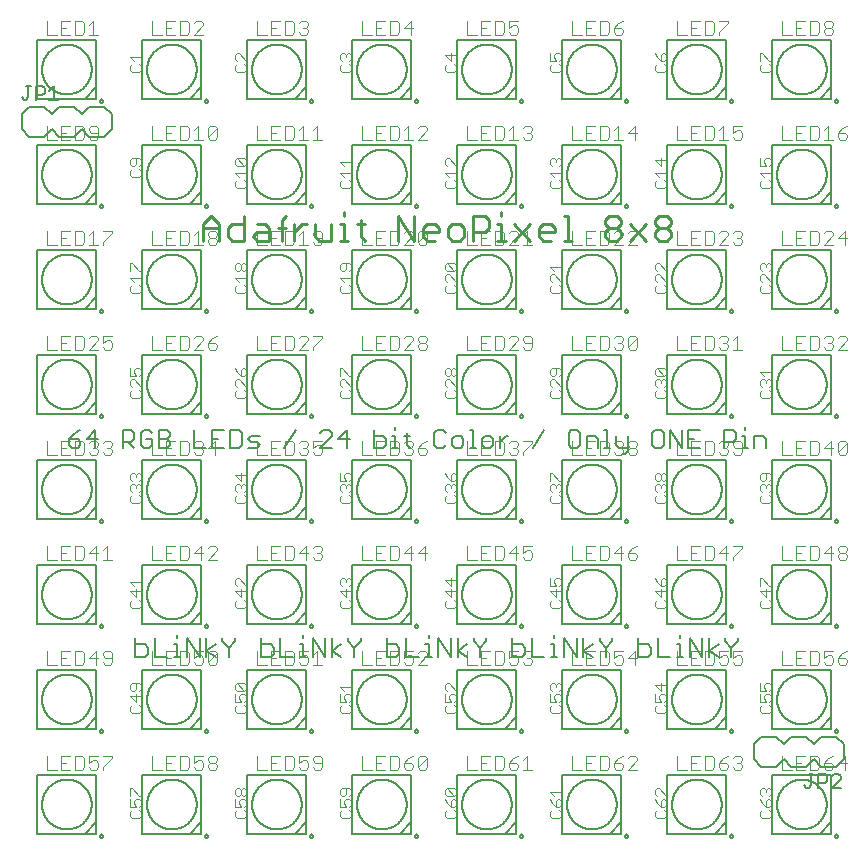
<source format=gbr>
G04 EAGLE Gerber RS-274X export*
G75*
%MOMM*%
%FSLAX34Y34*%
%LPD*%
%INSilkscreen Top*%
%IPPOS*%
%AMOC8*
5,1,8,0,0,1.08239X$1,22.5*%
G01*
%ADD10C,0.228600*%
%ADD11C,0.177800*%
%ADD12C,0.127000*%
%ADD13C,0.101600*%
%ADD14C,0.076200*%
%ADD15C,0.203200*%


D10*
X-195707Y166243D02*
X-195707Y179971D01*
X-188843Y186835D01*
X-181979Y179971D01*
X-181979Y166243D01*
X-181979Y176539D02*
X-195707Y176539D01*
X-160930Y186835D02*
X-160930Y166243D01*
X-171226Y166243D01*
X-174658Y169675D01*
X-174658Y176539D01*
X-171226Y179971D01*
X-160930Y179971D01*
X-150177Y179971D02*
X-143313Y179971D01*
X-139881Y176539D01*
X-139881Y166243D01*
X-150177Y166243D01*
X-153609Y169675D01*
X-150177Y173107D01*
X-139881Y173107D01*
X-129128Y166243D02*
X-129128Y183403D01*
X-125696Y186835D01*
X-125696Y176539D02*
X-132559Y176539D01*
X-118527Y179971D02*
X-118527Y166243D01*
X-118527Y173107D02*
X-111663Y179971D01*
X-108231Y179971D01*
X-100986Y179971D02*
X-100986Y169675D01*
X-97554Y166243D01*
X-87258Y166243D01*
X-87258Y179971D01*
X-79937Y179971D02*
X-76505Y179971D01*
X-76505Y166243D01*
X-79937Y166243D02*
X-73073Y166243D01*
X-76505Y186835D02*
X-76505Y190267D01*
X-62472Y183403D02*
X-62472Y169675D01*
X-59040Y166243D01*
X-59040Y179971D02*
X-65904Y179971D01*
X-30822Y186835D02*
X-30822Y166243D01*
X-17094Y166243D02*
X-30822Y186835D01*
X-17094Y186835D02*
X-17094Y166243D01*
X-6341Y166243D02*
X523Y166243D01*
X-6341Y166243D02*
X-9773Y169675D01*
X-9773Y176539D01*
X-6341Y179971D01*
X523Y179971D01*
X3955Y176539D01*
X3955Y173107D01*
X-9773Y173107D01*
X14709Y166243D02*
X21572Y166243D01*
X25004Y169675D01*
X25004Y176539D01*
X21572Y179971D01*
X14709Y179971D01*
X11277Y176539D01*
X11277Y169675D01*
X14709Y166243D01*
X32326Y166243D02*
X32326Y186835D01*
X42622Y186835D01*
X46054Y183403D01*
X46054Y176539D01*
X42622Y173107D01*
X32326Y173107D01*
X53375Y179971D02*
X56807Y179971D01*
X56807Y166243D01*
X53375Y166243D02*
X60239Y166243D01*
X56807Y186835D02*
X56807Y190267D01*
X67408Y179971D02*
X81136Y166243D01*
X67408Y166243D02*
X81136Y179971D01*
X91889Y166243D02*
X98753Y166243D01*
X91889Y166243D02*
X88457Y169675D01*
X88457Y176539D01*
X91889Y179971D01*
X98753Y179971D01*
X102185Y176539D01*
X102185Y173107D01*
X88457Y173107D01*
X109506Y186835D02*
X112938Y186835D01*
X112938Y166243D01*
X109506Y166243D02*
X116370Y166243D01*
X144588Y183403D02*
X148020Y186835D01*
X154884Y186835D01*
X158316Y183403D01*
X158316Y179971D01*
X154884Y176539D01*
X158316Y173107D01*
X158316Y169675D01*
X154884Y166243D01*
X148020Y166243D01*
X144588Y169675D01*
X144588Y173107D01*
X148020Y176539D01*
X144588Y179971D01*
X144588Y183403D01*
X148020Y176539D02*
X154884Y176539D01*
X165637Y179971D02*
X179365Y166243D01*
X165637Y166243D02*
X179365Y179971D01*
X186687Y183403D02*
X190118Y186835D01*
X196982Y186835D01*
X200414Y183403D01*
X200414Y179971D01*
X196982Y176539D01*
X200414Y173107D01*
X200414Y169675D01*
X196982Y166243D01*
X190118Y166243D01*
X186687Y169675D01*
X186687Y173107D01*
X190118Y176539D01*
X186687Y179971D01*
X186687Y183403D01*
X190118Y176539D02*
X196982Y176539D01*
D11*
X-299691Y5474D02*
X-304606Y3016D01*
X-309521Y-1899D01*
X-309521Y-6814D01*
X-307063Y-9271D01*
X-302148Y-9271D01*
X-299691Y-6814D01*
X-299691Y-4356D01*
X-302148Y-1899D01*
X-309521Y-1899D01*
X-286946Y-9271D02*
X-286946Y5474D01*
X-294318Y-1899D01*
X-284489Y-1899D01*
X-263914Y-9271D02*
X-263914Y5474D01*
X-256542Y5474D01*
X-254084Y3016D01*
X-254084Y-1899D01*
X-256542Y-4356D01*
X-263914Y-4356D01*
X-258999Y-4356D02*
X-254084Y-9271D01*
X-241340Y5474D02*
X-238882Y3016D01*
X-241340Y5474D02*
X-246254Y5474D01*
X-248712Y3016D01*
X-248712Y-6814D01*
X-246254Y-9271D01*
X-241340Y-9271D01*
X-238882Y-6814D01*
X-238882Y-1899D01*
X-243797Y-1899D01*
X-233510Y-9271D02*
X-233510Y5474D01*
X-226137Y5474D01*
X-223680Y3016D01*
X-223680Y559D01*
X-226137Y-1899D01*
X-223680Y-4356D01*
X-223680Y-6814D01*
X-226137Y-9271D01*
X-233510Y-9271D01*
X-233510Y-1899D02*
X-226137Y-1899D01*
X-203105Y5474D02*
X-203105Y-9271D01*
X-193276Y-9271D01*
X-187903Y5474D02*
X-178073Y5474D01*
X-187903Y5474D02*
X-187903Y-9271D01*
X-178073Y-9271D01*
X-182988Y-1899D02*
X-187903Y-1899D01*
X-172701Y5474D02*
X-172701Y-9271D01*
X-165329Y-9271D01*
X-162871Y-6814D01*
X-162871Y3016D01*
X-165329Y5474D01*
X-172701Y5474D01*
X-157499Y-9271D02*
X-150126Y-9271D01*
X-147669Y-6814D01*
X-150126Y-4356D01*
X-155041Y-4356D01*
X-157499Y-1899D01*
X-155041Y559D01*
X-147669Y559D01*
X-127094Y-9271D02*
X-117265Y5474D01*
X-96690Y-9271D02*
X-86860Y-9271D01*
X-96690Y-9271D02*
X-86860Y559D01*
X-86860Y3016D01*
X-89318Y5474D01*
X-94233Y5474D01*
X-96690Y3016D01*
X-74116Y5474D02*
X-74116Y-9271D01*
X-81488Y-1899D02*
X-74116Y5474D01*
X-71658Y-1899D02*
X-81488Y-1899D01*
X-51083Y-9271D02*
X-51083Y5474D01*
X-51083Y-9271D02*
X-43711Y-9271D01*
X-41254Y-6814D01*
X-41254Y-1899D01*
X-43711Y559D01*
X-51083Y559D01*
X-35881Y559D02*
X-33424Y559D01*
X-33424Y-9271D01*
X-35881Y-9271D02*
X-30966Y-9271D01*
X-33424Y5474D02*
X-33424Y7931D01*
X-23289Y3016D02*
X-23289Y-6814D01*
X-20832Y-9271D01*
X-20832Y559D02*
X-25746Y559D01*
X6963Y5474D02*
X9420Y3016D01*
X6963Y5474D02*
X2048Y5474D01*
X-409Y3016D01*
X-409Y-6814D01*
X2048Y-9271D01*
X6963Y-9271D01*
X9420Y-6814D01*
X17250Y-9271D02*
X22165Y-9271D01*
X24622Y-6814D01*
X24622Y-1899D01*
X22165Y559D01*
X17250Y559D01*
X14793Y-1899D01*
X14793Y-6814D01*
X17250Y-9271D01*
X29995Y5474D02*
X32452Y5474D01*
X32452Y-9271D01*
X29995Y-9271D02*
X34910Y-9271D01*
X42587Y-9271D02*
X47502Y-9271D01*
X49959Y-6814D01*
X49959Y-1899D01*
X47502Y559D01*
X42587Y559D01*
X40130Y-1899D01*
X40130Y-6814D01*
X42587Y-9271D01*
X55332Y-9271D02*
X55332Y559D01*
X55332Y-4356D02*
X60247Y559D01*
X62704Y559D01*
X83203Y-9271D02*
X93032Y5474D01*
X116064Y5474D02*
X120979Y5474D01*
X116064Y5474D02*
X113607Y3016D01*
X113607Y-6814D01*
X116064Y-9271D01*
X120979Y-9271D01*
X123437Y-6814D01*
X123437Y3016D01*
X120979Y5474D01*
X128809Y559D02*
X128809Y-9271D01*
X128809Y559D02*
X136181Y559D01*
X138639Y-1899D01*
X138639Y-9271D01*
X144011Y5474D02*
X146469Y5474D01*
X146469Y-9271D01*
X148926Y-9271D02*
X144011Y-9271D01*
X154146Y-6814D02*
X154146Y559D01*
X154146Y-6814D02*
X156603Y-9271D01*
X163976Y-9271D01*
X163976Y-11728D02*
X163976Y559D01*
X163976Y-11728D02*
X161518Y-14186D01*
X159061Y-14186D01*
X187008Y5474D02*
X191923Y5474D01*
X187008Y5474D02*
X184550Y3016D01*
X184550Y-6814D01*
X187008Y-9271D01*
X191923Y-9271D01*
X194380Y-6814D01*
X194380Y3016D01*
X191923Y5474D01*
X199753Y5474D02*
X199753Y-9271D01*
X209582Y-9271D02*
X199753Y5474D01*
X209582Y5474D02*
X209582Y-9271D01*
X214955Y5474D02*
X224785Y5474D01*
X214955Y5474D02*
X214955Y-9271D01*
X224785Y-9271D01*
X219870Y-1899D02*
X214955Y-1899D01*
X245359Y-9271D02*
X245359Y5474D01*
X252731Y5474D01*
X255189Y3016D01*
X255189Y-1899D01*
X252731Y-4356D01*
X245359Y-4356D01*
X260561Y559D02*
X263019Y559D01*
X263019Y-9271D01*
X265476Y-9271D02*
X260561Y-9271D01*
X263019Y5474D02*
X263019Y7931D01*
X270696Y559D02*
X270696Y-9271D01*
X270696Y559D02*
X278068Y559D01*
X280526Y-1899D01*
X280526Y-9271D01*
X-253111Y-170420D02*
X-253111Y-186436D01*
X-245103Y-186436D01*
X-242434Y-183767D01*
X-242434Y-178428D01*
X-245103Y-175759D01*
X-253111Y-175759D01*
X-236739Y-170420D02*
X-236739Y-186436D01*
X-226062Y-186436D01*
X-220368Y-175759D02*
X-217699Y-175759D01*
X-217699Y-186436D01*
X-220368Y-186436D02*
X-215029Y-186436D01*
X-217699Y-170420D02*
X-217699Y-167751D01*
X-209454Y-170420D02*
X-209454Y-186436D01*
X-198776Y-186436D02*
X-209454Y-170420D01*
X-198776Y-170420D02*
X-198776Y-186436D01*
X-193082Y-186436D02*
X-193082Y-170420D01*
X-193082Y-181097D02*
X-185074Y-186436D01*
X-193082Y-181097D02*
X-185074Y-175759D01*
X-179439Y-173090D02*
X-179439Y-170420D01*
X-179439Y-173090D02*
X-174100Y-178428D01*
X-168762Y-173090D01*
X-168762Y-170420D01*
X-174100Y-178428D02*
X-174100Y-186436D01*
X-146696Y-186436D02*
X-146696Y-170420D01*
X-146696Y-186436D02*
X-138688Y-186436D01*
X-136019Y-183767D01*
X-136019Y-178428D01*
X-138688Y-175759D01*
X-146696Y-175759D01*
X-130324Y-170420D02*
X-130324Y-186436D01*
X-119647Y-186436D01*
X-113953Y-175759D02*
X-111283Y-175759D01*
X-111283Y-186436D01*
X-108614Y-186436D02*
X-113953Y-186436D01*
X-111283Y-170420D02*
X-111283Y-167751D01*
X-103038Y-170420D02*
X-103038Y-186436D01*
X-92361Y-186436D02*
X-103038Y-170420D01*
X-92361Y-170420D02*
X-92361Y-186436D01*
X-86667Y-186436D02*
X-86667Y-170420D01*
X-86667Y-181097D02*
X-78659Y-186436D01*
X-86667Y-181097D02*
X-78659Y-175759D01*
X-73024Y-173090D02*
X-73024Y-170420D01*
X-73024Y-173090D02*
X-67685Y-178428D01*
X-62347Y-173090D01*
X-62347Y-170420D01*
X-67685Y-178428D02*
X-67685Y-186436D01*
X-40281Y-186436D02*
X-40281Y-170420D01*
X-40281Y-186436D02*
X-32273Y-186436D01*
X-29604Y-183767D01*
X-29604Y-178428D01*
X-32273Y-175759D01*
X-40281Y-175759D01*
X-23909Y-170420D02*
X-23909Y-186436D01*
X-13232Y-186436D01*
X-7538Y-175759D02*
X-4868Y-175759D01*
X-4868Y-186436D01*
X-2199Y-186436D02*
X-7538Y-186436D01*
X-4868Y-170420D02*
X-4868Y-167751D01*
X3377Y-170420D02*
X3377Y-186436D01*
X14054Y-186436D02*
X3377Y-170420D01*
X14054Y-170420D02*
X14054Y-186436D01*
X19748Y-186436D02*
X19748Y-170420D01*
X19748Y-181097D02*
X27756Y-186436D01*
X19748Y-181097D02*
X27756Y-175759D01*
X33391Y-173090D02*
X33391Y-170420D01*
X33391Y-173090D02*
X38730Y-178428D01*
X44068Y-173090D01*
X44068Y-170420D01*
X38730Y-178428D02*
X38730Y-186436D01*
X66134Y-186436D02*
X66134Y-170420D01*
X66134Y-186436D02*
X74142Y-186436D01*
X76812Y-183767D01*
X76812Y-178428D01*
X74142Y-175759D01*
X66134Y-175759D01*
X82506Y-170420D02*
X82506Y-186436D01*
X93183Y-186436D01*
X98878Y-175759D02*
X101547Y-175759D01*
X101547Y-186436D01*
X98878Y-186436D02*
X104216Y-186436D01*
X101547Y-170420D02*
X101547Y-167751D01*
X109792Y-170420D02*
X109792Y-186436D01*
X120469Y-186436D02*
X109792Y-170420D01*
X120469Y-170420D02*
X120469Y-186436D01*
X126164Y-186436D02*
X126164Y-170420D01*
X126164Y-181097D02*
X134171Y-186436D01*
X126164Y-181097D02*
X134171Y-175759D01*
X139807Y-173090D02*
X139807Y-170420D01*
X139807Y-173090D02*
X145145Y-178428D01*
X150484Y-173090D01*
X150484Y-170420D01*
X145145Y-178428D02*
X145145Y-186436D01*
X172550Y-186436D02*
X172550Y-170420D01*
X172550Y-186436D02*
X180557Y-186436D01*
X183227Y-183767D01*
X183227Y-178428D01*
X180557Y-175759D01*
X172550Y-175759D01*
X188921Y-170420D02*
X188921Y-186436D01*
X199598Y-186436D01*
X205293Y-175759D02*
X207962Y-175759D01*
X207962Y-186436D01*
X205293Y-186436D02*
X210631Y-186436D01*
X207962Y-170420D02*
X207962Y-167751D01*
X216207Y-170420D02*
X216207Y-186436D01*
X226884Y-186436D02*
X216207Y-170420D01*
X226884Y-170420D02*
X226884Y-186436D01*
X232579Y-186436D02*
X232579Y-170420D01*
X232579Y-181097D02*
X240587Y-186436D01*
X232579Y-181097D02*
X240587Y-175759D01*
X246222Y-173090D02*
X246222Y-170420D01*
X246222Y-173090D02*
X251560Y-178428D01*
X256899Y-173090D01*
X256899Y-170420D01*
X251560Y-178428D02*
X251560Y-186436D01*
D12*
X-283224Y284270D02*
X-283222Y284345D01*
X-283216Y284419D01*
X-283206Y284493D01*
X-283193Y284566D01*
X-283175Y284639D01*
X-283154Y284710D01*
X-283129Y284781D01*
X-283100Y284850D01*
X-283067Y284917D01*
X-283031Y284982D01*
X-282992Y285046D01*
X-282950Y285107D01*
X-282904Y285166D01*
X-282855Y285223D01*
X-282803Y285276D01*
X-282749Y285327D01*
X-282692Y285376D01*
X-282632Y285420D01*
X-282570Y285462D01*
X-282506Y285501D01*
X-282440Y285536D01*
X-282373Y285567D01*
X-282303Y285595D01*
X-282233Y285619D01*
X-282161Y285640D01*
X-282088Y285656D01*
X-282015Y285669D01*
X-281940Y285678D01*
X-281866Y285683D01*
X-281791Y285684D01*
X-281717Y285681D01*
X-281642Y285674D01*
X-281569Y285663D01*
X-281495Y285649D01*
X-281423Y285630D01*
X-281352Y285608D01*
X-281282Y285582D01*
X-281213Y285552D01*
X-281147Y285519D01*
X-281082Y285482D01*
X-281019Y285442D01*
X-280958Y285398D01*
X-280900Y285352D01*
X-280844Y285302D01*
X-280791Y285250D01*
X-280740Y285195D01*
X-280693Y285137D01*
X-280649Y285077D01*
X-280608Y285014D01*
X-280570Y284950D01*
X-280536Y284884D01*
X-280505Y284815D01*
X-280478Y284746D01*
X-280455Y284675D01*
X-280436Y284603D01*
X-280420Y284530D01*
X-280408Y284456D01*
X-280400Y284382D01*
X-280396Y284307D01*
X-280396Y284233D01*
X-280400Y284158D01*
X-280408Y284084D01*
X-280420Y284010D01*
X-280436Y283937D01*
X-280455Y283865D01*
X-280478Y283794D01*
X-280505Y283725D01*
X-280536Y283656D01*
X-280570Y283590D01*
X-280608Y283526D01*
X-280649Y283463D01*
X-280693Y283403D01*
X-280740Y283345D01*
X-280791Y283290D01*
X-280844Y283238D01*
X-280900Y283188D01*
X-280958Y283142D01*
X-281019Y283098D01*
X-281082Y283058D01*
X-281147Y283021D01*
X-281213Y282988D01*
X-281282Y282958D01*
X-281352Y282932D01*
X-281423Y282910D01*
X-281495Y282891D01*
X-281569Y282877D01*
X-281642Y282866D01*
X-281717Y282859D01*
X-281791Y282856D01*
X-281866Y282857D01*
X-281940Y282862D01*
X-282015Y282871D01*
X-282088Y282884D01*
X-282161Y282900D01*
X-282233Y282921D01*
X-282303Y282945D01*
X-282373Y282973D01*
X-282440Y283004D01*
X-282506Y283039D01*
X-282570Y283078D01*
X-282632Y283120D01*
X-282692Y283164D01*
X-282749Y283213D01*
X-282803Y283264D01*
X-282855Y283317D01*
X-282904Y283374D01*
X-282950Y283433D01*
X-282992Y283494D01*
X-283031Y283558D01*
X-283067Y283623D01*
X-283100Y283690D01*
X-283129Y283759D01*
X-283154Y283830D01*
X-283175Y283901D01*
X-283193Y283974D01*
X-283206Y284047D01*
X-283216Y284121D01*
X-283222Y284195D01*
X-283224Y284270D01*
X-332150Y311150D02*
X-332144Y311665D01*
X-332125Y312180D01*
X-332093Y312695D01*
X-332049Y313208D01*
X-331992Y313721D01*
X-331923Y314231D01*
X-331841Y314740D01*
X-331746Y315247D01*
X-331640Y315751D01*
X-331521Y316253D01*
X-331389Y316751D01*
X-331246Y317246D01*
X-331090Y317737D01*
X-330922Y318225D01*
X-330743Y318708D01*
X-330551Y319186D01*
X-330348Y319660D01*
X-330134Y320129D01*
X-329908Y320592D01*
X-329670Y321049D01*
X-329422Y321501D01*
X-329162Y321946D01*
X-328892Y322385D01*
X-328611Y322817D01*
X-328319Y323242D01*
X-328017Y323660D01*
X-327705Y324070D01*
X-327383Y324472D01*
X-327051Y324867D01*
X-326710Y325253D01*
X-326359Y325630D01*
X-325999Y325999D01*
X-325630Y326359D01*
X-325253Y326710D01*
X-324867Y327051D01*
X-324472Y327383D01*
X-324070Y327705D01*
X-323660Y328017D01*
X-323242Y328319D01*
X-322817Y328611D01*
X-322385Y328892D01*
X-321946Y329162D01*
X-321501Y329422D01*
X-321049Y329670D01*
X-320592Y329908D01*
X-320129Y330134D01*
X-319660Y330348D01*
X-319186Y330551D01*
X-318708Y330743D01*
X-318225Y330922D01*
X-317737Y331090D01*
X-317246Y331246D01*
X-316751Y331389D01*
X-316253Y331521D01*
X-315751Y331640D01*
X-315247Y331746D01*
X-314740Y331841D01*
X-314231Y331923D01*
X-313721Y331992D01*
X-313208Y332049D01*
X-312695Y332093D01*
X-312180Y332125D01*
X-311665Y332144D01*
X-311150Y332150D01*
X-310635Y332144D01*
X-310120Y332125D01*
X-309605Y332093D01*
X-309092Y332049D01*
X-308579Y331992D01*
X-308069Y331923D01*
X-307560Y331841D01*
X-307053Y331746D01*
X-306549Y331640D01*
X-306047Y331521D01*
X-305549Y331389D01*
X-305054Y331246D01*
X-304563Y331090D01*
X-304075Y330922D01*
X-303592Y330743D01*
X-303114Y330551D01*
X-302640Y330348D01*
X-302171Y330134D01*
X-301708Y329908D01*
X-301251Y329670D01*
X-300799Y329422D01*
X-300354Y329162D01*
X-299915Y328892D01*
X-299483Y328611D01*
X-299058Y328319D01*
X-298640Y328017D01*
X-298230Y327705D01*
X-297828Y327383D01*
X-297433Y327051D01*
X-297047Y326710D01*
X-296670Y326359D01*
X-296301Y325999D01*
X-295941Y325630D01*
X-295590Y325253D01*
X-295249Y324867D01*
X-294917Y324472D01*
X-294595Y324070D01*
X-294283Y323660D01*
X-293981Y323242D01*
X-293689Y322817D01*
X-293408Y322385D01*
X-293138Y321946D01*
X-292878Y321501D01*
X-292630Y321049D01*
X-292392Y320592D01*
X-292166Y320129D01*
X-291952Y319660D01*
X-291749Y319186D01*
X-291557Y318708D01*
X-291378Y318225D01*
X-291210Y317737D01*
X-291054Y317246D01*
X-290911Y316751D01*
X-290779Y316253D01*
X-290660Y315751D01*
X-290554Y315247D01*
X-290459Y314740D01*
X-290377Y314231D01*
X-290308Y313721D01*
X-290251Y313208D01*
X-290207Y312695D01*
X-290175Y312180D01*
X-290156Y311665D01*
X-290150Y311150D01*
X-290156Y310635D01*
X-290175Y310120D01*
X-290207Y309605D01*
X-290251Y309092D01*
X-290308Y308579D01*
X-290377Y308069D01*
X-290459Y307560D01*
X-290554Y307053D01*
X-290660Y306549D01*
X-290779Y306047D01*
X-290911Y305549D01*
X-291054Y305054D01*
X-291210Y304563D01*
X-291378Y304075D01*
X-291557Y303592D01*
X-291749Y303114D01*
X-291952Y302640D01*
X-292166Y302171D01*
X-292392Y301708D01*
X-292630Y301251D01*
X-292878Y300799D01*
X-293138Y300354D01*
X-293408Y299915D01*
X-293689Y299483D01*
X-293981Y299058D01*
X-294283Y298640D01*
X-294595Y298230D01*
X-294917Y297828D01*
X-295249Y297433D01*
X-295590Y297047D01*
X-295941Y296670D01*
X-296301Y296301D01*
X-296670Y295941D01*
X-297047Y295590D01*
X-297433Y295249D01*
X-297828Y294917D01*
X-298230Y294595D01*
X-298640Y294283D01*
X-299058Y293981D01*
X-299483Y293689D01*
X-299915Y293408D01*
X-300354Y293138D01*
X-300799Y292878D01*
X-301251Y292630D01*
X-301708Y292392D01*
X-302171Y292166D01*
X-302640Y291952D01*
X-303114Y291749D01*
X-303592Y291557D01*
X-304075Y291378D01*
X-304563Y291210D01*
X-305054Y291054D01*
X-305549Y290911D01*
X-306047Y290779D01*
X-306549Y290660D01*
X-307053Y290554D01*
X-307560Y290459D01*
X-308069Y290377D01*
X-308579Y290308D01*
X-309092Y290251D01*
X-309605Y290207D01*
X-310120Y290175D01*
X-310635Y290156D01*
X-311150Y290150D01*
X-311665Y290156D01*
X-312180Y290175D01*
X-312695Y290207D01*
X-313208Y290251D01*
X-313721Y290308D01*
X-314231Y290377D01*
X-314740Y290459D01*
X-315247Y290554D01*
X-315751Y290660D01*
X-316253Y290779D01*
X-316751Y290911D01*
X-317246Y291054D01*
X-317737Y291210D01*
X-318225Y291378D01*
X-318708Y291557D01*
X-319186Y291749D01*
X-319660Y291952D01*
X-320129Y292166D01*
X-320592Y292392D01*
X-321049Y292630D01*
X-321501Y292878D01*
X-321946Y293138D01*
X-322385Y293408D01*
X-322817Y293689D01*
X-323242Y293981D01*
X-323660Y294283D01*
X-324070Y294595D01*
X-324472Y294917D01*
X-324867Y295249D01*
X-325253Y295590D01*
X-325630Y295941D01*
X-325999Y296301D01*
X-326359Y296670D01*
X-326710Y297047D01*
X-327051Y297433D01*
X-327383Y297828D01*
X-327705Y298230D01*
X-328017Y298640D01*
X-328319Y299058D01*
X-328611Y299483D01*
X-328892Y299915D01*
X-329162Y300354D01*
X-329422Y300799D01*
X-329670Y301251D01*
X-329908Y301708D01*
X-330134Y302171D01*
X-330348Y302640D01*
X-330551Y303114D01*
X-330743Y303592D01*
X-330922Y304075D01*
X-331090Y304563D01*
X-331246Y305054D01*
X-331389Y305549D01*
X-331521Y306047D01*
X-331640Y306549D01*
X-331746Y307053D01*
X-331841Y307560D01*
X-331923Y308069D01*
X-331992Y308579D01*
X-332049Y309092D01*
X-332093Y309605D01*
X-332125Y310120D01*
X-332144Y310635D01*
X-332150Y311150D01*
X-336150Y336150D02*
X-286150Y336150D01*
X-286150Y296150D01*
X-286150Y286150D01*
X-296150Y286150D01*
X-336150Y286150D01*
X-336150Y336150D01*
X-296150Y286150D02*
X-286150Y296150D01*
D13*
X-327642Y340658D02*
X-327642Y352352D01*
X-327642Y340658D02*
X-319846Y340658D01*
X-315948Y352352D02*
X-308152Y352352D01*
X-315948Y352352D02*
X-315948Y340658D01*
X-308152Y340658D01*
X-312050Y346505D02*
X-315948Y346505D01*
X-304254Y352352D02*
X-304254Y340658D01*
X-298407Y340658D01*
X-296458Y342607D01*
X-296458Y350403D01*
X-298407Y352352D01*
X-304254Y352352D01*
X-292560Y348454D02*
X-288662Y352352D01*
X-288662Y340658D01*
X-292560Y340658D02*
X-284764Y340658D01*
D14*
X-257577Y313874D02*
X-256009Y315441D01*
X-257577Y313874D02*
X-257577Y310738D01*
X-256009Y309171D01*
X-249739Y309171D01*
X-248171Y310738D01*
X-248171Y313874D01*
X-249739Y315441D01*
X-254442Y318526D02*
X-257577Y321661D01*
X-248171Y321661D01*
X-248171Y318526D02*
X-248171Y324797D01*
D12*
X-194324Y284270D02*
X-194322Y284345D01*
X-194316Y284419D01*
X-194306Y284493D01*
X-194293Y284566D01*
X-194275Y284639D01*
X-194254Y284710D01*
X-194229Y284781D01*
X-194200Y284850D01*
X-194167Y284917D01*
X-194131Y284982D01*
X-194092Y285046D01*
X-194050Y285107D01*
X-194004Y285166D01*
X-193955Y285223D01*
X-193903Y285276D01*
X-193849Y285327D01*
X-193792Y285376D01*
X-193732Y285420D01*
X-193670Y285462D01*
X-193606Y285501D01*
X-193540Y285536D01*
X-193473Y285567D01*
X-193403Y285595D01*
X-193333Y285619D01*
X-193261Y285640D01*
X-193188Y285656D01*
X-193115Y285669D01*
X-193040Y285678D01*
X-192966Y285683D01*
X-192891Y285684D01*
X-192817Y285681D01*
X-192742Y285674D01*
X-192669Y285663D01*
X-192595Y285649D01*
X-192523Y285630D01*
X-192452Y285608D01*
X-192382Y285582D01*
X-192313Y285552D01*
X-192247Y285519D01*
X-192182Y285482D01*
X-192119Y285442D01*
X-192058Y285398D01*
X-192000Y285352D01*
X-191944Y285302D01*
X-191891Y285250D01*
X-191840Y285195D01*
X-191793Y285137D01*
X-191749Y285077D01*
X-191708Y285014D01*
X-191670Y284950D01*
X-191636Y284884D01*
X-191605Y284815D01*
X-191578Y284746D01*
X-191555Y284675D01*
X-191536Y284603D01*
X-191520Y284530D01*
X-191508Y284456D01*
X-191500Y284382D01*
X-191496Y284307D01*
X-191496Y284233D01*
X-191500Y284158D01*
X-191508Y284084D01*
X-191520Y284010D01*
X-191536Y283937D01*
X-191555Y283865D01*
X-191578Y283794D01*
X-191605Y283725D01*
X-191636Y283656D01*
X-191670Y283590D01*
X-191708Y283526D01*
X-191749Y283463D01*
X-191793Y283403D01*
X-191840Y283345D01*
X-191891Y283290D01*
X-191944Y283238D01*
X-192000Y283188D01*
X-192058Y283142D01*
X-192119Y283098D01*
X-192182Y283058D01*
X-192247Y283021D01*
X-192313Y282988D01*
X-192382Y282958D01*
X-192452Y282932D01*
X-192523Y282910D01*
X-192595Y282891D01*
X-192669Y282877D01*
X-192742Y282866D01*
X-192817Y282859D01*
X-192891Y282856D01*
X-192966Y282857D01*
X-193040Y282862D01*
X-193115Y282871D01*
X-193188Y282884D01*
X-193261Y282900D01*
X-193333Y282921D01*
X-193403Y282945D01*
X-193473Y282973D01*
X-193540Y283004D01*
X-193606Y283039D01*
X-193670Y283078D01*
X-193732Y283120D01*
X-193792Y283164D01*
X-193849Y283213D01*
X-193903Y283264D01*
X-193955Y283317D01*
X-194004Y283374D01*
X-194050Y283433D01*
X-194092Y283494D01*
X-194131Y283558D01*
X-194167Y283623D01*
X-194200Y283690D01*
X-194229Y283759D01*
X-194254Y283830D01*
X-194275Y283901D01*
X-194293Y283974D01*
X-194306Y284047D01*
X-194316Y284121D01*
X-194322Y284195D01*
X-194324Y284270D01*
X-243250Y311150D02*
X-243244Y311665D01*
X-243225Y312180D01*
X-243193Y312695D01*
X-243149Y313208D01*
X-243092Y313721D01*
X-243023Y314231D01*
X-242941Y314740D01*
X-242846Y315247D01*
X-242740Y315751D01*
X-242621Y316253D01*
X-242489Y316751D01*
X-242346Y317246D01*
X-242190Y317737D01*
X-242022Y318225D01*
X-241843Y318708D01*
X-241651Y319186D01*
X-241448Y319660D01*
X-241234Y320129D01*
X-241008Y320592D01*
X-240770Y321049D01*
X-240522Y321501D01*
X-240262Y321946D01*
X-239992Y322385D01*
X-239711Y322817D01*
X-239419Y323242D01*
X-239117Y323660D01*
X-238805Y324070D01*
X-238483Y324472D01*
X-238151Y324867D01*
X-237810Y325253D01*
X-237459Y325630D01*
X-237099Y325999D01*
X-236730Y326359D01*
X-236353Y326710D01*
X-235967Y327051D01*
X-235572Y327383D01*
X-235170Y327705D01*
X-234760Y328017D01*
X-234342Y328319D01*
X-233917Y328611D01*
X-233485Y328892D01*
X-233046Y329162D01*
X-232601Y329422D01*
X-232149Y329670D01*
X-231692Y329908D01*
X-231229Y330134D01*
X-230760Y330348D01*
X-230286Y330551D01*
X-229808Y330743D01*
X-229325Y330922D01*
X-228837Y331090D01*
X-228346Y331246D01*
X-227851Y331389D01*
X-227353Y331521D01*
X-226851Y331640D01*
X-226347Y331746D01*
X-225840Y331841D01*
X-225331Y331923D01*
X-224821Y331992D01*
X-224308Y332049D01*
X-223795Y332093D01*
X-223280Y332125D01*
X-222765Y332144D01*
X-222250Y332150D01*
X-221735Y332144D01*
X-221220Y332125D01*
X-220705Y332093D01*
X-220192Y332049D01*
X-219679Y331992D01*
X-219169Y331923D01*
X-218660Y331841D01*
X-218153Y331746D01*
X-217649Y331640D01*
X-217147Y331521D01*
X-216649Y331389D01*
X-216154Y331246D01*
X-215663Y331090D01*
X-215175Y330922D01*
X-214692Y330743D01*
X-214214Y330551D01*
X-213740Y330348D01*
X-213271Y330134D01*
X-212808Y329908D01*
X-212351Y329670D01*
X-211899Y329422D01*
X-211454Y329162D01*
X-211015Y328892D01*
X-210583Y328611D01*
X-210158Y328319D01*
X-209740Y328017D01*
X-209330Y327705D01*
X-208928Y327383D01*
X-208533Y327051D01*
X-208147Y326710D01*
X-207770Y326359D01*
X-207401Y325999D01*
X-207041Y325630D01*
X-206690Y325253D01*
X-206349Y324867D01*
X-206017Y324472D01*
X-205695Y324070D01*
X-205383Y323660D01*
X-205081Y323242D01*
X-204789Y322817D01*
X-204508Y322385D01*
X-204238Y321946D01*
X-203978Y321501D01*
X-203730Y321049D01*
X-203492Y320592D01*
X-203266Y320129D01*
X-203052Y319660D01*
X-202849Y319186D01*
X-202657Y318708D01*
X-202478Y318225D01*
X-202310Y317737D01*
X-202154Y317246D01*
X-202011Y316751D01*
X-201879Y316253D01*
X-201760Y315751D01*
X-201654Y315247D01*
X-201559Y314740D01*
X-201477Y314231D01*
X-201408Y313721D01*
X-201351Y313208D01*
X-201307Y312695D01*
X-201275Y312180D01*
X-201256Y311665D01*
X-201250Y311150D01*
X-201256Y310635D01*
X-201275Y310120D01*
X-201307Y309605D01*
X-201351Y309092D01*
X-201408Y308579D01*
X-201477Y308069D01*
X-201559Y307560D01*
X-201654Y307053D01*
X-201760Y306549D01*
X-201879Y306047D01*
X-202011Y305549D01*
X-202154Y305054D01*
X-202310Y304563D01*
X-202478Y304075D01*
X-202657Y303592D01*
X-202849Y303114D01*
X-203052Y302640D01*
X-203266Y302171D01*
X-203492Y301708D01*
X-203730Y301251D01*
X-203978Y300799D01*
X-204238Y300354D01*
X-204508Y299915D01*
X-204789Y299483D01*
X-205081Y299058D01*
X-205383Y298640D01*
X-205695Y298230D01*
X-206017Y297828D01*
X-206349Y297433D01*
X-206690Y297047D01*
X-207041Y296670D01*
X-207401Y296301D01*
X-207770Y295941D01*
X-208147Y295590D01*
X-208533Y295249D01*
X-208928Y294917D01*
X-209330Y294595D01*
X-209740Y294283D01*
X-210158Y293981D01*
X-210583Y293689D01*
X-211015Y293408D01*
X-211454Y293138D01*
X-211899Y292878D01*
X-212351Y292630D01*
X-212808Y292392D01*
X-213271Y292166D01*
X-213740Y291952D01*
X-214214Y291749D01*
X-214692Y291557D01*
X-215175Y291378D01*
X-215663Y291210D01*
X-216154Y291054D01*
X-216649Y290911D01*
X-217147Y290779D01*
X-217649Y290660D01*
X-218153Y290554D01*
X-218660Y290459D01*
X-219169Y290377D01*
X-219679Y290308D01*
X-220192Y290251D01*
X-220705Y290207D01*
X-221220Y290175D01*
X-221735Y290156D01*
X-222250Y290150D01*
X-222765Y290156D01*
X-223280Y290175D01*
X-223795Y290207D01*
X-224308Y290251D01*
X-224821Y290308D01*
X-225331Y290377D01*
X-225840Y290459D01*
X-226347Y290554D01*
X-226851Y290660D01*
X-227353Y290779D01*
X-227851Y290911D01*
X-228346Y291054D01*
X-228837Y291210D01*
X-229325Y291378D01*
X-229808Y291557D01*
X-230286Y291749D01*
X-230760Y291952D01*
X-231229Y292166D01*
X-231692Y292392D01*
X-232149Y292630D01*
X-232601Y292878D01*
X-233046Y293138D01*
X-233485Y293408D01*
X-233917Y293689D01*
X-234342Y293981D01*
X-234760Y294283D01*
X-235170Y294595D01*
X-235572Y294917D01*
X-235967Y295249D01*
X-236353Y295590D01*
X-236730Y295941D01*
X-237099Y296301D01*
X-237459Y296670D01*
X-237810Y297047D01*
X-238151Y297433D01*
X-238483Y297828D01*
X-238805Y298230D01*
X-239117Y298640D01*
X-239419Y299058D01*
X-239711Y299483D01*
X-239992Y299915D01*
X-240262Y300354D01*
X-240522Y300799D01*
X-240770Y301251D01*
X-241008Y301708D01*
X-241234Y302171D01*
X-241448Y302640D01*
X-241651Y303114D01*
X-241843Y303592D01*
X-242022Y304075D01*
X-242190Y304563D01*
X-242346Y305054D01*
X-242489Y305549D01*
X-242621Y306047D01*
X-242740Y306549D01*
X-242846Y307053D01*
X-242941Y307560D01*
X-243023Y308069D01*
X-243092Y308579D01*
X-243149Y309092D01*
X-243193Y309605D01*
X-243225Y310120D01*
X-243244Y310635D01*
X-243250Y311150D01*
X-247250Y336150D02*
X-197250Y336150D01*
X-197250Y296150D01*
X-197250Y286150D01*
X-207250Y286150D01*
X-247250Y286150D01*
X-247250Y336150D01*
X-207250Y286150D02*
X-197250Y296150D01*
D13*
X-238742Y340658D02*
X-238742Y352352D01*
X-238742Y340658D02*
X-230946Y340658D01*
X-227048Y352352D02*
X-219252Y352352D01*
X-227048Y352352D02*
X-227048Y340658D01*
X-219252Y340658D01*
X-223150Y346505D02*
X-227048Y346505D01*
X-215354Y352352D02*
X-215354Y340658D01*
X-209507Y340658D01*
X-207558Y342607D01*
X-207558Y350403D01*
X-209507Y352352D01*
X-215354Y352352D01*
X-203660Y340658D02*
X-195864Y340658D01*
X-203660Y340658D02*
X-195864Y348454D01*
X-195864Y350403D01*
X-197813Y352352D01*
X-201711Y352352D01*
X-203660Y350403D01*
D14*
X-168677Y313874D02*
X-167109Y315441D01*
X-168677Y313874D02*
X-168677Y310738D01*
X-167109Y309171D01*
X-160839Y309171D01*
X-159271Y310738D01*
X-159271Y313874D01*
X-160839Y315441D01*
X-159271Y318526D02*
X-159271Y324797D01*
X-159271Y318526D02*
X-165542Y324797D01*
X-167109Y324797D01*
X-168677Y323229D01*
X-168677Y320093D01*
X-167109Y318526D01*
D12*
X-105424Y284270D02*
X-105422Y284345D01*
X-105416Y284419D01*
X-105406Y284493D01*
X-105393Y284566D01*
X-105375Y284639D01*
X-105354Y284710D01*
X-105329Y284781D01*
X-105300Y284850D01*
X-105267Y284917D01*
X-105231Y284982D01*
X-105192Y285046D01*
X-105150Y285107D01*
X-105104Y285166D01*
X-105055Y285223D01*
X-105003Y285276D01*
X-104949Y285327D01*
X-104892Y285376D01*
X-104832Y285420D01*
X-104770Y285462D01*
X-104706Y285501D01*
X-104640Y285536D01*
X-104573Y285567D01*
X-104503Y285595D01*
X-104433Y285619D01*
X-104361Y285640D01*
X-104288Y285656D01*
X-104215Y285669D01*
X-104140Y285678D01*
X-104066Y285683D01*
X-103991Y285684D01*
X-103917Y285681D01*
X-103842Y285674D01*
X-103769Y285663D01*
X-103695Y285649D01*
X-103623Y285630D01*
X-103552Y285608D01*
X-103482Y285582D01*
X-103413Y285552D01*
X-103347Y285519D01*
X-103282Y285482D01*
X-103219Y285442D01*
X-103158Y285398D01*
X-103100Y285352D01*
X-103044Y285302D01*
X-102991Y285250D01*
X-102940Y285195D01*
X-102893Y285137D01*
X-102849Y285077D01*
X-102808Y285014D01*
X-102770Y284950D01*
X-102736Y284884D01*
X-102705Y284815D01*
X-102678Y284746D01*
X-102655Y284675D01*
X-102636Y284603D01*
X-102620Y284530D01*
X-102608Y284456D01*
X-102600Y284382D01*
X-102596Y284307D01*
X-102596Y284233D01*
X-102600Y284158D01*
X-102608Y284084D01*
X-102620Y284010D01*
X-102636Y283937D01*
X-102655Y283865D01*
X-102678Y283794D01*
X-102705Y283725D01*
X-102736Y283656D01*
X-102770Y283590D01*
X-102808Y283526D01*
X-102849Y283463D01*
X-102893Y283403D01*
X-102940Y283345D01*
X-102991Y283290D01*
X-103044Y283238D01*
X-103100Y283188D01*
X-103158Y283142D01*
X-103219Y283098D01*
X-103282Y283058D01*
X-103347Y283021D01*
X-103413Y282988D01*
X-103482Y282958D01*
X-103552Y282932D01*
X-103623Y282910D01*
X-103695Y282891D01*
X-103769Y282877D01*
X-103842Y282866D01*
X-103917Y282859D01*
X-103991Y282856D01*
X-104066Y282857D01*
X-104140Y282862D01*
X-104215Y282871D01*
X-104288Y282884D01*
X-104361Y282900D01*
X-104433Y282921D01*
X-104503Y282945D01*
X-104573Y282973D01*
X-104640Y283004D01*
X-104706Y283039D01*
X-104770Y283078D01*
X-104832Y283120D01*
X-104892Y283164D01*
X-104949Y283213D01*
X-105003Y283264D01*
X-105055Y283317D01*
X-105104Y283374D01*
X-105150Y283433D01*
X-105192Y283494D01*
X-105231Y283558D01*
X-105267Y283623D01*
X-105300Y283690D01*
X-105329Y283759D01*
X-105354Y283830D01*
X-105375Y283901D01*
X-105393Y283974D01*
X-105406Y284047D01*
X-105416Y284121D01*
X-105422Y284195D01*
X-105424Y284270D01*
X-154350Y311150D02*
X-154344Y311665D01*
X-154325Y312180D01*
X-154293Y312695D01*
X-154249Y313208D01*
X-154192Y313721D01*
X-154123Y314231D01*
X-154041Y314740D01*
X-153946Y315247D01*
X-153840Y315751D01*
X-153721Y316253D01*
X-153589Y316751D01*
X-153446Y317246D01*
X-153290Y317737D01*
X-153122Y318225D01*
X-152943Y318708D01*
X-152751Y319186D01*
X-152548Y319660D01*
X-152334Y320129D01*
X-152108Y320592D01*
X-151870Y321049D01*
X-151622Y321501D01*
X-151362Y321946D01*
X-151092Y322385D01*
X-150811Y322817D01*
X-150519Y323242D01*
X-150217Y323660D01*
X-149905Y324070D01*
X-149583Y324472D01*
X-149251Y324867D01*
X-148910Y325253D01*
X-148559Y325630D01*
X-148199Y325999D01*
X-147830Y326359D01*
X-147453Y326710D01*
X-147067Y327051D01*
X-146672Y327383D01*
X-146270Y327705D01*
X-145860Y328017D01*
X-145442Y328319D01*
X-145017Y328611D01*
X-144585Y328892D01*
X-144146Y329162D01*
X-143701Y329422D01*
X-143249Y329670D01*
X-142792Y329908D01*
X-142329Y330134D01*
X-141860Y330348D01*
X-141386Y330551D01*
X-140908Y330743D01*
X-140425Y330922D01*
X-139937Y331090D01*
X-139446Y331246D01*
X-138951Y331389D01*
X-138453Y331521D01*
X-137951Y331640D01*
X-137447Y331746D01*
X-136940Y331841D01*
X-136431Y331923D01*
X-135921Y331992D01*
X-135408Y332049D01*
X-134895Y332093D01*
X-134380Y332125D01*
X-133865Y332144D01*
X-133350Y332150D01*
X-132835Y332144D01*
X-132320Y332125D01*
X-131805Y332093D01*
X-131292Y332049D01*
X-130779Y331992D01*
X-130269Y331923D01*
X-129760Y331841D01*
X-129253Y331746D01*
X-128749Y331640D01*
X-128247Y331521D01*
X-127749Y331389D01*
X-127254Y331246D01*
X-126763Y331090D01*
X-126275Y330922D01*
X-125792Y330743D01*
X-125314Y330551D01*
X-124840Y330348D01*
X-124371Y330134D01*
X-123908Y329908D01*
X-123451Y329670D01*
X-122999Y329422D01*
X-122554Y329162D01*
X-122115Y328892D01*
X-121683Y328611D01*
X-121258Y328319D01*
X-120840Y328017D01*
X-120430Y327705D01*
X-120028Y327383D01*
X-119633Y327051D01*
X-119247Y326710D01*
X-118870Y326359D01*
X-118501Y325999D01*
X-118141Y325630D01*
X-117790Y325253D01*
X-117449Y324867D01*
X-117117Y324472D01*
X-116795Y324070D01*
X-116483Y323660D01*
X-116181Y323242D01*
X-115889Y322817D01*
X-115608Y322385D01*
X-115338Y321946D01*
X-115078Y321501D01*
X-114830Y321049D01*
X-114592Y320592D01*
X-114366Y320129D01*
X-114152Y319660D01*
X-113949Y319186D01*
X-113757Y318708D01*
X-113578Y318225D01*
X-113410Y317737D01*
X-113254Y317246D01*
X-113111Y316751D01*
X-112979Y316253D01*
X-112860Y315751D01*
X-112754Y315247D01*
X-112659Y314740D01*
X-112577Y314231D01*
X-112508Y313721D01*
X-112451Y313208D01*
X-112407Y312695D01*
X-112375Y312180D01*
X-112356Y311665D01*
X-112350Y311150D01*
X-112356Y310635D01*
X-112375Y310120D01*
X-112407Y309605D01*
X-112451Y309092D01*
X-112508Y308579D01*
X-112577Y308069D01*
X-112659Y307560D01*
X-112754Y307053D01*
X-112860Y306549D01*
X-112979Y306047D01*
X-113111Y305549D01*
X-113254Y305054D01*
X-113410Y304563D01*
X-113578Y304075D01*
X-113757Y303592D01*
X-113949Y303114D01*
X-114152Y302640D01*
X-114366Y302171D01*
X-114592Y301708D01*
X-114830Y301251D01*
X-115078Y300799D01*
X-115338Y300354D01*
X-115608Y299915D01*
X-115889Y299483D01*
X-116181Y299058D01*
X-116483Y298640D01*
X-116795Y298230D01*
X-117117Y297828D01*
X-117449Y297433D01*
X-117790Y297047D01*
X-118141Y296670D01*
X-118501Y296301D01*
X-118870Y295941D01*
X-119247Y295590D01*
X-119633Y295249D01*
X-120028Y294917D01*
X-120430Y294595D01*
X-120840Y294283D01*
X-121258Y293981D01*
X-121683Y293689D01*
X-122115Y293408D01*
X-122554Y293138D01*
X-122999Y292878D01*
X-123451Y292630D01*
X-123908Y292392D01*
X-124371Y292166D01*
X-124840Y291952D01*
X-125314Y291749D01*
X-125792Y291557D01*
X-126275Y291378D01*
X-126763Y291210D01*
X-127254Y291054D01*
X-127749Y290911D01*
X-128247Y290779D01*
X-128749Y290660D01*
X-129253Y290554D01*
X-129760Y290459D01*
X-130269Y290377D01*
X-130779Y290308D01*
X-131292Y290251D01*
X-131805Y290207D01*
X-132320Y290175D01*
X-132835Y290156D01*
X-133350Y290150D01*
X-133865Y290156D01*
X-134380Y290175D01*
X-134895Y290207D01*
X-135408Y290251D01*
X-135921Y290308D01*
X-136431Y290377D01*
X-136940Y290459D01*
X-137447Y290554D01*
X-137951Y290660D01*
X-138453Y290779D01*
X-138951Y290911D01*
X-139446Y291054D01*
X-139937Y291210D01*
X-140425Y291378D01*
X-140908Y291557D01*
X-141386Y291749D01*
X-141860Y291952D01*
X-142329Y292166D01*
X-142792Y292392D01*
X-143249Y292630D01*
X-143701Y292878D01*
X-144146Y293138D01*
X-144585Y293408D01*
X-145017Y293689D01*
X-145442Y293981D01*
X-145860Y294283D01*
X-146270Y294595D01*
X-146672Y294917D01*
X-147067Y295249D01*
X-147453Y295590D01*
X-147830Y295941D01*
X-148199Y296301D01*
X-148559Y296670D01*
X-148910Y297047D01*
X-149251Y297433D01*
X-149583Y297828D01*
X-149905Y298230D01*
X-150217Y298640D01*
X-150519Y299058D01*
X-150811Y299483D01*
X-151092Y299915D01*
X-151362Y300354D01*
X-151622Y300799D01*
X-151870Y301251D01*
X-152108Y301708D01*
X-152334Y302171D01*
X-152548Y302640D01*
X-152751Y303114D01*
X-152943Y303592D01*
X-153122Y304075D01*
X-153290Y304563D01*
X-153446Y305054D01*
X-153589Y305549D01*
X-153721Y306047D01*
X-153840Y306549D01*
X-153946Y307053D01*
X-154041Y307560D01*
X-154123Y308069D01*
X-154192Y308579D01*
X-154249Y309092D01*
X-154293Y309605D01*
X-154325Y310120D01*
X-154344Y310635D01*
X-154350Y311150D01*
X-158350Y336150D02*
X-108350Y336150D01*
X-108350Y296150D01*
X-108350Y286150D01*
X-118350Y286150D01*
X-158350Y286150D01*
X-158350Y336150D01*
X-118350Y286150D02*
X-108350Y296150D01*
D13*
X-149842Y340658D02*
X-149842Y352352D01*
X-149842Y340658D02*
X-142046Y340658D01*
X-138148Y352352D02*
X-130352Y352352D01*
X-138148Y352352D02*
X-138148Y340658D01*
X-130352Y340658D01*
X-134250Y346505D02*
X-138148Y346505D01*
X-126454Y352352D02*
X-126454Y340658D01*
X-120607Y340658D01*
X-118658Y342607D01*
X-118658Y350403D01*
X-120607Y352352D01*
X-126454Y352352D01*
X-114760Y350403D02*
X-112811Y352352D01*
X-108913Y352352D01*
X-106964Y350403D01*
X-106964Y348454D01*
X-108913Y346505D01*
X-110862Y346505D01*
X-108913Y346505D02*
X-106964Y344556D01*
X-106964Y342607D01*
X-108913Y340658D01*
X-112811Y340658D01*
X-114760Y342607D01*
D14*
X-79777Y313874D02*
X-78209Y315441D01*
X-79777Y313874D02*
X-79777Y310738D01*
X-78209Y309171D01*
X-71939Y309171D01*
X-70371Y310738D01*
X-70371Y313874D01*
X-71939Y315441D01*
X-78209Y318526D02*
X-79777Y320093D01*
X-79777Y323229D01*
X-78209Y324797D01*
X-76642Y324797D01*
X-75074Y323229D01*
X-75074Y321661D01*
X-75074Y323229D02*
X-73506Y324797D01*
X-71939Y324797D01*
X-70371Y323229D01*
X-70371Y320093D01*
X-71939Y318526D01*
D12*
X-16524Y284270D02*
X-16522Y284345D01*
X-16516Y284419D01*
X-16506Y284493D01*
X-16493Y284566D01*
X-16475Y284639D01*
X-16454Y284710D01*
X-16429Y284781D01*
X-16400Y284850D01*
X-16367Y284917D01*
X-16331Y284982D01*
X-16292Y285046D01*
X-16250Y285107D01*
X-16204Y285166D01*
X-16155Y285223D01*
X-16103Y285276D01*
X-16049Y285327D01*
X-15992Y285376D01*
X-15932Y285420D01*
X-15870Y285462D01*
X-15806Y285501D01*
X-15740Y285536D01*
X-15673Y285567D01*
X-15603Y285595D01*
X-15533Y285619D01*
X-15461Y285640D01*
X-15388Y285656D01*
X-15315Y285669D01*
X-15240Y285678D01*
X-15166Y285683D01*
X-15091Y285684D01*
X-15017Y285681D01*
X-14942Y285674D01*
X-14869Y285663D01*
X-14795Y285649D01*
X-14723Y285630D01*
X-14652Y285608D01*
X-14582Y285582D01*
X-14513Y285552D01*
X-14447Y285519D01*
X-14382Y285482D01*
X-14319Y285442D01*
X-14258Y285398D01*
X-14200Y285352D01*
X-14144Y285302D01*
X-14091Y285250D01*
X-14040Y285195D01*
X-13993Y285137D01*
X-13949Y285077D01*
X-13908Y285014D01*
X-13870Y284950D01*
X-13836Y284884D01*
X-13805Y284815D01*
X-13778Y284746D01*
X-13755Y284675D01*
X-13736Y284603D01*
X-13720Y284530D01*
X-13708Y284456D01*
X-13700Y284382D01*
X-13696Y284307D01*
X-13696Y284233D01*
X-13700Y284158D01*
X-13708Y284084D01*
X-13720Y284010D01*
X-13736Y283937D01*
X-13755Y283865D01*
X-13778Y283794D01*
X-13805Y283725D01*
X-13836Y283656D01*
X-13870Y283590D01*
X-13908Y283526D01*
X-13949Y283463D01*
X-13993Y283403D01*
X-14040Y283345D01*
X-14091Y283290D01*
X-14144Y283238D01*
X-14200Y283188D01*
X-14258Y283142D01*
X-14319Y283098D01*
X-14382Y283058D01*
X-14447Y283021D01*
X-14513Y282988D01*
X-14582Y282958D01*
X-14652Y282932D01*
X-14723Y282910D01*
X-14795Y282891D01*
X-14869Y282877D01*
X-14942Y282866D01*
X-15017Y282859D01*
X-15091Y282856D01*
X-15166Y282857D01*
X-15240Y282862D01*
X-15315Y282871D01*
X-15388Y282884D01*
X-15461Y282900D01*
X-15533Y282921D01*
X-15603Y282945D01*
X-15673Y282973D01*
X-15740Y283004D01*
X-15806Y283039D01*
X-15870Y283078D01*
X-15932Y283120D01*
X-15992Y283164D01*
X-16049Y283213D01*
X-16103Y283264D01*
X-16155Y283317D01*
X-16204Y283374D01*
X-16250Y283433D01*
X-16292Y283494D01*
X-16331Y283558D01*
X-16367Y283623D01*
X-16400Y283690D01*
X-16429Y283759D01*
X-16454Y283830D01*
X-16475Y283901D01*
X-16493Y283974D01*
X-16506Y284047D01*
X-16516Y284121D01*
X-16522Y284195D01*
X-16524Y284270D01*
X-65450Y311150D02*
X-65444Y311665D01*
X-65425Y312180D01*
X-65393Y312695D01*
X-65349Y313208D01*
X-65292Y313721D01*
X-65223Y314231D01*
X-65141Y314740D01*
X-65046Y315247D01*
X-64940Y315751D01*
X-64821Y316253D01*
X-64689Y316751D01*
X-64546Y317246D01*
X-64390Y317737D01*
X-64222Y318225D01*
X-64043Y318708D01*
X-63851Y319186D01*
X-63648Y319660D01*
X-63434Y320129D01*
X-63208Y320592D01*
X-62970Y321049D01*
X-62722Y321501D01*
X-62462Y321946D01*
X-62192Y322385D01*
X-61911Y322817D01*
X-61619Y323242D01*
X-61317Y323660D01*
X-61005Y324070D01*
X-60683Y324472D01*
X-60351Y324867D01*
X-60010Y325253D01*
X-59659Y325630D01*
X-59299Y325999D01*
X-58930Y326359D01*
X-58553Y326710D01*
X-58167Y327051D01*
X-57772Y327383D01*
X-57370Y327705D01*
X-56960Y328017D01*
X-56542Y328319D01*
X-56117Y328611D01*
X-55685Y328892D01*
X-55246Y329162D01*
X-54801Y329422D01*
X-54349Y329670D01*
X-53892Y329908D01*
X-53429Y330134D01*
X-52960Y330348D01*
X-52486Y330551D01*
X-52008Y330743D01*
X-51525Y330922D01*
X-51037Y331090D01*
X-50546Y331246D01*
X-50051Y331389D01*
X-49553Y331521D01*
X-49051Y331640D01*
X-48547Y331746D01*
X-48040Y331841D01*
X-47531Y331923D01*
X-47021Y331992D01*
X-46508Y332049D01*
X-45995Y332093D01*
X-45480Y332125D01*
X-44965Y332144D01*
X-44450Y332150D01*
X-43935Y332144D01*
X-43420Y332125D01*
X-42905Y332093D01*
X-42392Y332049D01*
X-41879Y331992D01*
X-41369Y331923D01*
X-40860Y331841D01*
X-40353Y331746D01*
X-39849Y331640D01*
X-39347Y331521D01*
X-38849Y331389D01*
X-38354Y331246D01*
X-37863Y331090D01*
X-37375Y330922D01*
X-36892Y330743D01*
X-36414Y330551D01*
X-35940Y330348D01*
X-35471Y330134D01*
X-35008Y329908D01*
X-34551Y329670D01*
X-34099Y329422D01*
X-33654Y329162D01*
X-33215Y328892D01*
X-32783Y328611D01*
X-32358Y328319D01*
X-31940Y328017D01*
X-31530Y327705D01*
X-31128Y327383D01*
X-30733Y327051D01*
X-30347Y326710D01*
X-29970Y326359D01*
X-29601Y325999D01*
X-29241Y325630D01*
X-28890Y325253D01*
X-28549Y324867D01*
X-28217Y324472D01*
X-27895Y324070D01*
X-27583Y323660D01*
X-27281Y323242D01*
X-26989Y322817D01*
X-26708Y322385D01*
X-26438Y321946D01*
X-26178Y321501D01*
X-25930Y321049D01*
X-25692Y320592D01*
X-25466Y320129D01*
X-25252Y319660D01*
X-25049Y319186D01*
X-24857Y318708D01*
X-24678Y318225D01*
X-24510Y317737D01*
X-24354Y317246D01*
X-24211Y316751D01*
X-24079Y316253D01*
X-23960Y315751D01*
X-23854Y315247D01*
X-23759Y314740D01*
X-23677Y314231D01*
X-23608Y313721D01*
X-23551Y313208D01*
X-23507Y312695D01*
X-23475Y312180D01*
X-23456Y311665D01*
X-23450Y311150D01*
X-23456Y310635D01*
X-23475Y310120D01*
X-23507Y309605D01*
X-23551Y309092D01*
X-23608Y308579D01*
X-23677Y308069D01*
X-23759Y307560D01*
X-23854Y307053D01*
X-23960Y306549D01*
X-24079Y306047D01*
X-24211Y305549D01*
X-24354Y305054D01*
X-24510Y304563D01*
X-24678Y304075D01*
X-24857Y303592D01*
X-25049Y303114D01*
X-25252Y302640D01*
X-25466Y302171D01*
X-25692Y301708D01*
X-25930Y301251D01*
X-26178Y300799D01*
X-26438Y300354D01*
X-26708Y299915D01*
X-26989Y299483D01*
X-27281Y299058D01*
X-27583Y298640D01*
X-27895Y298230D01*
X-28217Y297828D01*
X-28549Y297433D01*
X-28890Y297047D01*
X-29241Y296670D01*
X-29601Y296301D01*
X-29970Y295941D01*
X-30347Y295590D01*
X-30733Y295249D01*
X-31128Y294917D01*
X-31530Y294595D01*
X-31940Y294283D01*
X-32358Y293981D01*
X-32783Y293689D01*
X-33215Y293408D01*
X-33654Y293138D01*
X-34099Y292878D01*
X-34551Y292630D01*
X-35008Y292392D01*
X-35471Y292166D01*
X-35940Y291952D01*
X-36414Y291749D01*
X-36892Y291557D01*
X-37375Y291378D01*
X-37863Y291210D01*
X-38354Y291054D01*
X-38849Y290911D01*
X-39347Y290779D01*
X-39849Y290660D01*
X-40353Y290554D01*
X-40860Y290459D01*
X-41369Y290377D01*
X-41879Y290308D01*
X-42392Y290251D01*
X-42905Y290207D01*
X-43420Y290175D01*
X-43935Y290156D01*
X-44450Y290150D01*
X-44965Y290156D01*
X-45480Y290175D01*
X-45995Y290207D01*
X-46508Y290251D01*
X-47021Y290308D01*
X-47531Y290377D01*
X-48040Y290459D01*
X-48547Y290554D01*
X-49051Y290660D01*
X-49553Y290779D01*
X-50051Y290911D01*
X-50546Y291054D01*
X-51037Y291210D01*
X-51525Y291378D01*
X-52008Y291557D01*
X-52486Y291749D01*
X-52960Y291952D01*
X-53429Y292166D01*
X-53892Y292392D01*
X-54349Y292630D01*
X-54801Y292878D01*
X-55246Y293138D01*
X-55685Y293408D01*
X-56117Y293689D01*
X-56542Y293981D01*
X-56960Y294283D01*
X-57370Y294595D01*
X-57772Y294917D01*
X-58167Y295249D01*
X-58553Y295590D01*
X-58930Y295941D01*
X-59299Y296301D01*
X-59659Y296670D01*
X-60010Y297047D01*
X-60351Y297433D01*
X-60683Y297828D01*
X-61005Y298230D01*
X-61317Y298640D01*
X-61619Y299058D01*
X-61911Y299483D01*
X-62192Y299915D01*
X-62462Y300354D01*
X-62722Y300799D01*
X-62970Y301251D01*
X-63208Y301708D01*
X-63434Y302171D01*
X-63648Y302640D01*
X-63851Y303114D01*
X-64043Y303592D01*
X-64222Y304075D01*
X-64390Y304563D01*
X-64546Y305054D01*
X-64689Y305549D01*
X-64821Y306047D01*
X-64940Y306549D01*
X-65046Y307053D01*
X-65141Y307560D01*
X-65223Y308069D01*
X-65292Y308579D01*
X-65349Y309092D01*
X-65393Y309605D01*
X-65425Y310120D01*
X-65444Y310635D01*
X-65450Y311150D01*
X-69450Y336150D02*
X-19450Y336150D01*
X-19450Y296150D01*
X-19450Y286150D01*
X-29450Y286150D01*
X-69450Y286150D01*
X-69450Y336150D01*
X-29450Y286150D02*
X-19450Y296150D01*
D13*
X-60942Y340658D02*
X-60942Y352352D01*
X-60942Y340658D02*
X-53146Y340658D01*
X-49248Y352352D02*
X-41452Y352352D01*
X-49248Y352352D02*
X-49248Y340658D01*
X-41452Y340658D01*
X-45350Y346505D02*
X-49248Y346505D01*
X-37554Y352352D02*
X-37554Y340658D01*
X-31707Y340658D01*
X-29758Y342607D01*
X-29758Y350403D01*
X-31707Y352352D01*
X-37554Y352352D01*
X-20013Y352352D02*
X-20013Y340658D01*
X-25860Y346505D02*
X-20013Y352352D01*
X-18064Y346505D02*
X-25860Y346505D01*
D14*
X9123Y313874D02*
X10691Y315441D01*
X9123Y313874D02*
X9123Y310738D01*
X10691Y309171D01*
X16961Y309171D01*
X18529Y310738D01*
X18529Y313874D01*
X16961Y315441D01*
X18529Y323229D02*
X9123Y323229D01*
X13826Y318526D01*
X13826Y324797D01*
D12*
X72376Y284270D02*
X72378Y284345D01*
X72384Y284419D01*
X72394Y284493D01*
X72407Y284566D01*
X72425Y284639D01*
X72446Y284710D01*
X72471Y284781D01*
X72500Y284850D01*
X72533Y284917D01*
X72569Y284982D01*
X72608Y285046D01*
X72650Y285107D01*
X72696Y285166D01*
X72745Y285223D01*
X72797Y285276D01*
X72851Y285327D01*
X72908Y285376D01*
X72968Y285420D01*
X73030Y285462D01*
X73094Y285501D01*
X73160Y285536D01*
X73227Y285567D01*
X73297Y285595D01*
X73367Y285619D01*
X73439Y285640D01*
X73512Y285656D01*
X73585Y285669D01*
X73660Y285678D01*
X73734Y285683D01*
X73809Y285684D01*
X73883Y285681D01*
X73958Y285674D01*
X74031Y285663D01*
X74105Y285649D01*
X74177Y285630D01*
X74248Y285608D01*
X74318Y285582D01*
X74387Y285552D01*
X74453Y285519D01*
X74518Y285482D01*
X74581Y285442D01*
X74642Y285398D01*
X74700Y285352D01*
X74756Y285302D01*
X74809Y285250D01*
X74860Y285195D01*
X74907Y285137D01*
X74951Y285077D01*
X74992Y285014D01*
X75030Y284950D01*
X75064Y284884D01*
X75095Y284815D01*
X75122Y284746D01*
X75145Y284675D01*
X75164Y284603D01*
X75180Y284530D01*
X75192Y284456D01*
X75200Y284382D01*
X75204Y284307D01*
X75204Y284233D01*
X75200Y284158D01*
X75192Y284084D01*
X75180Y284010D01*
X75164Y283937D01*
X75145Y283865D01*
X75122Y283794D01*
X75095Y283725D01*
X75064Y283656D01*
X75030Y283590D01*
X74992Y283526D01*
X74951Y283463D01*
X74907Y283403D01*
X74860Y283345D01*
X74809Y283290D01*
X74756Y283238D01*
X74700Y283188D01*
X74642Y283142D01*
X74581Y283098D01*
X74518Y283058D01*
X74453Y283021D01*
X74387Y282988D01*
X74318Y282958D01*
X74248Y282932D01*
X74177Y282910D01*
X74105Y282891D01*
X74031Y282877D01*
X73958Y282866D01*
X73883Y282859D01*
X73809Y282856D01*
X73734Y282857D01*
X73660Y282862D01*
X73585Y282871D01*
X73512Y282884D01*
X73439Y282900D01*
X73367Y282921D01*
X73297Y282945D01*
X73227Y282973D01*
X73160Y283004D01*
X73094Y283039D01*
X73030Y283078D01*
X72968Y283120D01*
X72908Y283164D01*
X72851Y283213D01*
X72797Y283264D01*
X72745Y283317D01*
X72696Y283374D01*
X72650Y283433D01*
X72608Y283494D01*
X72569Y283558D01*
X72533Y283623D01*
X72500Y283690D01*
X72471Y283759D01*
X72446Y283830D01*
X72425Y283901D01*
X72407Y283974D01*
X72394Y284047D01*
X72384Y284121D01*
X72378Y284195D01*
X72376Y284270D01*
X23450Y311150D02*
X23456Y311665D01*
X23475Y312180D01*
X23507Y312695D01*
X23551Y313208D01*
X23608Y313721D01*
X23677Y314231D01*
X23759Y314740D01*
X23854Y315247D01*
X23960Y315751D01*
X24079Y316253D01*
X24211Y316751D01*
X24354Y317246D01*
X24510Y317737D01*
X24678Y318225D01*
X24857Y318708D01*
X25049Y319186D01*
X25252Y319660D01*
X25466Y320129D01*
X25692Y320592D01*
X25930Y321049D01*
X26178Y321501D01*
X26438Y321946D01*
X26708Y322385D01*
X26989Y322817D01*
X27281Y323242D01*
X27583Y323660D01*
X27895Y324070D01*
X28217Y324472D01*
X28549Y324867D01*
X28890Y325253D01*
X29241Y325630D01*
X29601Y325999D01*
X29970Y326359D01*
X30347Y326710D01*
X30733Y327051D01*
X31128Y327383D01*
X31530Y327705D01*
X31940Y328017D01*
X32358Y328319D01*
X32783Y328611D01*
X33215Y328892D01*
X33654Y329162D01*
X34099Y329422D01*
X34551Y329670D01*
X35008Y329908D01*
X35471Y330134D01*
X35940Y330348D01*
X36414Y330551D01*
X36892Y330743D01*
X37375Y330922D01*
X37863Y331090D01*
X38354Y331246D01*
X38849Y331389D01*
X39347Y331521D01*
X39849Y331640D01*
X40353Y331746D01*
X40860Y331841D01*
X41369Y331923D01*
X41879Y331992D01*
X42392Y332049D01*
X42905Y332093D01*
X43420Y332125D01*
X43935Y332144D01*
X44450Y332150D01*
X44965Y332144D01*
X45480Y332125D01*
X45995Y332093D01*
X46508Y332049D01*
X47021Y331992D01*
X47531Y331923D01*
X48040Y331841D01*
X48547Y331746D01*
X49051Y331640D01*
X49553Y331521D01*
X50051Y331389D01*
X50546Y331246D01*
X51037Y331090D01*
X51525Y330922D01*
X52008Y330743D01*
X52486Y330551D01*
X52960Y330348D01*
X53429Y330134D01*
X53892Y329908D01*
X54349Y329670D01*
X54801Y329422D01*
X55246Y329162D01*
X55685Y328892D01*
X56117Y328611D01*
X56542Y328319D01*
X56960Y328017D01*
X57370Y327705D01*
X57772Y327383D01*
X58167Y327051D01*
X58553Y326710D01*
X58930Y326359D01*
X59299Y325999D01*
X59659Y325630D01*
X60010Y325253D01*
X60351Y324867D01*
X60683Y324472D01*
X61005Y324070D01*
X61317Y323660D01*
X61619Y323242D01*
X61911Y322817D01*
X62192Y322385D01*
X62462Y321946D01*
X62722Y321501D01*
X62970Y321049D01*
X63208Y320592D01*
X63434Y320129D01*
X63648Y319660D01*
X63851Y319186D01*
X64043Y318708D01*
X64222Y318225D01*
X64390Y317737D01*
X64546Y317246D01*
X64689Y316751D01*
X64821Y316253D01*
X64940Y315751D01*
X65046Y315247D01*
X65141Y314740D01*
X65223Y314231D01*
X65292Y313721D01*
X65349Y313208D01*
X65393Y312695D01*
X65425Y312180D01*
X65444Y311665D01*
X65450Y311150D01*
X65444Y310635D01*
X65425Y310120D01*
X65393Y309605D01*
X65349Y309092D01*
X65292Y308579D01*
X65223Y308069D01*
X65141Y307560D01*
X65046Y307053D01*
X64940Y306549D01*
X64821Y306047D01*
X64689Y305549D01*
X64546Y305054D01*
X64390Y304563D01*
X64222Y304075D01*
X64043Y303592D01*
X63851Y303114D01*
X63648Y302640D01*
X63434Y302171D01*
X63208Y301708D01*
X62970Y301251D01*
X62722Y300799D01*
X62462Y300354D01*
X62192Y299915D01*
X61911Y299483D01*
X61619Y299058D01*
X61317Y298640D01*
X61005Y298230D01*
X60683Y297828D01*
X60351Y297433D01*
X60010Y297047D01*
X59659Y296670D01*
X59299Y296301D01*
X58930Y295941D01*
X58553Y295590D01*
X58167Y295249D01*
X57772Y294917D01*
X57370Y294595D01*
X56960Y294283D01*
X56542Y293981D01*
X56117Y293689D01*
X55685Y293408D01*
X55246Y293138D01*
X54801Y292878D01*
X54349Y292630D01*
X53892Y292392D01*
X53429Y292166D01*
X52960Y291952D01*
X52486Y291749D01*
X52008Y291557D01*
X51525Y291378D01*
X51037Y291210D01*
X50546Y291054D01*
X50051Y290911D01*
X49553Y290779D01*
X49051Y290660D01*
X48547Y290554D01*
X48040Y290459D01*
X47531Y290377D01*
X47021Y290308D01*
X46508Y290251D01*
X45995Y290207D01*
X45480Y290175D01*
X44965Y290156D01*
X44450Y290150D01*
X43935Y290156D01*
X43420Y290175D01*
X42905Y290207D01*
X42392Y290251D01*
X41879Y290308D01*
X41369Y290377D01*
X40860Y290459D01*
X40353Y290554D01*
X39849Y290660D01*
X39347Y290779D01*
X38849Y290911D01*
X38354Y291054D01*
X37863Y291210D01*
X37375Y291378D01*
X36892Y291557D01*
X36414Y291749D01*
X35940Y291952D01*
X35471Y292166D01*
X35008Y292392D01*
X34551Y292630D01*
X34099Y292878D01*
X33654Y293138D01*
X33215Y293408D01*
X32783Y293689D01*
X32358Y293981D01*
X31940Y294283D01*
X31530Y294595D01*
X31128Y294917D01*
X30733Y295249D01*
X30347Y295590D01*
X29970Y295941D01*
X29601Y296301D01*
X29241Y296670D01*
X28890Y297047D01*
X28549Y297433D01*
X28217Y297828D01*
X27895Y298230D01*
X27583Y298640D01*
X27281Y299058D01*
X26989Y299483D01*
X26708Y299915D01*
X26438Y300354D01*
X26178Y300799D01*
X25930Y301251D01*
X25692Y301708D01*
X25466Y302171D01*
X25252Y302640D01*
X25049Y303114D01*
X24857Y303592D01*
X24678Y304075D01*
X24510Y304563D01*
X24354Y305054D01*
X24211Y305549D01*
X24079Y306047D01*
X23960Y306549D01*
X23854Y307053D01*
X23759Y307560D01*
X23677Y308069D01*
X23608Y308579D01*
X23551Y309092D01*
X23507Y309605D01*
X23475Y310120D01*
X23456Y310635D01*
X23450Y311150D01*
X19450Y336150D02*
X69450Y336150D01*
X69450Y296150D01*
X69450Y286150D01*
X59450Y286150D01*
X19450Y286150D01*
X19450Y336150D01*
X59450Y286150D02*
X69450Y296150D01*
D13*
X27958Y340658D02*
X27958Y352352D01*
X27958Y340658D02*
X35754Y340658D01*
X39652Y352352D02*
X47448Y352352D01*
X39652Y352352D02*
X39652Y340658D01*
X47448Y340658D01*
X43550Y346505D02*
X39652Y346505D01*
X51346Y352352D02*
X51346Y340658D01*
X57193Y340658D01*
X59142Y342607D01*
X59142Y350403D01*
X57193Y352352D01*
X51346Y352352D01*
X63040Y352352D02*
X70836Y352352D01*
X63040Y352352D02*
X63040Y346505D01*
X66938Y348454D01*
X68887Y348454D01*
X70836Y346505D01*
X70836Y342607D01*
X68887Y340658D01*
X64989Y340658D01*
X63040Y342607D01*
D14*
X98023Y313874D02*
X99591Y315441D01*
X98023Y313874D02*
X98023Y310738D01*
X99591Y309171D01*
X105861Y309171D01*
X107429Y310738D01*
X107429Y313874D01*
X105861Y315441D01*
X98023Y318526D02*
X98023Y324797D01*
X98023Y318526D02*
X102726Y318526D01*
X101158Y321661D01*
X101158Y323229D01*
X102726Y324797D01*
X105861Y324797D01*
X107429Y323229D01*
X107429Y320093D01*
X105861Y318526D01*
D12*
X161276Y284270D02*
X161278Y284345D01*
X161284Y284419D01*
X161294Y284493D01*
X161307Y284566D01*
X161325Y284639D01*
X161346Y284710D01*
X161371Y284781D01*
X161400Y284850D01*
X161433Y284917D01*
X161469Y284982D01*
X161508Y285046D01*
X161550Y285107D01*
X161596Y285166D01*
X161645Y285223D01*
X161697Y285276D01*
X161751Y285327D01*
X161808Y285376D01*
X161868Y285420D01*
X161930Y285462D01*
X161994Y285501D01*
X162060Y285536D01*
X162127Y285567D01*
X162197Y285595D01*
X162267Y285619D01*
X162339Y285640D01*
X162412Y285656D01*
X162485Y285669D01*
X162560Y285678D01*
X162634Y285683D01*
X162709Y285684D01*
X162783Y285681D01*
X162858Y285674D01*
X162931Y285663D01*
X163005Y285649D01*
X163077Y285630D01*
X163148Y285608D01*
X163218Y285582D01*
X163287Y285552D01*
X163353Y285519D01*
X163418Y285482D01*
X163481Y285442D01*
X163542Y285398D01*
X163600Y285352D01*
X163656Y285302D01*
X163709Y285250D01*
X163760Y285195D01*
X163807Y285137D01*
X163851Y285077D01*
X163892Y285014D01*
X163930Y284950D01*
X163964Y284884D01*
X163995Y284815D01*
X164022Y284746D01*
X164045Y284675D01*
X164064Y284603D01*
X164080Y284530D01*
X164092Y284456D01*
X164100Y284382D01*
X164104Y284307D01*
X164104Y284233D01*
X164100Y284158D01*
X164092Y284084D01*
X164080Y284010D01*
X164064Y283937D01*
X164045Y283865D01*
X164022Y283794D01*
X163995Y283725D01*
X163964Y283656D01*
X163930Y283590D01*
X163892Y283526D01*
X163851Y283463D01*
X163807Y283403D01*
X163760Y283345D01*
X163709Y283290D01*
X163656Y283238D01*
X163600Y283188D01*
X163542Y283142D01*
X163481Y283098D01*
X163418Y283058D01*
X163353Y283021D01*
X163287Y282988D01*
X163218Y282958D01*
X163148Y282932D01*
X163077Y282910D01*
X163005Y282891D01*
X162931Y282877D01*
X162858Y282866D01*
X162783Y282859D01*
X162709Y282856D01*
X162634Y282857D01*
X162560Y282862D01*
X162485Y282871D01*
X162412Y282884D01*
X162339Y282900D01*
X162267Y282921D01*
X162197Y282945D01*
X162127Y282973D01*
X162060Y283004D01*
X161994Y283039D01*
X161930Y283078D01*
X161868Y283120D01*
X161808Y283164D01*
X161751Y283213D01*
X161697Y283264D01*
X161645Y283317D01*
X161596Y283374D01*
X161550Y283433D01*
X161508Y283494D01*
X161469Y283558D01*
X161433Y283623D01*
X161400Y283690D01*
X161371Y283759D01*
X161346Y283830D01*
X161325Y283901D01*
X161307Y283974D01*
X161294Y284047D01*
X161284Y284121D01*
X161278Y284195D01*
X161276Y284270D01*
X112350Y311150D02*
X112356Y311665D01*
X112375Y312180D01*
X112407Y312695D01*
X112451Y313208D01*
X112508Y313721D01*
X112577Y314231D01*
X112659Y314740D01*
X112754Y315247D01*
X112860Y315751D01*
X112979Y316253D01*
X113111Y316751D01*
X113254Y317246D01*
X113410Y317737D01*
X113578Y318225D01*
X113757Y318708D01*
X113949Y319186D01*
X114152Y319660D01*
X114366Y320129D01*
X114592Y320592D01*
X114830Y321049D01*
X115078Y321501D01*
X115338Y321946D01*
X115608Y322385D01*
X115889Y322817D01*
X116181Y323242D01*
X116483Y323660D01*
X116795Y324070D01*
X117117Y324472D01*
X117449Y324867D01*
X117790Y325253D01*
X118141Y325630D01*
X118501Y325999D01*
X118870Y326359D01*
X119247Y326710D01*
X119633Y327051D01*
X120028Y327383D01*
X120430Y327705D01*
X120840Y328017D01*
X121258Y328319D01*
X121683Y328611D01*
X122115Y328892D01*
X122554Y329162D01*
X122999Y329422D01*
X123451Y329670D01*
X123908Y329908D01*
X124371Y330134D01*
X124840Y330348D01*
X125314Y330551D01*
X125792Y330743D01*
X126275Y330922D01*
X126763Y331090D01*
X127254Y331246D01*
X127749Y331389D01*
X128247Y331521D01*
X128749Y331640D01*
X129253Y331746D01*
X129760Y331841D01*
X130269Y331923D01*
X130779Y331992D01*
X131292Y332049D01*
X131805Y332093D01*
X132320Y332125D01*
X132835Y332144D01*
X133350Y332150D01*
X133865Y332144D01*
X134380Y332125D01*
X134895Y332093D01*
X135408Y332049D01*
X135921Y331992D01*
X136431Y331923D01*
X136940Y331841D01*
X137447Y331746D01*
X137951Y331640D01*
X138453Y331521D01*
X138951Y331389D01*
X139446Y331246D01*
X139937Y331090D01*
X140425Y330922D01*
X140908Y330743D01*
X141386Y330551D01*
X141860Y330348D01*
X142329Y330134D01*
X142792Y329908D01*
X143249Y329670D01*
X143701Y329422D01*
X144146Y329162D01*
X144585Y328892D01*
X145017Y328611D01*
X145442Y328319D01*
X145860Y328017D01*
X146270Y327705D01*
X146672Y327383D01*
X147067Y327051D01*
X147453Y326710D01*
X147830Y326359D01*
X148199Y325999D01*
X148559Y325630D01*
X148910Y325253D01*
X149251Y324867D01*
X149583Y324472D01*
X149905Y324070D01*
X150217Y323660D01*
X150519Y323242D01*
X150811Y322817D01*
X151092Y322385D01*
X151362Y321946D01*
X151622Y321501D01*
X151870Y321049D01*
X152108Y320592D01*
X152334Y320129D01*
X152548Y319660D01*
X152751Y319186D01*
X152943Y318708D01*
X153122Y318225D01*
X153290Y317737D01*
X153446Y317246D01*
X153589Y316751D01*
X153721Y316253D01*
X153840Y315751D01*
X153946Y315247D01*
X154041Y314740D01*
X154123Y314231D01*
X154192Y313721D01*
X154249Y313208D01*
X154293Y312695D01*
X154325Y312180D01*
X154344Y311665D01*
X154350Y311150D01*
X154344Y310635D01*
X154325Y310120D01*
X154293Y309605D01*
X154249Y309092D01*
X154192Y308579D01*
X154123Y308069D01*
X154041Y307560D01*
X153946Y307053D01*
X153840Y306549D01*
X153721Y306047D01*
X153589Y305549D01*
X153446Y305054D01*
X153290Y304563D01*
X153122Y304075D01*
X152943Y303592D01*
X152751Y303114D01*
X152548Y302640D01*
X152334Y302171D01*
X152108Y301708D01*
X151870Y301251D01*
X151622Y300799D01*
X151362Y300354D01*
X151092Y299915D01*
X150811Y299483D01*
X150519Y299058D01*
X150217Y298640D01*
X149905Y298230D01*
X149583Y297828D01*
X149251Y297433D01*
X148910Y297047D01*
X148559Y296670D01*
X148199Y296301D01*
X147830Y295941D01*
X147453Y295590D01*
X147067Y295249D01*
X146672Y294917D01*
X146270Y294595D01*
X145860Y294283D01*
X145442Y293981D01*
X145017Y293689D01*
X144585Y293408D01*
X144146Y293138D01*
X143701Y292878D01*
X143249Y292630D01*
X142792Y292392D01*
X142329Y292166D01*
X141860Y291952D01*
X141386Y291749D01*
X140908Y291557D01*
X140425Y291378D01*
X139937Y291210D01*
X139446Y291054D01*
X138951Y290911D01*
X138453Y290779D01*
X137951Y290660D01*
X137447Y290554D01*
X136940Y290459D01*
X136431Y290377D01*
X135921Y290308D01*
X135408Y290251D01*
X134895Y290207D01*
X134380Y290175D01*
X133865Y290156D01*
X133350Y290150D01*
X132835Y290156D01*
X132320Y290175D01*
X131805Y290207D01*
X131292Y290251D01*
X130779Y290308D01*
X130269Y290377D01*
X129760Y290459D01*
X129253Y290554D01*
X128749Y290660D01*
X128247Y290779D01*
X127749Y290911D01*
X127254Y291054D01*
X126763Y291210D01*
X126275Y291378D01*
X125792Y291557D01*
X125314Y291749D01*
X124840Y291952D01*
X124371Y292166D01*
X123908Y292392D01*
X123451Y292630D01*
X122999Y292878D01*
X122554Y293138D01*
X122115Y293408D01*
X121683Y293689D01*
X121258Y293981D01*
X120840Y294283D01*
X120430Y294595D01*
X120028Y294917D01*
X119633Y295249D01*
X119247Y295590D01*
X118870Y295941D01*
X118501Y296301D01*
X118141Y296670D01*
X117790Y297047D01*
X117449Y297433D01*
X117117Y297828D01*
X116795Y298230D01*
X116483Y298640D01*
X116181Y299058D01*
X115889Y299483D01*
X115608Y299915D01*
X115338Y300354D01*
X115078Y300799D01*
X114830Y301251D01*
X114592Y301708D01*
X114366Y302171D01*
X114152Y302640D01*
X113949Y303114D01*
X113757Y303592D01*
X113578Y304075D01*
X113410Y304563D01*
X113254Y305054D01*
X113111Y305549D01*
X112979Y306047D01*
X112860Y306549D01*
X112754Y307053D01*
X112659Y307560D01*
X112577Y308069D01*
X112508Y308579D01*
X112451Y309092D01*
X112407Y309605D01*
X112375Y310120D01*
X112356Y310635D01*
X112350Y311150D01*
X108350Y336150D02*
X158350Y336150D01*
X158350Y296150D01*
X158350Y286150D01*
X148350Y286150D01*
X108350Y286150D01*
X108350Y336150D01*
X148350Y286150D02*
X158350Y296150D01*
D13*
X116858Y340658D02*
X116858Y352352D01*
X116858Y340658D02*
X124654Y340658D01*
X128552Y352352D02*
X136348Y352352D01*
X128552Y352352D02*
X128552Y340658D01*
X136348Y340658D01*
X132450Y346505D02*
X128552Y346505D01*
X140246Y352352D02*
X140246Y340658D01*
X146093Y340658D01*
X148042Y342607D01*
X148042Y350403D01*
X146093Y352352D01*
X140246Y352352D01*
X155838Y350403D02*
X159736Y352352D01*
X155838Y350403D02*
X151940Y346505D01*
X151940Y342607D01*
X153889Y340658D01*
X157787Y340658D01*
X159736Y342607D01*
X159736Y344556D01*
X157787Y346505D01*
X151940Y346505D01*
D14*
X186923Y313874D02*
X188491Y315441D01*
X186923Y313874D02*
X186923Y310738D01*
X188491Y309171D01*
X194761Y309171D01*
X196329Y310738D01*
X196329Y313874D01*
X194761Y315441D01*
X188491Y321661D02*
X186923Y324797D01*
X188491Y321661D02*
X191626Y318526D01*
X194761Y318526D01*
X196329Y320093D01*
X196329Y323229D01*
X194761Y324797D01*
X193194Y324797D01*
X191626Y323229D01*
X191626Y318526D01*
D12*
X250176Y284270D02*
X250178Y284345D01*
X250184Y284419D01*
X250194Y284493D01*
X250207Y284566D01*
X250225Y284639D01*
X250246Y284710D01*
X250271Y284781D01*
X250300Y284850D01*
X250333Y284917D01*
X250369Y284982D01*
X250408Y285046D01*
X250450Y285107D01*
X250496Y285166D01*
X250545Y285223D01*
X250597Y285276D01*
X250651Y285327D01*
X250708Y285376D01*
X250768Y285420D01*
X250830Y285462D01*
X250894Y285501D01*
X250960Y285536D01*
X251027Y285567D01*
X251097Y285595D01*
X251167Y285619D01*
X251239Y285640D01*
X251312Y285656D01*
X251385Y285669D01*
X251460Y285678D01*
X251534Y285683D01*
X251609Y285684D01*
X251683Y285681D01*
X251758Y285674D01*
X251831Y285663D01*
X251905Y285649D01*
X251977Y285630D01*
X252048Y285608D01*
X252118Y285582D01*
X252187Y285552D01*
X252253Y285519D01*
X252318Y285482D01*
X252381Y285442D01*
X252442Y285398D01*
X252500Y285352D01*
X252556Y285302D01*
X252609Y285250D01*
X252660Y285195D01*
X252707Y285137D01*
X252751Y285077D01*
X252792Y285014D01*
X252830Y284950D01*
X252864Y284884D01*
X252895Y284815D01*
X252922Y284746D01*
X252945Y284675D01*
X252964Y284603D01*
X252980Y284530D01*
X252992Y284456D01*
X253000Y284382D01*
X253004Y284307D01*
X253004Y284233D01*
X253000Y284158D01*
X252992Y284084D01*
X252980Y284010D01*
X252964Y283937D01*
X252945Y283865D01*
X252922Y283794D01*
X252895Y283725D01*
X252864Y283656D01*
X252830Y283590D01*
X252792Y283526D01*
X252751Y283463D01*
X252707Y283403D01*
X252660Y283345D01*
X252609Y283290D01*
X252556Y283238D01*
X252500Y283188D01*
X252442Y283142D01*
X252381Y283098D01*
X252318Y283058D01*
X252253Y283021D01*
X252187Y282988D01*
X252118Y282958D01*
X252048Y282932D01*
X251977Y282910D01*
X251905Y282891D01*
X251831Y282877D01*
X251758Y282866D01*
X251683Y282859D01*
X251609Y282856D01*
X251534Y282857D01*
X251460Y282862D01*
X251385Y282871D01*
X251312Y282884D01*
X251239Y282900D01*
X251167Y282921D01*
X251097Y282945D01*
X251027Y282973D01*
X250960Y283004D01*
X250894Y283039D01*
X250830Y283078D01*
X250768Y283120D01*
X250708Y283164D01*
X250651Y283213D01*
X250597Y283264D01*
X250545Y283317D01*
X250496Y283374D01*
X250450Y283433D01*
X250408Y283494D01*
X250369Y283558D01*
X250333Y283623D01*
X250300Y283690D01*
X250271Y283759D01*
X250246Y283830D01*
X250225Y283901D01*
X250207Y283974D01*
X250194Y284047D01*
X250184Y284121D01*
X250178Y284195D01*
X250176Y284270D01*
X201250Y311150D02*
X201256Y311665D01*
X201275Y312180D01*
X201307Y312695D01*
X201351Y313208D01*
X201408Y313721D01*
X201477Y314231D01*
X201559Y314740D01*
X201654Y315247D01*
X201760Y315751D01*
X201879Y316253D01*
X202011Y316751D01*
X202154Y317246D01*
X202310Y317737D01*
X202478Y318225D01*
X202657Y318708D01*
X202849Y319186D01*
X203052Y319660D01*
X203266Y320129D01*
X203492Y320592D01*
X203730Y321049D01*
X203978Y321501D01*
X204238Y321946D01*
X204508Y322385D01*
X204789Y322817D01*
X205081Y323242D01*
X205383Y323660D01*
X205695Y324070D01*
X206017Y324472D01*
X206349Y324867D01*
X206690Y325253D01*
X207041Y325630D01*
X207401Y325999D01*
X207770Y326359D01*
X208147Y326710D01*
X208533Y327051D01*
X208928Y327383D01*
X209330Y327705D01*
X209740Y328017D01*
X210158Y328319D01*
X210583Y328611D01*
X211015Y328892D01*
X211454Y329162D01*
X211899Y329422D01*
X212351Y329670D01*
X212808Y329908D01*
X213271Y330134D01*
X213740Y330348D01*
X214214Y330551D01*
X214692Y330743D01*
X215175Y330922D01*
X215663Y331090D01*
X216154Y331246D01*
X216649Y331389D01*
X217147Y331521D01*
X217649Y331640D01*
X218153Y331746D01*
X218660Y331841D01*
X219169Y331923D01*
X219679Y331992D01*
X220192Y332049D01*
X220705Y332093D01*
X221220Y332125D01*
X221735Y332144D01*
X222250Y332150D01*
X222765Y332144D01*
X223280Y332125D01*
X223795Y332093D01*
X224308Y332049D01*
X224821Y331992D01*
X225331Y331923D01*
X225840Y331841D01*
X226347Y331746D01*
X226851Y331640D01*
X227353Y331521D01*
X227851Y331389D01*
X228346Y331246D01*
X228837Y331090D01*
X229325Y330922D01*
X229808Y330743D01*
X230286Y330551D01*
X230760Y330348D01*
X231229Y330134D01*
X231692Y329908D01*
X232149Y329670D01*
X232601Y329422D01*
X233046Y329162D01*
X233485Y328892D01*
X233917Y328611D01*
X234342Y328319D01*
X234760Y328017D01*
X235170Y327705D01*
X235572Y327383D01*
X235967Y327051D01*
X236353Y326710D01*
X236730Y326359D01*
X237099Y325999D01*
X237459Y325630D01*
X237810Y325253D01*
X238151Y324867D01*
X238483Y324472D01*
X238805Y324070D01*
X239117Y323660D01*
X239419Y323242D01*
X239711Y322817D01*
X239992Y322385D01*
X240262Y321946D01*
X240522Y321501D01*
X240770Y321049D01*
X241008Y320592D01*
X241234Y320129D01*
X241448Y319660D01*
X241651Y319186D01*
X241843Y318708D01*
X242022Y318225D01*
X242190Y317737D01*
X242346Y317246D01*
X242489Y316751D01*
X242621Y316253D01*
X242740Y315751D01*
X242846Y315247D01*
X242941Y314740D01*
X243023Y314231D01*
X243092Y313721D01*
X243149Y313208D01*
X243193Y312695D01*
X243225Y312180D01*
X243244Y311665D01*
X243250Y311150D01*
X243244Y310635D01*
X243225Y310120D01*
X243193Y309605D01*
X243149Y309092D01*
X243092Y308579D01*
X243023Y308069D01*
X242941Y307560D01*
X242846Y307053D01*
X242740Y306549D01*
X242621Y306047D01*
X242489Y305549D01*
X242346Y305054D01*
X242190Y304563D01*
X242022Y304075D01*
X241843Y303592D01*
X241651Y303114D01*
X241448Y302640D01*
X241234Y302171D01*
X241008Y301708D01*
X240770Y301251D01*
X240522Y300799D01*
X240262Y300354D01*
X239992Y299915D01*
X239711Y299483D01*
X239419Y299058D01*
X239117Y298640D01*
X238805Y298230D01*
X238483Y297828D01*
X238151Y297433D01*
X237810Y297047D01*
X237459Y296670D01*
X237099Y296301D01*
X236730Y295941D01*
X236353Y295590D01*
X235967Y295249D01*
X235572Y294917D01*
X235170Y294595D01*
X234760Y294283D01*
X234342Y293981D01*
X233917Y293689D01*
X233485Y293408D01*
X233046Y293138D01*
X232601Y292878D01*
X232149Y292630D01*
X231692Y292392D01*
X231229Y292166D01*
X230760Y291952D01*
X230286Y291749D01*
X229808Y291557D01*
X229325Y291378D01*
X228837Y291210D01*
X228346Y291054D01*
X227851Y290911D01*
X227353Y290779D01*
X226851Y290660D01*
X226347Y290554D01*
X225840Y290459D01*
X225331Y290377D01*
X224821Y290308D01*
X224308Y290251D01*
X223795Y290207D01*
X223280Y290175D01*
X222765Y290156D01*
X222250Y290150D01*
X221735Y290156D01*
X221220Y290175D01*
X220705Y290207D01*
X220192Y290251D01*
X219679Y290308D01*
X219169Y290377D01*
X218660Y290459D01*
X218153Y290554D01*
X217649Y290660D01*
X217147Y290779D01*
X216649Y290911D01*
X216154Y291054D01*
X215663Y291210D01*
X215175Y291378D01*
X214692Y291557D01*
X214214Y291749D01*
X213740Y291952D01*
X213271Y292166D01*
X212808Y292392D01*
X212351Y292630D01*
X211899Y292878D01*
X211454Y293138D01*
X211015Y293408D01*
X210583Y293689D01*
X210158Y293981D01*
X209740Y294283D01*
X209330Y294595D01*
X208928Y294917D01*
X208533Y295249D01*
X208147Y295590D01*
X207770Y295941D01*
X207401Y296301D01*
X207041Y296670D01*
X206690Y297047D01*
X206349Y297433D01*
X206017Y297828D01*
X205695Y298230D01*
X205383Y298640D01*
X205081Y299058D01*
X204789Y299483D01*
X204508Y299915D01*
X204238Y300354D01*
X203978Y300799D01*
X203730Y301251D01*
X203492Y301708D01*
X203266Y302171D01*
X203052Y302640D01*
X202849Y303114D01*
X202657Y303592D01*
X202478Y304075D01*
X202310Y304563D01*
X202154Y305054D01*
X202011Y305549D01*
X201879Y306047D01*
X201760Y306549D01*
X201654Y307053D01*
X201559Y307560D01*
X201477Y308069D01*
X201408Y308579D01*
X201351Y309092D01*
X201307Y309605D01*
X201275Y310120D01*
X201256Y310635D01*
X201250Y311150D01*
X197250Y336150D02*
X247250Y336150D01*
X247250Y296150D01*
X247250Y286150D01*
X237250Y286150D01*
X197250Y286150D01*
X197250Y336150D01*
X237250Y286150D02*
X247250Y296150D01*
D13*
X205758Y340658D02*
X205758Y352352D01*
X205758Y340658D02*
X213554Y340658D01*
X217452Y352352D02*
X225248Y352352D01*
X217452Y352352D02*
X217452Y340658D01*
X225248Y340658D01*
X221350Y346505D02*
X217452Y346505D01*
X229146Y352352D02*
X229146Y340658D01*
X234993Y340658D01*
X236942Y342607D01*
X236942Y350403D01*
X234993Y352352D01*
X229146Y352352D01*
X240840Y352352D02*
X248636Y352352D01*
X248636Y350403D01*
X240840Y342607D01*
X240840Y340658D01*
D14*
X275823Y313874D02*
X277391Y315441D01*
X275823Y313874D02*
X275823Y310738D01*
X277391Y309171D01*
X283661Y309171D01*
X285229Y310738D01*
X285229Y313874D01*
X283661Y315441D01*
X275823Y318526D02*
X275823Y324797D01*
X277391Y324797D01*
X283661Y318526D01*
X285229Y318526D01*
D12*
X339076Y284270D02*
X339078Y284345D01*
X339084Y284419D01*
X339094Y284493D01*
X339107Y284566D01*
X339125Y284639D01*
X339146Y284710D01*
X339171Y284781D01*
X339200Y284850D01*
X339233Y284917D01*
X339269Y284982D01*
X339308Y285046D01*
X339350Y285107D01*
X339396Y285166D01*
X339445Y285223D01*
X339497Y285276D01*
X339551Y285327D01*
X339608Y285376D01*
X339668Y285420D01*
X339730Y285462D01*
X339794Y285501D01*
X339860Y285536D01*
X339927Y285567D01*
X339997Y285595D01*
X340067Y285619D01*
X340139Y285640D01*
X340212Y285656D01*
X340285Y285669D01*
X340360Y285678D01*
X340434Y285683D01*
X340509Y285684D01*
X340583Y285681D01*
X340658Y285674D01*
X340731Y285663D01*
X340805Y285649D01*
X340877Y285630D01*
X340948Y285608D01*
X341018Y285582D01*
X341087Y285552D01*
X341153Y285519D01*
X341218Y285482D01*
X341281Y285442D01*
X341342Y285398D01*
X341400Y285352D01*
X341456Y285302D01*
X341509Y285250D01*
X341560Y285195D01*
X341607Y285137D01*
X341651Y285077D01*
X341692Y285014D01*
X341730Y284950D01*
X341764Y284884D01*
X341795Y284815D01*
X341822Y284746D01*
X341845Y284675D01*
X341864Y284603D01*
X341880Y284530D01*
X341892Y284456D01*
X341900Y284382D01*
X341904Y284307D01*
X341904Y284233D01*
X341900Y284158D01*
X341892Y284084D01*
X341880Y284010D01*
X341864Y283937D01*
X341845Y283865D01*
X341822Y283794D01*
X341795Y283725D01*
X341764Y283656D01*
X341730Y283590D01*
X341692Y283526D01*
X341651Y283463D01*
X341607Y283403D01*
X341560Y283345D01*
X341509Y283290D01*
X341456Y283238D01*
X341400Y283188D01*
X341342Y283142D01*
X341281Y283098D01*
X341218Y283058D01*
X341153Y283021D01*
X341087Y282988D01*
X341018Y282958D01*
X340948Y282932D01*
X340877Y282910D01*
X340805Y282891D01*
X340731Y282877D01*
X340658Y282866D01*
X340583Y282859D01*
X340509Y282856D01*
X340434Y282857D01*
X340360Y282862D01*
X340285Y282871D01*
X340212Y282884D01*
X340139Y282900D01*
X340067Y282921D01*
X339997Y282945D01*
X339927Y282973D01*
X339860Y283004D01*
X339794Y283039D01*
X339730Y283078D01*
X339668Y283120D01*
X339608Y283164D01*
X339551Y283213D01*
X339497Y283264D01*
X339445Y283317D01*
X339396Y283374D01*
X339350Y283433D01*
X339308Y283494D01*
X339269Y283558D01*
X339233Y283623D01*
X339200Y283690D01*
X339171Y283759D01*
X339146Y283830D01*
X339125Y283901D01*
X339107Y283974D01*
X339094Y284047D01*
X339084Y284121D01*
X339078Y284195D01*
X339076Y284270D01*
X290150Y311150D02*
X290156Y311665D01*
X290175Y312180D01*
X290207Y312695D01*
X290251Y313208D01*
X290308Y313721D01*
X290377Y314231D01*
X290459Y314740D01*
X290554Y315247D01*
X290660Y315751D01*
X290779Y316253D01*
X290911Y316751D01*
X291054Y317246D01*
X291210Y317737D01*
X291378Y318225D01*
X291557Y318708D01*
X291749Y319186D01*
X291952Y319660D01*
X292166Y320129D01*
X292392Y320592D01*
X292630Y321049D01*
X292878Y321501D01*
X293138Y321946D01*
X293408Y322385D01*
X293689Y322817D01*
X293981Y323242D01*
X294283Y323660D01*
X294595Y324070D01*
X294917Y324472D01*
X295249Y324867D01*
X295590Y325253D01*
X295941Y325630D01*
X296301Y325999D01*
X296670Y326359D01*
X297047Y326710D01*
X297433Y327051D01*
X297828Y327383D01*
X298230Y327705D01*
X298640Y328017D01*
X299058Y328319D01*
X299483Y328611D01*
X299915Y328892D01*
X300354Y329162D01*
X300799Y329422D01*
X301251Y329670D01*
X301708Y329908D01*
X302171Y330134D01*
X302640Y330348D01*
X303114Y330551D01*
X303592Y330743D01*
X304075Y330922D01*
X304563Y331090D01*
X305054Y331246D01*
X305549Y331389D01*
X306047Y331521D01*
X306549Y331640D01*
X307053Y331746D01*
X307560Y331841D01*
X308069Y331923D01*
X308579Y331992D01*
X309092Y332049D01*
X309605Y332093D01*
X310120Y332125D01*
X310635Y332144D01*
X311150Y332150D01*
X311665Y332144D01*
X312180Y332125D01*
X312695Y332093D01*
X313208Y332049D01*
X313721Y331992D01*
X314231Y331923D01*
X314740Y331841D01*
X315247Y331746D01*
X315751Y331640D01*
X316253Y331521D01*
X316751Y331389D01*
X317246Y331246D01*
X317737Y331090D01*
X318225Y330922D01*
X318708Y330743D01*
X319186Y330551D01*
X319660Y330348D01*
X320129Y330134D01*
X320592Y329908D01*
X321049Y329670D01*
X321501Y329422D01*
X321946Y329162D01*
X322385Y328892D01*
X322817Y328611D01*
X323242Y328319D01*
X323660Y328017D01*
X324070Y327705D01*
X324472Y327383D01*
X324867Y327051D01*
X325253Y326710D01*
X325630Y326359D01*
X325999Y325999D01*
X326359Y325630D01*
X326710Y325253D01*
X327051Y324867D01*
X327383Y324472D01*
X327705Y324070D01*
X328017Y323660D01*
X328319Y323242D01*
X328611Y322817D01*
X328892Y322385D01*
X329162Y321946D01*
X329422Y321501D01*
X329670Y321049D01*
X329908Y320592D01*
X330134Y320129D01*
X330348Y319660D01*
X330551Y319186D01*
X330743Y318708D01*
X330922Y318225D01*
X331090Y317737D01*
X331246Y317246D01*
X331389Y316751D01*
X331521Y316253D01*
X331640Y315751D01*
X331746Y315247D01*
X331841Y314740D01*
X331923Y314231D01*
X331992Y313721D01*
X332049Y313208D01*
X332093Y312695D01*
X332125Y312180D01*
X332144Y311665D01*
X332150Y311150D01*
X332144Y310635D01*
X332125Y310120D01*
X332093Y309605D01*
X332049Y309092D01*
X331992Y308579D01*
X331923Y308069D01*
X331841Y307560D01*
X331746Y307053D01*
X331640Y306549D01*
X331521Y306047D01*
X331389Y305549D01*
X331246Y305054D01*
X331090Y304563D01*
X330922Y304075D01*
X330743Y303592D01*
X330551Y303114D01*
X330348Y302640D01*
X330134Y302171D01*
X329908Y301708D01*
X329670Y301251D01*
X329422Y300799D01*
X329162Y300354D01*
X328892Y299915D01*
X328611Y299483D01*
X328319Y299058D01*
X328017Y298640D01*
X327705Y298230D01*
X327383Y297828D01*
X327051Y297433D01*
X326710Y297047D01*
X326359Y296670D01*
X325999Y296301D01*
X325630Y295941D01*
X325253Y295590D01*
X324867Y295249D01*
X324472Y294917D01*
X324070Y294595D01*
X323660Y294283D01*
X323242Y293981D01*
X322817Y293689D01*
X322385Y293408D01*
X321946Y293138D01*
X321501Y292878D01*
X321049Y292630D01*
X320592Y292392D01*
X320129Y292166D01*
X319660Y291952D01*
X319186Y291749D01*
X318708Y291557D01*
X318225Y291378D01*
X317737Y291210D01*
X317246Y291054D01*
X316751Y290911D01*
X316253Y290779D01*
X315751Y290660D01*
X315247Y290554D01*
X314740Y290459D01*
X314231Y290377D01*
X313721Y290308D01*
X313208Y290251D01*
X312695Y290207D01*
X312180Y290175D01*
X311665Y290156D01*
X311150Y290150D01*
X310635Y290156D01*
X310120Y290175D01*
X309605Y290207D01*
X309092Y290251D01*
X308579Y290308D01*
X308069Y290377D01*
X307560Y290459D01*
X307053Y290554D01*
X306549Y290660D01*
X306047Y290779D01*
X305549Y290911D01*
X305054Y291054D01*
X304563Y291210D01*
X304075Y291378D01*
X303592Y291557D01*
X303114Y291749D01*
X302640Y291952D01*
X302171Y292166D01*
X301708Y292392D01*
X301251Y292630D01*
X300799Y292878D01*
X300354Y293138D01*
X299915Y293408D01*
X299483Y293689D01*
X299058Y293981D01*
X298640Y294283D01*
X298230Y294595D01*
X297828Y294917D01*
X297433Y295249D01*
X297047Y295590D01*
X296670Y295941D01*
X296301Y296301D01*
X295941Y296670D01*
X295590Y297047D01*
X295249Y297433D01*
X294917Y297828D01*
X294595Y298230D01*
X294283Y298640D01*
X293981Y299058D01*
X293689Y299483D01*
X293408Y299915D01*
X293138Y300354D01*
X292878Y300799D01*
X292630Y301251D01*
X292392Y301708D01*
X292166Y302171D01*
X291952Y302640D01*
X291749Y303114D01*
X291557Y303592D01*
X291378Y304075D01*
X291210Y304563D01*
X291054Y305054D01*
X290911Y305549D01*
X290779Y306047D01*
X290660Y306549D01*
X290554Y307053D01*
X290459Y307560D01*
X290377Y308069D01*
X290308Y308579D01*
X290251Y309092D01*
X290207Y309605D01*
X290175Y310120D01*
X290156Y310635D01*
X290150Y311150D01*
X286150Y336150D02*
X336150Y336150D01*
X336150Y296150D01*
X336150Y286150D01*
X326150Y286150D01*
X286150Y286150D01*
X286150Y336150D01*
X326150Y286150D02*
X336150Y296150D01*
D13*
X294658Y340658D02*
X294658Y352352D01*
X294658Y340658D02*
X302454Y340658D01*
X306352Y352352D02*
X314148Y352352D01*
X306352Y352352D02*
X306352Y340658D01*
X314148Y340658D01*
X310250Y346505D02*
X306352Y346505D01*
X318046Y352352D02*
X318046Y340658D01*
X323893Y340658D01*
X325842Y342607D01*
X325842Y350403D01*
X323893Y352352D01*
X318046Y352352D01*
X329740Y350403D02*
X331689Y352352D01*
X335587Y352352D01*
X337536Y350403D01*
X337536Y348454D01*
X335587Y346505D01*
X337536Y344556D01*
X337536Y342607D01*
X335587Y340658D01*
X331689Y340658D01*
X329740Y342607D01*
X329740Y344556D01*
X331689Y346505D01*
X329740Y348454D01*
X329740Y350403D01*
X331689Y346505D02*
X335587Y346505D01*
D12*
X-283224Y195370D02*
X-283222Y195445D01*
X-283216Y195519D01*
X-283206Y195593D01*
X-283193Y195666D01*
X-283175Y195739D01*
X-283154Y195810D01*
X-283129Y195881D01*
X-283100Y195950D01*
X-283067Y196017D01*
X-283031Y196082D01*
X-282992Y196146D01*
X-282950Y196207D01*
X-282904Y196266D01*
X-282855Y196323D01*
X-282803Y196376D01*
X-282749Y196427D01*
X-282692Y196476D01*
X-282632Y196520D01*
X-282570Y196562D01*
X-282506Y196601D01*
X-282440Y196636D01*
X-282373Y196667D01*
X-282303Y196695D01*
X-282233Y196719D01*
X-282161Y196740D01*
X-282088Y196756D01*
X-282015Y196769D01*
X-281940Y196778D01*
X-281866Y196783D01*
X-281791Y196784D01*
X-281717Y196781D01*
X-281642Y196774D01*
X-281569Y196763D01*
X-281495Y196749D01*
X-281423Y196730D01*
X-281352Y196708D01*
X-281282Y196682D01*
X-281213Y196652D01*
X-281147Y196619D01*
X-281082Y196582D01*
X-281019Y196542D01*
X-280958Y196498D01*
X-280900Y196452D01*
X-280844Y196402D01*
X-280791Y196350D01*
X-280740Y196295D01*
X-280693Y196237D01*
X-280649Y196177D01*
X-280608Y196114D01*
X-280570Y196050D01*
X-280536Y195984D01*
X-280505Y195915D01*
X-280478Y195846D01*
X-280455Y195775D01*
X-280436Y195703D01*
X-280420Y195630D01*
X-280408Y195556D01*
X-280400Y195482D01*
X-280396Y195407D01*
X-280396Y195333D01*
X-280400Y195258D01*
X-280408Y195184D01*
X-280420Y195110D01*
X-280436Y195037D01*
X-280455Y194965D01*
X-280478Y194894D01*
X-280505Y194825D01*
X-280536Y194756D01*
X-280570Y194690D01*
X-280608Y194626D01*
X-280649Y194563D01*
X-280693Y194503D01*
X-280740Y194445D01*
X-280791Y194390D01*
X-280844Y194338D01*
X-280900Y194288D01*
X-280958Y194242D01*
X-281019Y194198D01*
X-281082Y194158D01*
X-281147Y194121D01*
X-281213Y194088D01*
X-281282Y194058D01*
X-281352Y194032D01*
X-281423Y194010D01*
X-281495Y193991D01*
X-281569Y193977D01*
X-281642Y193966D01*
X-281717Y193959D01*
X-281791Y193956D01*
X-281866Y193957D01*
X-281940Y193962D01*
X-282015Y193971D01*
X-282088Y193984D01*
X-282161Y194000D01*
X-282233Y194021D01*
X-282303Y194045D01*
X-282373Y194073D01*
X-282440Y194104D01*
X-282506Y194139D01*
X-282570Y194178D01*
X-282632Y194220D01*
X-282692Y194264D01*
X-282749Y194313D01*
X-282803Y194364D01*
X-282855Y194417D01*
X-282904Y194474D01*
X-282950Y194533D01*
X-282992Y194594D01*
X-283031Y194658D01*
X-283067Y194723D01*
X-283100Y194790D01*
X-283129Y194859D01*
X-283154Y194930D01*
X-283175Y195001D01*
X-283193Y195074D01*
X-283206Y195147D01*
X-283216Y195221D01*
X-283222Y195295D01*
X-283224Y195370D01*
X-332150Y222250D02*
X-332144Y222765D01*
X-332125Y223280D01*
X-332093Y223795D01*
X-332049Y224308D01*
X-331992Y224821D01*
X-331923Y225331D01*
X-331841Y225840D01*
X-331746Y226347D01*
X-331640Y226851D01*
X-331521Y227353D01*
X-331389Y227851D01*
X-331246Y228346D01*
X-331090Y228837D01*
X-330922Y229325D01*
X-330743Y229808D01*
X-330551Y230286D01*
X-330348Y230760D01*
X-330134Y231229D01*
X-329908Y231692D01*
X-329670Y232149D01*
X-329422Y232601D01*
X-329162Y233046D01*
X-328892Y233485D01*
X-328611Y233917D01*
X-328319Y234342D01*
X-328017Y234760D01*
X-327705Y235170D01*
X-327383Y235572D01*
X-327051Y235967D01*
X-326710Y236353D01*
X-326359Y236730D01*
X-325999Y237099D01*
X-325630Y237459D01*
X-325253Y237810D01*
X-324867Y238151D01*
X-324472Y238483D01*
X-324070Y238805D01*
X-323660Y239117D01*
X-323242Y239419D01*
X-322817Y239711D01*
X-322385Y239992D01*
X-321946Y240262D01*
X-321501Y240522D01*
X-321049Y240770D01*
X-320592Y241008D01*
X-320129Y241234D01*
X-319660Y241448D01*
X-319186Y241651D01*
X-318708Y241843D01*
X-318225Y242022D01*
X-317737Y242190D01*
X-317246Y242346D01*
X-316751Y242489D01*
X-316253Y242621D01*
X-315751Y242740D01*
X-315247Y242846D01*
X-314740Y242941D01*
X-314231Y243023D01*
X-313721Y243092D01*
X-313208Y243149D01*
X-312695Y243193D01*
X-312180Y243225D01*
X-311665Y243244D01*
X-311150Y243250D01*
X-310635Y243244D01*
X-310120Y243225D01*
X-309605Y243193D01*
X-309092Y243149D01*
X-308579Y243092D01*
X-308069Y243023D01*
X-307560Y242941D01*
X-307053Y242846D01*
X-306549Y242740D01*
X-306047Y242621D01*
X-305549Y242489D01*
X-305054Y242346D01*
X-304563Y242190D01*
X-304075Y242022D01*
X-303592Y241843D01*
X-303114Y241651D01*
X-302640Y241448D01*
X-302171Y241234D01*
X-301708Y241008D01*
X-301251Y240770D01*
X-300799Y240522D01*
X-300354Y240262D01*
X-299915Y239992D01*
X-299483Y239711D01*
X-299058Y239419D01*
X-298640Y239117D01*
X-298230Y238805D01*
X-297828Y238483D01*
X-297433Y238151D01*
X-297047Y237810D01*
X-296670Y237459D01*
X-296301Y237099D01*
X-295941Y236730D01*
X-295590Y236353D01*
X-295249Y235967D01*
X-294917Y235572D01*
X-294595Y235170D01*
X-294283Y234760D01*
X-293981Y234342D01*
X-293689Y233917D01*
X-293408Y233485D01*
X-293138Y233046D01*
X-292878Y232601D01*
X-292630Y232149D01*
X-292392Y231692D01*
X-292166Y231229D01*
X-291952Y230760D01*
X-291749Y230286D01*
X-291557Y229808D01*
X-291378Y229325D01*
X-291210Y228837D01*
X-291054Y228346D01*
X-290911Y227851D01*
X-290779Y227353D01*
X-290660Y226851D01*
X-290554Y226347D01*
X-290459Y225840D01*
X-290377Y225331D01*
X-290308Y224821D01*
X-290251Y224308D01*
X-290207Y223795D01*
X-290175Y223280D01*
X-290156Y222765D01*
X-290150Y222250D01*
X-290156Y221735D01*
X-290175Y221220D01*
X-290207Y220705D01*
X-290251Y220192D01*
X-290308Y219679D01*
X-290377Y219169D01*
X-290459Y218660D01*
X-290554Y218153D01*
X-290660Y217649D01*
X-290779Y217147D01*
X-290911Y216649D01*
X-291054Y216154D01*
X-291210Y215663D01*
X-291378Y215175D01*
X-291557Y214692D01*
X-291749Y214214D01*
X-291952Y213740D01*
X-292166Y213271D01*
X-292392Y212808D01*
X-292630Y212351D01*
X-292878Y211899D01*
X-293138Y211454D01*
X-293408Y211015D01*
X-293689Y210583D01*
X-293981Y210158D01*
X-294283Y209740D01*
X-294595Y209330D01*
X-294917Y208928D01*
X-295249Y208533D01*
X-295590Y208147D01*
X-295941Y207770D01*
X-296301Y207401D01*
X-296670Y207041D01*
X-297047Y206690D01*
X-297433Y206349D01*
X-297828Y206017D01*
X-298230Y205695D01*
X-298640Y205383D01*
X-299058Y205081D01*
X-299483Y204789D01*
X-299915Y204508D01*
X-300354Y204238D01*
X-300799Y203978D01*
X-301251Y203730D01*
X-301708Y203492D01*
X-302171Y203266D01*
X-302640Y203052D01*
X-303114Y202849D01*
X-303592Y202657D01*
X-304075Y202478D01*
X-304563Y202310D01*
X-305054Y202154D01*
X-305549Y202011D01*
X-306047Y201879D01*
X-306549Y201760D01*
X-307053Y201654D01*
X-307560Y201559D01*
X-308069Y201477D01*
X-308579Y201408D01*
X-309092Y201351D01*
X-309605Y201307D01*
X-310120Y201275D01*
X-310635Y201256D01*
X-311150Y201250D01*
X-311665Y201256D01*
X-312180Y201275D01*
X-312695Y201307D01*
X-313208Y201351D01*
X-313721Y201408D01*
X-314231Y201477D01*
X-314740Y201559D01*
X-315247Y201654D01*
X-315751Y201760D01*
X-316253Y201879D01*
X-316751Y202011D01*
X-317246Y202154D01*
X-317737Y202310D01*
X-318225Y202478D01*
X-318708Y202657D01*
X-319186Y202849D01*
X-319660Y203052D01*
X-320129Y203266D01*
X-320592Y203492D01*
X-321049Y203730D01*
X-321501Y203978D01*
X-321946Y204238D01*
X-322385Y204508D01*
X-322817Y204789D01*
X-323242Y205081D01*
X-323660Y205383D01*
X-324070Y205695D01*
X-324472Y206017D01*
X-324867Y206349D01*
X-325253Y206690D01*
X-325630Y207041D01*
X-325999Y207401D01*
X-326359Y207770D01*
X-326710Y208147D01*
X-327051Y208533D01*
X-327383Y208928D01*
X-327705Y209330D01*
X-328017Y209740D01*
X-328319Y210158D01*
X-328611Y210583D01*
X-328892Y211015D01*
X-329162Y211454D01*
X-329422Y211899D01*
X-329670Y212351D01*
X-329908Y212808D01*
X-330134Y213271D01*
X-330348Y213740D01*
X-330551Y214214D01*
X-330743Y214692D01*
X-330922Y215175D01*
X-331090Y215663D01*
X-331246Y216154D01*
X-331389Y216649D01*
X-331521Y217147D01*
X-331640Y217649D01*
X-331746Y218153D01*
X-331841Y218660D01*
X-331923Y219169D01*
X-331992Y219679D01*
X-332049Y220192D01*
X-332093Y220705D01*
X-332125Y221220D01*
X-332144Y221735D01*
X-332150Y222250D01*
X-336150Y247250D02*
X-286150Y247250D01*
X-286150Y207250D01*
X-286150Y197250D01*
X-296150Y197250D01*
X-336150Y197250D01*
X-336150Y247250D01*
X-296150Y197250D02*
X-286150Y207250D01*
D13*
X-327642Y251758D02*
X-327642Y263452D01*
X-327642Y251758D02*
X-319846Y251758D01*
X-315948Y263452D02*
X-308152Y263452D01*
X-315948Y263452D02*
X-315948Y251758D01*
X-308152Y251758D01*
X-312050Y257605D02*
X-315948Y257605D01*
X-304254Y263452D02*
X-304254Y251758D01*
X-298407Y251758D01*
X-296458Y253707D01*
X-296458Y261503D01*
X-298407Y263452D01*
X-304254Y263452D01*
X-292560Y253707D02*
X-290611Y251758D01*
X-286713Y251758D01*
X-284764Y253707D01*
X-284764Y261503D01*
X-286713Y263452D01*
X-290611Y263452D01*
X-292560Y261503D01*
X-292560Y259554D01*
X-290611Y257605D01*
X-284764Y257605D01*
D14*
X-256009Y226541D02*
X-257577Y224974D01*
X-257577Y221838D01*
X-256009Y220271D01*
X-249739Y220271D01*
X-248171Y221838D01*
X-248171Y224974D01*
X-249739Y226541D01*
X-249739Y229626D02*
X-248171Y231193D01*
X-248171Y234329D01*
X-249739Y235897D01*
X-256009Y235897D01*
X-257577Y234329D01*
X-257577Y231193D01*
X-256009Y229626D01*
X-254442Y229626D01*
X-252874Y231193D01*
X-252874Y235897D01*
D12*
X-194324Y195370D02*
X-194322Y195445D01*
X-194316Y195519D01*
X-194306Y195593D01*
X-194293Y195666D01*
X-194275Y195739D01*
X-194254Y195810D01*
X-194229Y195881D01*
X-194200Y195950D01*
X-194167Y196017D01*
X-194131Y196082D01*
X-194092Y196146D01*
X-194050Y196207D01*
X-194004Y196266D01*
X-193955Y196323D01*
X-193903Y196376D01*
X-193849Y196427D01*
X-193792Y196476D01*
X-193732Y196520D01*
X-193670Y196562D01*
X-193606Y196601D01*
X-193540Y196636D01*
X-193473Y196667D01*
X-193403Y196695D01*
X-193333Y196719D01*
X-193261Y196740D01*
X-193188Y196756D01*
X-193115Y196769D01*
X-193040Y196778D01*
X-192966Y196783D01*
X-192891Y196784D01*
X-192817Y196781D01*
X-192742Y196774D01*
X-192669Y196763D01*
X-192595Y196749D01*
X-192523Y196730D01*
X-192452Y196708D01*
X-192382Y196682D01*
X-192313Y196652D01*
X-192247Y196619D01*
X-192182Y196582D01*
X-192119Y196542D01*
X-192058Y196498D01*
X-192000Y196452D01*
X-191944Y196402D01*
X-191891Y196350D01*
X-191840Y196295D01*
X-191793Y196237D01*
X-191749Y196177D01*
X-191708Y196114D01*
X-191670Y196050D01*
X-191636Y195984D01*
X-191605Y195915D01*
X-191578Y195846D01*
X-191555Y195775D01*
X-191536Y195703D01*
X-191520Y195630D01*
X-191508Y195556D01*
X-191500Y195482D01*
X-191496Y195407D01*
X-191496Y195333D01*
X-191500Y195258D01*
X-191508Y195184D01*
X-191520Y195110D01*
X-191536Y195037D01*
X-191555Y194965D01*
X-191578Y194894D01*
X-191605Y194825D01*
X-191636Y194756D01*
X-191670Y194690D01*
X-191708Y194626D01*
X-191749Y194563D01*
X-191793Y194503D01*
X-191840Y194445D01*
X-191891Y194390D01*
X-191944Y194338D01*
X-192000Y194288D01*
X-192058Y194242D01*
X-192119Y194198D01*
X-192182Y194158D01*
X-192247Y194121D01*
X-192313Y194088D01*
X-192382Y194058D01*
X-192452Y194032D01*
X-192523Y194010D01*
X-192595Y193991D01*
X-192669Y193977D01*
X-192742Y193966D01*
X-192817Y193959D01*
X-192891Y193956D01*
X-192966Y193957D01*
X-193040Y193962D01*
X-193115Y193971D01*
X-193188Y193984D01*
X-193261Y194000D01*
X-193333Y194021D01*
X-193403Y194045D01*
X-193473Y194073D01*
X-193540Y194104D01*
X-193606Y194139D01*
X-193670Y194178D01*
X-193732Y194220D01*
X-193792Y194264D01*
X-193849Y194313D01*
X-193903Y194364D01*
X-193955Y194417D01*
X-194004Y194474D01*
X-194050Y194533D01*
X-194092Y194594D01*
X-194131Y194658D01*
X-194167Y194723D01*
X-194200Y194790D01*
X-194229Y194859D01*
X-194254Y194930D01*
X-194275Y195001D01*
X-194293Y195074D01*
X-194306Y195147D01*
X-194316Y195221D01*
X-194322Y195295D01*
X-194324Y195370D01*
X-243250Y222250D02*
X-243244Y222765D01*
X-243225Y223280D01*
X-243193Y223795D01*
X-243149Y224308D01*
X-243092Y224821D01*
X-243023Y225331D01*
X-242941Y225840D01*
X-242846Y226347D01*
X-242740Y226851D01*
X-242621Y227353D01*
X-242489Y227851D01*
X-242346Y228346D01*
X-242190Y228837D01*
X-242022Y229325D01*
X-241843Y229808D01*
X-241651Y230286D01*
X-241448Y230760D01*
X-241234Y231229D01*
X-241008Y231692D01*
X-240770Y232149D01*
X-240522Y232601D01*
X-240262Y233046D01*
X-239992Y233485D01*
X-239711Y233917D01*
X-239419Y234342D01*
X-239117Y234760D01*
X-238805Y235170D01*
X-238483Y235572D01*
X-238151Y235967D01*
X-237810Y236353D01*
X-237459Y236730D01*
X-237099Y237099D01*
X-236730Y237459D01*
X-236353Y237810D01*
X-235967Y238151D01*
X-235572Y238483D01*
X-235170Y238805D01*
X-234760Y239117D01*
X-234342Y239419D01*
X-233917Y239711D01*
X-233485Y239992D01*
X-233046Y240262D01*
X-232601Y240522D01*
X-232149Y240770D01*
X-231692Y241008D01*
X-231229Y241234D01*
X-230760Y241448D01*
X-230286Y241651D01*
X-229808Y241843D01*
X-229325Y242022D01*
X-228837Y242190D01*
X-228346Y242346D01*
X-227851Y242489D01*
X-227353Y242621D01*
X-226851Y242740D01*
X-226347Y242846D01*
X-225840Y242941D01*
X-225331Y243023D01*
X-224821Y243092D01*
X-224308Y243149D01*
X-223795Y243193D01*
X-223280Y243225D01*
X-222765Y243244D01*
X-222250Y243250D01*
X-221735Y243244D01*
X-221220Y243225D01*
X-220705Y243193D01*
X-220192Y243149D01*
X-219679Y243092D01*
X-219169Y243023D01*
X-218660Y242941D01*
X-218153Y242846D01*
X-217649Y242740D01*
X-217147Y242621D01*
X-216649Y242489D01*
X-216154Y242346D01*
X-215663Y242190D01*
X-215175Y242022D01*
X-214692Y241843D01*
X-214214Y241651D01*
X-213740Y241448D01*
X-213271Y241234D01*
X-212808Y241008D01*
X-212351Y240770D01*
X-211899Y240522D01*
X-211454Y240262D01*
X-211015Y239992D01*
X-210583Y239711D01*
X-210158Y239419D01*
X-209740Y239117D01*
X-209330Y238805D01*
X-208928Y238483D01*
X-208533Y238151D01*
X-208147Y237810D01*
X-207770Y237459D01*
X-207401Y237099D01*
X-207041Y236730D01*
X-206690Y236353D01*
X-206349Y235967D01*
X-206017Y235572D01*
X-205695Y235170D01*
X-205383Y234760D01*
X-205081Y234342D01*
X-204789Y233917D01*
X-204508Y233485D01*
X-204238Y233046D01*
X-203978Y232601D01*
X-203730Y232149D01*
X-203492Y231692D01*
X-203266Y231229D01*
X-203052Y230760D01*
X-202849Y230286D01*
X-202657Y229808D01*
X-202478Y229325D01*
X-202310Y228837D01*
X-202154Y228346D01*
X-202011Y227851D01*
X-201879Y227353D01*
X-201760Y226851D01*
X-201654Y226347D01*
X-201559Y225840D01*
X-201477Y225331D01*
X-201408Y224821D01*
X-201351Y224308D01*
X-201307Y223795D01*
X-201275Y223280D01*
X-201256Y222765D01*
X-201250Y222250D01*
X-201256Y221735D01*
X-201275Y221220D01*
X-201307Y220705D01*
X-201351Y220192D01*
X-201408Y219679D01*
X-201477Y219169D01*
X-201559Y218660D01*
X-201654Y218153D01*
X-201760Y217649D01*
X-201879Y217147D01*
X-202011Y216649D01*
X-202154Y216154D01*
X-202310Y215663D01*
X-202478Y215175D01*
X-202657Y214692D01*
X-202849Y214214D01*
X-203052Y213740D01*
X-203266Y213271D01*
X-203492Y212808D01*
X-203730Y212351D01*
X-203978Y211899D01*
X-204238Y211454D01*
X-204508Y211015D01*
X-204789Y210583D01*
X-205081Y210158D01*
X-205383Y209740D01*
X-205695Y209330D01*
X-206017Y208928D01*
X-206349Y208533D01*
X-206690Y208147D01*
X-207041Y207770D01*
X-207401Y207401D01*
X-207770Y207041D01*
X-208147Y206690D01*
X-208533Y206349D01*
X-208928Y206017D01*
X-209330Y205695D01*
X-209740Y205383D01*
X-210158Y205081D01*
X-210583Y204789D01*
X-211015Y204508D01*
X-211454Y204238D01*
X-211899Y203978D01*
X-212351Y203730D01*
X-212808Y203492D01*
X-213271Y203266D01*
X-213740Y203052D01*
X-214214Y202849D01*
X-214692Y202657D01*
X-215175Y202478D01*
X-215663Y202310D01*
X-216154Y202154D01*
X-216649Y202011D01*
X-217147Y201879D01*
X-217649Y201760D01*
X-218153Y201654D01*
X-218660Y201559D01*
X-219169Y201477D01*
X-219679Y201408D01*
X-220192Y201351D01*
X-220705Y201307D01*
X-221220Y201275D01*
X-221735Y201256D01*
X-222250Y201250D01*
X-222765Y201256D01*
X-223280Y201275D01*
X-223795Y201307D01*
X-224308Y201351D01*
X-224821Y201408D01*
X-225331Y201477D01*
X-225840Y201559D01*
X-226347Y201654D01*
X-226851Y201760D01*
X-227353Y201879D01*
X-227851Y202011D01*
X-228346Y202154D01*
X-228837Y202310D01*
X-229325Y202478D01*
X-229808Y202657D01*
X-230286Y202849D01*
X-230760Y203052D01*
X-231229Y203266D01*
X-231692Y203492D01*
X-232149Y203730D01*
X-232601Y203978D01*
X-233046Y204238D01*
X-233485Y204508D01*
X-233917Y204789D01*
X-234342Y205081D01*
X-234760Y205383D01*
X-235170Y205695D01*
X-235572Y206017D01*
X-235967Y206349D01*
X-236353Y206690D01*
X-236730Y207041D01*
X-237099Y207401D01*
X-237459Y207770D01*
X-237810Y208147D01*
X-238151Y208533D01*
X-238483Y208928D01*
X-238805Y209330D01*
X-239117Y209740D01*
X-239419Y210158D01*
X-239711Y210583D01*
X-239992Y211015D01*
X-240262Y211454D01*
X-240522Y211899D01*
X-240770Y212351D01*
X-241008Y212808D01*
X-241234Y213271D01*
X-241448Y213740D01*
X-241651Y214214D01*
X-241843Y214692D01*
X-242022Y215175D01*
X-242190Y215663D01*
X-242346Y216154D01*
X-242489Y216649D01*
X-242621Y217147D01*
X-242740Y217649D01*
X-242846Y218153D01*
X-242941Y218660D01*
X-243023Y219169D01*
X-243092Y219679D01*
X-243149Y220192D01*
X-243193Y220705D01*
X-243225Y221220D01*
X-243244Y221735D01*
X-243250Y222250D01*
X-247250Y247250D02*
X-197250Y247250D01*
X-197250Y207250D01*
X-197250Y197250D01*
X-207250Y197250D01*
X-247250Y197250D01*
X-247250Y247250D01*
X-207250Y197250D02*
X-197250Y207250D01*
D13*
X-238742Y251758D02*
X-238742Y263452D01*
X-238742Y251758D02*
X-230946Y251758D01*
X-227048Y263452D02*
X-219252Y263452D01*
X-227048Y263452D02*
X-227048Y251758D01*
X-219252Y251758D01*
X-223150Y257605D02*
X-227048Y257605D01*
X-215354Y263452D02*
X-215354Y251758D01*
X-209507Y251758D01*
X-207558Y253707D01*
X-207558Y261503D01*
X-209507Y263452D01*
X-215354Y263452D01*
X-203660Y259554D02*
X-199762Y263452D01*
X-199762Y251758D01*
X-203660Y251758D02*
X-195864Y251758D01*
X-191966Y253707D02*
X-191966Y261503D01*
X-190017Y263452D01*
X-186119Y263452D01*
X-184170Y261503D01*
X-184170Y253707D01*
X-186119Y251758D01*
X-190017Y251758D01*
X-191966Y253707D01*
X-184170Y261503D01*
D14*
X-167109Y217186D02*
X-168677Y215618D01*
X-168677Y212483D01*
X-167109Y210915D01*
X-160839Y210915D01*
X-159271Y212483D01*
X-159271Y215618D01*
X-160839Y217186D01*
X-165542Y220271D02*
X-168677Y223406D01*
X-159271Y223406D01*
X-159271Y220271D02*
X-159271Y226541D01*
X-160839Y229626D02*
X-167109Y229626D01*
X-168677Y231193D01*
X-168677Y234329D01*
X-167109Y235897D01*
X-160839Y235897D01*
X-159271Y234329D01*
X-159271Y231193D01*
X-160839Y229626D01*
X-167109Y235897D01*
D12*
X-105424Y195370D02*
X-105422Y195445D01*
X-105416Y195519D01*
X-105406Y195593D01*
X-105393Y195666D01*
X-105375Y195739D01*
X-105354Y195810D01*
X-105329Y195881D01*
X-105300Y195950D01*
X-105267Y196017D01*
X-105231Y196082D01*
X-105192Y196146D01*
X-105150Y196207D01*
X-105104Y196266D01*
X-105055Y196323D01*
X-105003Y196376D01*
X-104949Y196427D01*
X-104892Y196476D01*
X-104832Y196520D01*
X-104770Y196562D01*
X-104706Y196601D01*
X-104640Y196636D01*
X-104573Y196667D01*
X-104503Y196695D01*
X-104433Y196719D01*
X-104361Y196740D01*
X-104288Y196756D01*
X-104215Y196769D01*
X-104140Y196778D01*
X-104066Y196783D01*
X-103991Y196784D01*
X-103917Y196781D01*
X-103842Y196774D01*
X-103769Y196763D01*
X-103695Y196749D01*
X-103623Y196730D01*
X-103552Y196708D01*
X-103482Y196682D01*
X-103413Y196652D01*
X-103347Y196619D01*
X-103282Y196582D01*
X-103219Y196542D01*
X-103158Y196498D01*
X-103100Y196452D01*
X-103044Y196402D01*
X-102991Y196350D01*
X-102940Y196295D01*
X-102893Y196237D01*
X-102849Y196177D01*
X-102808Y196114D01*
X-102770Y196050D01*
X-102736Y195984D01*
X-102705Y195915D01*
X-102678Y195846D01*
X-102655Y195775D01*
X-102636Y195703D01*
X-102620Y195630D01*
X-102608Y195556D01*
X-102600Y195482D01*
X-102596Y195407D01*
X-102596Y195333D01*
X-102600Y195258D01*
X-102608Y195184D01*
X-102620Y195110D01*
X-102636Y195037D01*
X-102655Y194965D01*
X-102678Y194894D01*
X-102705Y194825D01*
X-102736Y194756D01*
X-102770Y194690D01*
X-102808Y194626D01*
X-102849Y194563D01*
X-102893Y194503D01*
X-102940Y194445D01*
X-102991Y194390D01*
X-103044Y194338D01*
X-103100Y194288D01*
X-103158Y194242D01*
X-103219Y194198D01*
X-103282Y194158D01*
X-103347Y194121D01*
X-103413Y194088D01*
X-103482Y194058D01*
X-103552Y194032D01*
X-103623Y194010D01*
X-103695Y193991D01*
X-103769Y193977D01*
X-103842Y193966D01*
X-103917Y193959D01*
X-103991Y193956D01*
X-104066Y193957D01*
X-104140Y193962D01*
X-104215Y193971D01*
X-104288Y193984D01*
X-104361Y194000D01*
X-104433Y194021D01*
X-104503Y194045D01*
X-104573Y194073D01*
X-104640Y194104D01*
X-104706Y194139D01*
X-104770Y194178D01*
X-104832Y194220D01*
X-104892Y194264D01*
X-104949Y194313D01*
X-105003Y194364D01*
X-105055Y194417D01*
X-105104Y194474D01*
X-105150Y194533D01*
X-105192Y194594D01*
X-105231Y194658D01*
X-105267Y194723D01*
X-105300Y194790D01*
X-105329Y194859D01*
X-105354Y194930D01*
X-105375Y195001D01*
X-105393Y195074D01*
X-105406Y195147D01*
X-105416Y195221D01*
X-105422Y195295D01*
X-105424Y195370D01*
X-154350Y222250D02*
X-154344Y222765D01*
X-154325Y223280D01*
X-154293Y223795D01*
X-154249Y224308D01*
X-154192Y224821D01*
X-154123Y225331D01*
X-154041Y225840D01*
X-153946Y226347D01*
X-153840Y226851D01*
X-153721Y227353D01*
X-153589Y227851D01*
X-153446Y228346D01*
X-153290Y228837D01*
X-153122Y229325D01*
X-152943Y229808D01*
X-152751Y230286D01*
X-152548Y230760D01*
X-152334Y231229D01*
X-152108Y231692D01*
X-151870Y232149D01*
X-151622Y232601D01*
X-151362Y233046D01*
X-151092Y233485D01*
X-150811Y233917D01*
X-150519Y234342D01*
X-150217Y234760D01*
X-149905Y235170D01*
X-149583Y235572D01*
X-149251Y235967D01*
X-148910Y236353D01*
X-148559Y236730D01*
X-148199Y237099D01*
X-147830Y237459D01*
X-147453Y237810D01*
X-147067Y238151D01*
X-146672Y238483D01*
X-146270Y238805D01*
X-145860Y239117D01*
X-145442Y239419D01*
X-145017Y239711D01*
X-144585Y239992D01*
X-144146Y240262D01*
X-143701Y240522D01*
X-143249Y240770D01*
X-142792Y241008D01*
X-142329Y241234D01*
X-141860Y241448D01*
X-141386Y241651D01*
X-140908Y241843D01*
X-140425Y242022D01*
X-139937Y242190D01*
X-139446Y242346D01*
X-138951Y242489D01*
X-138453Y242621D01*
X-137951Y242740D01*
X-137447Y242846D01*
X-136940Y242941D01*
X-136431Y243023D01*
X-135921Y243092D01*
X-135408Y243149D01*
X-134895Y243193D01*
X-134380Y243225D01*
X-133865Y243244D01*
X-133350Y243250D01*
X-132835Y243244D01*
X-132320Y243225D01*
X-131805Y243193D01*
X-131292Y243149D01*
X-130779Y243092D01*
X-130269Y243023D01*
X-129760Y242941D01*
X-129253Y242846D01*
X-128749Y242740D01*
X-128247Y242621D01*
X-127749Y242489D01*
X-127254Y242346D01*
X-126763Y242190D01*
X-126275Y242022D01*
X-125792Y241843D01*
X-125314Y241651D01*
X-124840Y241448D01*
X-124371Y241234D01*
X-123908Y241008D01*
X-123451Y240770D01*
X-122999Y240522D01*
X-122554Y240262D01*
X-122115Y239992D01*
X-121683Y239711D01*
X-121258Y239419D01*
X-120840Y239117D01*
X-120430Y238805D01*
X-120028Y238483D01*
X-119633Y238151D01*
X-119247Y237810D01*
X-118870Y237459D01*
X-118501Y237099D01*
X-118141Y236730D01*
X-117790Y236353D01*
X-117449Y235967D01*
X-117117Y235572D01*
X-116795Y235170D01*
X-116483Y234760D01*
X-116181Y234342D01*
X-115889Y233917D01*
X-115608Y233485D01*
X-115338Y233046D01*
X-115078Y232601D01*
X-114830Y232149D01*
X-114592Y231692D01*
X-114366Y231229D01*
X-114152Y230760D01*
X-113949Y230286D01*
X-113757Y229808D01*
X-113578Y229325D01*
X-113410Y228837D01*
X-113254Y228346D01*
X-113111Y227851D01*
X-112979Y227353D01*
X-112860Y226851D01*
X-112754Y226347D01*
X-112659Y225840D01*
X-112577Y225331D01*
X-112508Y224821D01*
X-112451Y224308D01*
X-112407Y223795D01*
X-112375Y223280D01*
X-112356Y222765D01*
X-112350Y222250D01*
X-112356Y221735D01*
X-112375Y221220D01*
X-112407Y220705D01*
X-112451Y220192D01*
X-112508Y219679D01*
X-112577Y219169D01*
X-112659Y218660D01*
X-112754Y218153D01*
X-112860Y217649D01*
X-112979Y217147D01*
X-113111Y216649D01*
X-113254Y216154D01*
X-113410Y215663D01*
X-113578Y215175D01*
X-113757Y214692D01*
X-113949Y214214D01*
X-114152Y213740D01*
X-114366Y213271D01*
X-114592Y212808D01*
X-114830Y212351D01*
X-115078Y211899D01*
X-115338Y211454D01*
X-115608Y211015D01*
X-115889Y210583D01*
X-116181Y210158D01*
X-116483Y209740D01*
X-116795Y209330D01*
X-117117Y208928D01*
X-117449Y208533D01*
X-117790Y208147D01*
X-118141Y207770D01*
X-118501Y207401D01*
X-118870Y207041D01*
X-119247Y206690D01*
X-119633Y206349D01*
X-120028Y206017D01*
X-120430Y205695D01*
X-120840Y205383D01*
X-121258Y205081D01*
X-121683Y204789D01*
X-122115Y204508D01*
X-122554Y204238D01*
X-122999Y203978D01*
X-123451Y203730D01*
X-123908Y203492D01*
X-124371Y203266D01*
X-124840Y203052D01*
X-125314Y202849D01*
X-125792Y202657D01*
X-126275Y202478D01*
X-126763Y202310D01*
X-127254Y202154D01*
X-127749Y202011D01*
X-128247Y201879D01*
X-128749Y201760D01*
X-129253Y201654D01*
X-129760Y201559D01*
X-130269Y201477D01*
X-130779Y201408D01*
X-131292Y201351D01*
X-131805Y201307D01*
X-132320Y201275D01*
X-132835Y201256D01*
X-133350Y201250D01*
X-133865Y201256D01*
X-134380Y201275D01*
X-134895Y201307D01*
X-135408Y201351D01*
X-135921Y201408D01*
X-136431Y201477D01*
X-136940Y201559D01*
X-137447Y201654D01*
X-137951Y201760D01*
X-138453Y201879D01*
X-138951Y202011D01*
X-139446Y202154D01*
X-139937Y202310D01*
X-140425Y202478D01*
X-140908Y202657D01*
X-141386Y202849D01*
X-141860Y203052D01*
X-142329Y203266D01*
X-142792Y203492D01*
X-143249Y203730D01*
X-143701Y203978D01*
X-144146Y204238D01*
X-144585Y204508D01*
X-145017Y204789D01*
X-145442Y205081D01*
X-145860Y205383D01*
X-146270Y205695D01*
X-146672Y206017D01*
X-147067Y206349D01*
X-147453Y206690D01*
X-147830Y207041D01*
X-148199Y207401D01*
X-148559Y207770D01*
X-148910Y208147D01*
X-149251Y208533D01*
X-149583Y208928D01*
X-149905Y209330D01*
X-150217Y209740D01*
X-150519Y210158D01*
X-150811Y210583D01*
X-151092Y211015D01*
X-151362Y211454D01*
X-151622Y211899D01*
X-151870Y212351D01*
X-152108Y212808D01*
X-152334Y213271D01*
X-152548Y213740D01*
X-152751Y214214D01*
X-152943Y214692D01*
X-153122Y215175D01*
X-153290Y215663D01*
X-153446Y216154D01*
X-153589Y216649D01*
X-153721Y217147D01*
X-153840Y217649D01*
X-153946Y218153D01*
X-154041Y218660D01*
X-154123Y219169D01*
X-154192Y219679D01*
X-154249Y220192D01*
X-154293Y220705D01*
X-154325Y221220D01*
X-154344Y221735D01*
X-154350Y222250D01*
X-158350Y247250D02*
X-108350Y247250D01*
X-108350Y207250D01*
X-108350Y197250D01*
X-118350Y197250D01*
X-158350Y197250D01*
X-158350Y247250D01*
X-118350Y197250D02*
X-108350Y207250D01*
D13*
X-149842Y251758D02*
X-149842Y263452D01*
X-149842Y251758D02*
X-142046Y251758D01*
X-138148Y263452D02*
X-130352Y263452D01*
X-138148Y263452D02*
X-138148Y251758D01*
X-130352Y251758D01*
X-134250Y257605D02*
X-138148Y257605D01*
X-126454Y263452D02*
X-126454Y251758D01*
X-120607Y251758D01*
X-118658Y253707D01*
X-118658Y261503D01*
X-120607Y263452D01*
X-126454Y263452D01*
X-114760Y259554D02*
X-110862Y263452D01*
X-110862Y251758D01*
X-114760Y251758D02*
X-106964Y251758D01*
X-103066Y259554D02*
X-99168Y263452D01*
X-99168Y251758D01*
X-103066Y251758D02*
X-95270Y251758D01*
D14*
X-78209Y217186D02*
X-79777Y215618D01*
X-79777Y212483D01*
X-78209Y210915D01*
X-71939Y210915D01*
X-70371Y212483D01*
X-70371Y215618D01*
X-71939Y217186D01*
X-76642Y220271D02*
X-79777Y223406D01*
X-70371Y223406D01*
X-70371Y220271D02*
X-70371Y226541D01*
X-76642Y229626D02*
X-79777Y232761D01*
X-70371Y232761D01*
X-70371Y229626D02*
X-70371Y235897D01*
D12*
X-16524Y195370D02*
X-16522Y195445D01*
X-16516Y195519D01*
X-16506Y195593D01*
X-16493Y195666D01*
X-16475Y195739D01*
X-16454Y195810D01*
X-16429Y195881D01*
X-16400Y195950D01*
X-16367Y196017D01*
X-16331Y196082D01*
X-16292Y196146D01*
X-16250Y196207D01*
X-16204Y196266D01*
X-16155Y196323D01*
X-16103Y196376D01*
X-16049Y196427D01*
X-15992Y196476D01*
X-15932Y196520D01*
X-15870Y196562D01*
X-15806Y196601D01*
X-15740Y196636D01*
X-15673Y196667D01*
X-15603Y196695D01*
X-15533Y196719D01*
X-15461Y196740D01*
X-15388Y196756D01*
X-15315Y196769D01*
X-15240Y196778D01*
X-15166Y196783D01*
X-15091Y196784D01*
X-15017Y196781D01*
X-14942Y196774D01*
X-14869Y196763D01*
X-14795Y196749D01*
X-14723Y196730D01*
X-14652Y196708D01*
X-14582Y196682D01*
X-14513Y196652D01*
X-14447Y196619D01*
X-14382Y196582D01*
X-14319Y196542D01*
X-14258Y196498D01*
X-14200Y196452D01*
X-14144Y196402D01*
X-14091Y196350D01*
X-14040Y196295D01*
X-13993Y196237D01*
X-13949Y196177D01*
X-13908Y196114D01*
X-13870Y196050D01*
X-13836Y195984D01*
X-13805Y195915D01*
X-13778Y195846D01*
X-13755Y195775D01*
X-13736Y195703D01*
X-13720Y195630D01*
X-13708Y195556D01*
X-13700Y195482D01*
X-13696Y195407D01*
X-13696Y195333D01*
X-13700Y195258D01*
X-13708Y195184D01*
X-13720Y195110D01*
X-13736Y195037D01*
X-13755Y194965D01*
X-13778Y194894D01*
X-13805Y194825D01*
X-13836Y194756D01*
X-13870Y194690D01*
X-13908Y194626D01*
X-13949Y194563D01*
X-13993Y194503D01*
X-14040Y194445D01*
X-14091Y194390D01*
X-14144Y194338D01*
X-14200Y194288D01*
X-14258Y194242D01*
X-14319Y194198D01*
X-14382Y194158D01*
X-14447Y194121D01*
X-14513Y194088D01*
X-14582Y194058D01*
X-14652Y194032D01*
X-14723Y194010D01*
X-14795Y193991D01*
X-14869Y193977D01*
X-14942Y193966D01*
X-15017Y193959D01*
X-15091Y193956D01*
X-15166Y193957D01*
X-15240Y193962D01*
X-15315Y193971D01*
X-15388Y193984D01*
X-15461Y194000D01*
X-15533Y194021D01*
X-15603Y194045D01*
X-15673Y194073D01*
X-15740Y194104D01*
X-15806Y194139D01*
X-15870Y194178D01*
X-15932Y194220D01*
X-15992Y194264D01*
X-16049Y194313D01*
X-16103Y194364D01*
X-16155Y194417D01*
X-16204Y194474D01*
X-16250Y194533D01*
X-16292Y194594D01*
X-16331Y194658D01*
X-16367Y194723D01*
X-16400Y194790D01*
X-16429Y194859D01*
X-16454Y194930D01*
X-16475Y195001D01*
X-16493Y195074D01*
X-16506Y195147D01*
X-16516Y195221D01*
X-16522Y195295D01*
X-16524Y195370D01*
X-65450Y222250D02*
X-65444Y222765D01*
X-65425Y223280D01*
X-65393Y223795D01*
X-65349Y224308D01*
X-65292Y224821D01*
X-65223Y225331D01*
X-65141Y225840D01*
X-65046Y226347D01*
X-64940Y226851D01*
X-64821Y227353D01*
X-64689Y227851D01*
X-64546Y228346D01*
X-64390Y228837D01*
X-64222Y229325D01*
X-64043Y229808D01*
X-63851Y230286D01*
X-63648Y230760D01*
X-63434Y231229D01*
X-63208Y231692D01*
X-62970Y232149D01*
X-62722Y232601D01*
X-62462Y233046D01*
X-62192Y233485D01*
X-61911Y233917D01*
X-61619Y234342D01*
X-61317Y234760D01*
X-61005Y235170D01*
X-60683Y235572D01*
X-60351Y235967D01*
X-60010Y236353D01*
X-59659Y236730D01*
X-59299Y237099D01*
X-58930Y237459D01*
X-58553Y237810D01*
X-58167Y238151D01*
X-57772Y238483D01*
X-57370Y238805D01*
X-56960Y239117D01*
X-56542Y239419D01*
X-56117Y239711D01*
X-55685Y239992D01*
X-55246Y240262D01*
X-54801Y240522D01*
X-54349Y240770D01*
X-53892Y241008D01*
X-53429Y241234D01*
X-52960Y241448D01*
X-52486Y241651D01*
X-52008Y241843D01*
X-51525Y242022D01*
X-51037Y242190D01*
X-50546Y242346D01*
X-50051Y242489D01*
X-49553Y242621D01*
X-49051Y242740D01*
X-48547Y242846D01*
X-48040Y242941D01*
X-47531Y243023D01*
X-47021Y243092D01*
X-46508Y243149D01*
X-45995Y243193D01*
X-45480Y243225D01*
X-44965Y243244D01*
X-44450Y243250D01*
X-43935Y243244D01*
X-43420Y243225D01*
X-42905Y243193D01*
X-42392Y243149D01*
X-41879Y243092D01*
X-41369Y243023D01*
X-40860Y242941D01*
X-40353Y242846D01*
X-39849Y242740D01*
X-39347Y242621D01*
X-38849Y242489D01*
X-38354Y242346D01*
X-37863Y242190D01*
X-37375Y242022D01*
X-36892Y241843D01*
X-36414Y241651D01*
X-35940Y241448D01*
X-35471Y241234D01*
X-35008Y241008D01*
X-34551Y240770D01*
X-34099Y240522D01*
X-33654Y240262D01*
X-33215Y239992D01*
X-32783Y239711D01*
X-32358Y239419D01*
X-31940Y239117D01*
X-31530Y238805D01*
X-31128Y238483D01*
X-30733Y238151D01*
X-30347Y237810D01*
X-29970Y237459D01*
X-29601Y237099D01*
X-29241Y236730D01*
X-28890Y236353D01*
X-28549Y235967D01*
X-28217Y235572D01*
X-27895Y235170D01*
X-27583Y234760D01*
X-27281Y234342D01*
X-26989Y233917D01*
X-26708Y233485D01*
X-26438Y233046D01*
X-26178Y232601D01*
X-25930Y232149D01*
X-25692Y231692D01*
X-25466Y231229D01*
X-25252Y230760D01*
X-25049Y230286D01*
X-24857Y229808D01*
X-24678Y229325D01*
X-24510Y228837D01*
X-24354Y228346D01*
X-24211Y227851D01*
X-24079Y227353D01*
X-23960Y226851D01*
X-23854Y226347D01*
X-23759Y225840D01*
X-23677Y225331D01*
X-23608Y224821D01*
X-23551Y224308D01*
X-23507Y223795D01*
X-23475Y223280D01*
X-23456Y222765D01*
X-23450Y222250D01*
X-23456Y221735D01*
X-23475Y221220D01*
X-23507Y220705D01*
X-23551Y220192D01*
X-23608Y219679D01*
X-23677Y219169D01*
X-23759Y218660D01*
X-23854Y218153D01*
X-23960Y217649D01*
X-24079Y217147D01*
X-24211Y216649D01*
X-24354Y216154D01*
X-24510Y215663D01*
X-24678Y215175D01*
X-24857Y214692D01*
X-25049Y214214D01*
X-25252Y213740D01*
X-25466Y213271D01*
X-25692Y212808D01*
X-25930Y212351D01*
X-26178Y211899D01*
X-26438Y211454D01*
X-26708Y211015D01*
X-26989Y210583D01*
X-27281Y210158D01*
X-27583Y209740D01*
X-27895Y209330D01*
X-28217Y208928D01*
X-28549Y208533D01*
X-28890Y208147D01*
X-29241Y207770D01*
X-29601Y207401D01*
X-29970Y207041D01*
X-30347Y206690D01*
X-30733Y206349D01*
X-31128Y206017D01*
X-31530Y205695D01*
X-31940Y205383D01*
X-32358Y205081D01*
X-32783Y204789D01*
X-33215Y204508D01*
X-33654Y204238D01*
X-34099Y203978D01*
X-34551Y203730D01*
X-35008Y203492D01*
X-35471Y203266D01*
X-35940Y203052D01*
X-36414Y202849D01*
X-36892Y202657D01*
X-37375Y202478D01*
X-37863Y202310D01*
X-38354Y202154D01*
X-38849Y202011D01*
X-39347Y201879D01*
X-39849Y201760D01*
X-40353Y201654D01*
X-40860Y201559D01*
X-41369Y201477D01*
X-41879Y201408D01*
X-42392Y201351D01*
X-42905Y201307D01*
X-43420Y201275D01*
X-43935Y201256D01*
X-44450Y201250D01*
X-44965Y201256D01*
X-45480Y201275D01*
X-45995Y201307D01*
X-46508Y201351D01*
X-47021Y201408D01*
X-47531Y201477D01*
X-48040Y201559D01*
X-48547Y201654D01*
X-49051Y201760D01*
X-49553Y201879D01*
X-50051Y202011D01*
X-50546Y202154D01*
X-51037Y202310D01*
X-51525Y202478D01*
X-52008Y202657D01*
X-52486Y202849D01*
X-52960Y203052D01*
X-53429Y203266D01*
X-53892Y203492D01*
X-54349Y203730D01*
X-54801Y203978D01*
X-55246Y204238D01*
X-55685Y204508D01*
X-56117Y204789D01*
X-56542Y205081D01*
X-56960Y205383D01*
X-57370Y205695D01*
X-57772Y206017D01*
X-58167Y206349D01*
X-58553Y206690D01*
X-58930Y207041D01*
X-59299Y207401D01*
X-59659Y207770D01*
X-60010Y208147D01*
X-60351Y208533D01*
X-60683Y208928D01*
X-61005Y209330D01*
X-61317Y209740D01*
X-61619Y210158D01*
X-61911Y210583D01*
X-62192Y211015D01*
X-62462Y211454D01*
X-62722Y211899D01*
X-62970Y212351D01*
X-63208Y212808D01*
X-63434Y213271D01*
X-63648Y213740D01*
X-63851Y214214D01*
X-64043Y214692D01*
X-64222Y215175D01*
X-64390Y215663D01*
X-64546Y216154D01*
X-64689Y216649D01*
X-64821Y217147D01*
X-64940Y217649D01*
X-65046Y218153D01*
X-65141Y218660D01*
X-65223Y219169D01*
X-65292Y219679D01*
X-65349Y220192D01*
X-65393Y220705D01*
X-65425Y221220D01*
X-65444Y221735D01*
X-65450Y222250D01*
X-69450Y247250D02*
X-19450Y247250D01*
X-19450Y207250D01*
X-19450Y197250D01*
X-29450Y197250D01*
X-69450Y197250D01*
X-69450Y247250D01*
X-29450Y197250D02*
X-19450Y207250D01*
D13*
X-60942Y251758D02*
X-60942Y263452D01*
X-60942Y251758D02*
X-53146Y251758D01*
X-49248Y263452D02*
X-41452Y263452D01*
X-49248Y263452D02*
X-49248Y251758D01*
X-41452Y251758D01*
X-45350Y257605D02*
X-49248Y257605D01*
X-37554Y263452D02*
X-37554Y251758D01*
X-31707Y251758D01*
X-29758Y253707D01*
X-29758Y261503D01*
X-31707Y263452D01*
X-37554Y263452D01*
X-25860Y259554D02*
X-21962Y263452D01*
X-21962Y251758D01*
X-25860Y251758D02*
X-18064Y251758D01*
X-14166Y251758D02*
X-6370Y251758D01*
X-14166Y251758D02*
X-6370Y259554D01*
X-6370Y261503D01*
X-8319Y263452D01*
X-12217Y263452D01*
X-14166Y261503D01*
D14*
X10691Y217186D02*
X9123Y215618D01*
X9123Y212483D01*
X10691Y210915D01*
X16961Y210915D01*
X18529Y212483D01*
X18529Y215618D01*
X16961Y217186D01*
X12258Y220271D02*
X9123Y223406D01*
X18529Y223406D01*
X18529Y220271D02*
X18529Y226541D01*
X18529Y229626D02*
X18529Y235897D01*
X18529Y229626D02*
X12258Y235897D01*
X10691Y235897D01*
X9123Y234329D01*
X9123Y231193D01*
X10691Y229626D01*
D12*
X72376Y195370D02*
X72378Y195445D01*
X72384Y195519D01*
X72394Y195593D01*
X72407Y195666D01*
X72425Y195739D01*
X72446Y195810D01*
X72471Y195881D01*
X72500Y195950D01*
X72533Y196017D01*
X72569Y196082D01*
X72608Y196146D01*
X72650Y196207D01*
X72696Y196266D01*
X72745Y196323D01*
X72797Y196376D01*
X72851Y196427D01*
X72908Y196476D01*
X72968Y196520D01*
X73030Y196562D01*
X73094Y196601D01*
X73160Y196636D01*
X73227Y196667D01*
X73297Y196695D01*
X73367Y196719D01*
X73439Y196740D01*
X73512Y196756D01*
X73585Y196769D01*
X73660Y196778D01*
X73734Y196783D01*
X73809Y196784D01*
X73883Y196781D01*
X73958Y196774D01*
X74031Y196763D01*
X74105Y196749D01*
X74177Y196730D01*
X74248Y196708D01*
X74318Y196682D01*
X74387Y196652D01*
X74453Y196619D01*
X74518Y196582D01*
X74581Y196542D01*
X74642Y196498D01*
X74700Y196452D01*
X74756Y196402D01*
X74809Y196350D01*
X74860Y196295D01*
X74907Y196237D01*
X74951Y196177D01*
X74992Y196114D01*
X75030Y196050D01*
X75064Y195984D01*
X75095Y195915D01*
X75122Y195846D01*
X75145Y195775D01*
X75164Y195703D01*
X75180Y195630D01*
X75192Y195556D01*
X75200Y195482D01*
X75204Y195407D01*
X75204Y195333D01*
X75200Y195258D01*
X75192Y195184D01*
X75180Y195110D01*
X75164Y195037D01*
X75145Y194965D01*
X75122Y194894D01*
X75095Y194825D01*
X75064Y194756D01*
X75030Y194690D01*
X74992Y194626D01*
X74951Y194563D01*
X74907Y194503D01*
X74860Y194445D01*
X74809Y194390D01*
X74756Y194338D01*
X74700Y194288D01*
X74642Y194242D01*
X74581Y194198D01*
X74518Y194158D01*
X74453Y194121D01*
X74387Y194088D01*
X74318Y194058D01*
X74248Y194032D01*
X74177Y194010D01*
X74105Y193991D01*
X74031Y193977D01*
X73958Y193966D01*
X73883Y193959D01*
X73809Y193956D01*
X73734Y193957D01*
X73660Y193962D01*
X73585Y193971D01*
X73512Y193984D01*
X73439Y194000D01*
X73367Y194021D01*
X73297Y194045D01*
X73227Y194073D01*
X73160Y194104D01*
X73094Y194139D01*
X73030Y194178D01*
X72968Y194220D01*
X72908Y194264D01*
X72851Y194313D01*
X72797Y194364D01*
X72745Y194417D01*
X72696Y194474D01*
X72650Y194533D01*
X72608Y194594D01*
X72569Y194658D01*
X72533Y194723D01*
X72500Y194790D01*
X72471Y194859D01*
X72446Y194930D01*
X72425Y195001D01*
X72407Y195074D01*
X72394Y195147D01*
X72384Y195221D01*
X72378Y195295D01*
X72376Y195370D01*
X23450Y222250D02*
X23456Y222765D01*
X23475Y223280D01*
X23507Y223795D01*
X23551Y224308D01*
X23608Y224821D01*
X23677Y225331D01*
X23759Y225840D01*
X23854Y226347D01*
X23960Y226851D01*
X24079Y227353D01*
X24211Y227851D01*
X24354Y228346D01*
X24510Y228837D01*
X24678Y229325D01*
X24857Y229808D01*
X25049Y230286D01*
X25252Y230760D01*
X25466Y231229D01*
X25692Y231692D01*
X25930Y232149D01*
X26178Y232601D01*
X26438Y233046D01*
X26708Y233485D01*
X26989Y233917D01*
X27281Y234342D01*
X27583Y234760D01*
X27895Y235170D01*
X28217Y235572D01*
X28549Y235967D01*
X28890Y236353D01*
X29241Y236730D01*
X29601Y237099D01*
X29970Y237459D01*
X30347Y237810D01*
X30733Y238151D01*
X31128Y238483D01*
X31530Y238805D01*
X31940Y239117D01*
X32358Y239419D01*
X32783Y239711D01*
X33215Y239992D01*
X33654Y240262D01*
X34099Y240522D01*
X34551Y240770D01*
X35008Y241008D01*
X35471Y241234D01*
X35940Y241448D01*
X36414Y241651D01*
X36892Y241843D01*
X37375Y242022D01*
X37863Y242190D01*
X38354Y242346D01*
X38849Y242489D01*
X39347Y242621D01*
X39849Y242740D01*
X40353Y242846D01*
X40860Y242941D01*
X41369Y243023D01*
X41879Y243092D01*
X42392Y243149D01*
X42905Y243193D01*
X43420Y243225D01*
X43935Y243244D01*
X44450Y243250D01*
X44965Y243244D01*
X45480Y243225D01*
X45995Y243193D01*
X46508Y243149D01*
X47021Y243092D01*
X47531Y243023D01*
X48040Y242941D01*
X48547Y242846D01*
X49051Y242740D01*
X49553Y242621D01*
X50051Y242489D01*
X50546Y242346D01*
X51037Y242190D01*
X51525Y242022D01*
X52008Y241843D01*
X52486Y241651D01*
X52960Y241448D01*
X53429Y241234D01*
X53892Y241008D01*
X54349Y240770D01*
X54801Y240522D01*
X55246Y240262D01*
X55685Y239992D01*
X56117Y239711D01*
X56542Y239419D01*
X56960Y239117D01*
X57370Y238805D01*
X57772Y238483D01*
X58167Y238151D01*
X58553Y237810D01*
X58930Y237459D01*
X59299Y237099D01*
X59659Y236730D01*
X60010Y236353D01*
X60351Y235967D01*
X60683Y235572D01*
X61005Y235170D01*
X61317Y234760D01*
X61619Y234342D01*
X61911Y233917D01*
X62192Y233485D01*
X62462Y233046D01*
X62722Y232601D01*
X62970Y232149D01*
X63208Y231692D01*
X63434Y231229D01*
X63648Y230760D01*
X63851Y230286D01*
X64043Y229808D01*
X64222Y229325D01*
X64390Y228837D01*
X64546Y228346D01*
X64689Y227851D01*
X64821Y227353D01*
X64940Y226851D01*
X65046Y226347D01*
X65141Y225840D01*
X65223Y225331D01*
X65292Y224821D01*
X65349Y224308D01*
X65393Y223795D01*
X65425Y223280D01*
X65444Y222765D01*
X65450Y222250D01*
X65444Y221735D01*
X65425Y221220D01*
X65393Y220705D01*
X65349Y220192D01*
X65292Y219679D01*
X65223Y219169D01*
X65141Y218660D01*
X65046Y218153D01*
X64940Y217649D01*
X64821Y217147D01*
X64689Y216649D01*
X64546Y216154D01*
X64390Y215663D01*
X64222Y215175D01*
X64043Y214692D01*
X63851Y214214D01*
X63648Y213740D01*
X63434Y213271D01*
X63208Y212808D01*
X62970Y212351D01*
X62722Y211899D01*
X62462Y211454D01*
X62192Y211015D01*
X61911Y210583D01*
X61619Y210158D01*
X61317Y209740D01*
X61005Y209330D01*
X60683Y208928D01*
X60351Y208533D01*
X60010Y208147D01*
X59659Y207770D01*
X59299Y207401D01*
X58930Y207041D01*
X58553Y206690D01*
X58167Y206349D01*
X57772Y206017D01*
X57370Y205695D01*
X56960Y205383D01*
X56542Y205081D01*
X56117Y204789D01*
X55685Y204508D01*
X55246Y204238D01*
X54801Y203978D01*
X54349Y203730D01*
X53892Y203492D01*
X53429Y203266D01*
X52960Y203052D01*
X52486Y202849D01*
X52008Y202657D01*
X51525Y202478D01*
X51037Y202310D01*
X50546Y202154D01*
X50051Y202011D01*
X49553Y201879D01*
X49051Y201760D01*
X48547Y201654D01*
X48040Y201559D01*
X47531Y201477D01*
X47021Y201408D01*
X46508Y201351D01*
X45995Y201307D01*
X45480Y201275D01*
X44965Y201256D01*
X44450Y201250D01*
X43935Y201256D01*
X43420Y201275D01*
X42905Y201307D01*
X42392Y201351D01*
X41879Y201408D01*
X41369Y201477D01*
X40860Y201559D01*
X40353Y201654D01*
X39849Y201760D01*
X39347Y201879D01*
X38849Y202011D01*
X38354Y202154D01*
X37863Y202310D01*
X37375Y202478D01*
X36892Y202657D01*
X36414Y202849D01*
X35940Y203052D01*
X35471Y203266D01*
X35008Y203492D01*
X34551Y203730D01*
X34099Y203978D01*
X33654Y204238D01*
X33215Y204508D01*
X32783Y204789D01*
X32358Y205081D01*
X31940Y205383D01*
X31530Y205695D01*
X31128Y206017D01*
X30733Y206349D01*
X30347Y206690D01*
X29970Y207041D01*
X29601Y207401D01*
X29241Y207770D01*
X28890Y208147D01*
X28549Y208533D01*
X28217Y208928D01*
X27895Y209330D01*
X27583Y209740D01*
X27281Y210158D01*
X26989Y210583D01*
X26708Y211015D01*
X26438Y211454D01*
X26178Y211899D01*
X25930Y212351D01*
X25692Y212808D01*
X25466Y213271D01*
X25252Y213740D01*
X25049Y214214D01*
X24857Y214692D01*
X24678Y215175D01*
X24510Y215663D01*
X24354Y216154D01*
X24211Y216649D01*
X24079Y217147D01*
X23960Y217649D01*
X23854Y218153D01*
X23759Y218660D01*
X23677Y219169D01*
X23608Y219679D01*
X23551Y220192D01*
X23507Y220705D01*
X23475Y221220D01*
X23456Y221735D01*
X23450Y222250D01*
X19450Y247250D02*
X69450Y247250D01*
X69450Y207250D01*
X69450Y197250D01*
X59450Y197250D01*
X19450Y197250D01*
X19450Y247250D01*
X59450Y197250D02*
X69450Y207250D01*
D13*
X27958Y251758D02*
X27958Y263452D01*
X27958Y251758D02*
X35754Y251758D01*
X39652Y263452D02*
X47448Y263452D01*
X39652Y263452D02*
X39652Y251758D01*
X47448Y251758D01*
X43550Y257605D02*
X39652Y257605D01*
X51346Y263452D02*
X51346Y251758D01*
X57193Y251758D01*
X59142Y253707D01*
X59142Y261503D01*
X57193Y263452D01*
X51346Y263452D01*
X63040Y259554D02*
X66938Y263452D01*
X66938Y251758D01*
X63040Y251758D02*
X70836Y251758D01*
X74734Y261503D02*
X76683Y263452D01*
X80581Y263452D01*
X82530Y261503D01*
X82530Y259554D01*
X80581Y257605D01*
X78632Y257605D01*
X80581Y257605D02*
X82530Y255656D01*
X82530Y253707D01*
X80581Y251758D01*
X76683Y251758D01*
X74734Y253707D01*
D14*
X99591Y217186D02*
X98023Y215618D01*
X98023Y212483D01*
X99591Y210915D01*
X105861Y210915D01*
X107429Y212483D01*
X107429Y215618D01*
X105861Y217186D01*
X101158Y220271D02*
X98023Y223406D01*
X107429Y223406D01*
X107429Y220271D02*
X107429Y226541D01*
X99591Y229626D02*
X98023Y231193D01*
X98023Y234329D01*
X99591Y235897D01*
X101158Y235897D01*
X102726Y234329D01*
X102726Y232761D01*
X102726Y234329D02*
X104294Y235897D01*
X105861Y235897D01*
X107429Y234329D01*
X107429Y231193D01*
X105861Y229626D01*
D12*
X161276Y195370D02*
X161278Y195445D01*
X161284Y195519D01*
X161294Y195593D01*
X161307Y195666D01*
X161325Y195739D01*
X161346Y195810D01*
X161371Y195881D01*
X161400Y195950D01*
X161433Y196017D01*
X161469Y196082D01*
X161508Y196146D01*
X161550Y196207D01*
X161596Y196266D01*
X161645Y196323D01*
X161697Y196376D01*
X161751Y196427D01*
X161808Y196476D01*
X161868Y196520D01*
X161930Y196562D01*
X161994Y196601D01*
X162060Y196636D01*
X162127Y196667D01*
X162197Y196695D01*
X162267Y196719D01*
X162339Y196740D01*
X162412Y196756D01*
X162485Y196769D01*
X162560Y196778D01*
X162634Y196783D01*
X162709Y196784D01*
X162783Y196781D01*
X162858Y196774D01*
X162931Y196763D01*
X163005Y196749D01*
X163077Y196730D01*
X163148Y196708D01*
X163218Y196682D01*
X163287Y196652D01*
X163353Y196619D01*
X163418Y196582D01*
X163481Y196542D01*
X163542Y196498D01*
X163600Y196452D01*
X163656Y196402D01*
X163709Y196350D01*
X163760Y196295D01*
X163807Y196237D01*
X163851Y196177D01*
X163892Y196114D01*
X163930Y196050D01*
X163964Y195984D01*
X163995Y195915D01*
X164022Y195846D01*
X164045Y195775D01*
X164064Y195703D01*
X164080Y195630D01*
X164092Y195556D01*
X164100Y195482D01*
X164104Y195407D01*
X164104Y195333D01*
X164100Y195258D01*
X164092Y195184D01*
X164080Y195110D01*
X164064Y195037D01*
X164045Y194965D01*
X164022Y194894D01*
X163995Y194825D01*
X163964Y194756D01*
X163930Y194690D01*
X163892Y194626D01*
X163851Y194563D01*
X163807Y194503D01*
X163760Y194445D01*
X163709Y194390D01*
X163656Y194338D01*
X163600Y194288D01*
X163542Y194242D01*
X163481Y194198D01*
X163418Y194158D01*
X163353Y194121D01*
X163287Y194088D01*
X163218Y194058D01*
X163148Y194032D01*
X163077Y194010D01*
X163005Y193991D01*
X162931Y193977D01*
X162858Y193966D01*
X162783Y193959D01*
X162709Y193956D01*
X162634Y193957D01*
X162560Y193962D01*
X162485Y193971D01*
X162412Y193984D01*
X162339Y194000D01*
X162267Y194021D01*
X162197Y194045D01*
X162127Y194073D01*
X162060Y194104D01*
X161994Y194139D01*
X161930Y194178D01*
X161868Y194220D01*
X161808Y194264D01*
X161751Y194313D01*
X161697Y194364D01*
X161645Y194417D01*
X161596Y194474D01*
X161550Y194533D01*
X161508Y194594D01*
X161469Y194658D01*
X161433Y194723D01*
X161400Y194790D01*
X161371Y194859D01*
X161346Y194930D01*
X161325Y195001D01*
X161307Y195074D01*
X161294Y195147D01*
X161284Y195221D01*
X161278Y195295D01*
X161276Y195370D01*
X112350Y222250D02*
X112356Y222765D01*
X112375Y223280D01*
X112407Y223795D01*
X112451Y224308D01*
X112508Y224821D01*
X112577Y225331D01*
X112659Y225840D01*
X112754Y226347D01*
X112860Y226851D01*
X112979Y227353D01*
X113111Y227851D01*
X113254Y228346D01*
X113410Y228837D01*
X113578Y229325D01*
X113757Y229808D01*
X113949Y230286D01*
X114152Y230760D01*
X114366Y231229D01*
X114592Y231692D01*
X114830Y232149D01*
X115078Y232601D01*
X115338Y233046D01*
X115608Y233485D01*
X115889Y233917D01*
X116181Y234342D01*
X116483Y234760D01*
X116795Y235170D01*
X117117Y235572D01*
X117449Y235967D01*
X117790Y236353D01*
X118141Y236730D01*
X118501Y237099D01*
X118870Y237459D01*
X119247Y237810D01*
X119633Y238151D01*
X120028Y238483D01*
X120430Y238805D01*
X120840Y239117D01*
X121258Y239419D01*
X121683Y239711D01*
X122115Y239992D01*
X122554Y240262D01*
X122999Y240522D01*
X123451Y240770D01*
X123908Y241008D01*
X124371Y241234D01*
X124840Y241448D01*
X125314Y241651D01*
X125792Y241843D01*
X126275Y242022D01*
X126763Y242190D01*
X127254Y242346D01*
X127749Y242489D01*
X128247Y242621D01*
X128749Y242740D01*
X129253Y242846D01*
X129760Y242941D01*
X130269Y243023D01*
X130779Y243092D01*
X131292Y243149D01*
X131805Y243193D01*
X132320Y243225D01*
X132835Y243244D01*
X133350Y243250D01*
X133865Y243244D01*
X134380Y243225D01*
X134895Y243193D01*
X135408Y243149D01*
X135921Y243092D01*
X136431Y243023D01*
X136940Y242941D01*
X137447Y242846D01*
X137951Y242740D01*
X138453Y242621D01*
X138951Y242489D01*
X139446Y242346D01*
X139937Y242190D01*
X140425Y242022D01*
X140908Y241843D01*
X141386Y241651D01*
X141860Y241448D01*
X142329Y241234D01*
X142792Y241008D01*
X143249Y240770D01*
X143701Y240522D01*
X144146Y240262D01*
X144585Y239992D01*
X145017Y239711D01*
X145442Y239419D01*
X145860Y239117D01*
X146270Y238805D01*
X146672Y238483D01*
X147067Y238151D01*
X147453Y237810D01*
X147830Y237459D01*
X148199Y237099D01*
X148559Y236730D01*
X148910Y236353D01*
X149251Y235967D01*
X149583Y235572D01*
X149905Y235170D01*
X150217Y234760D01*
X150519Y234342D01*
X150811Y233917D01*
X151092Y233485D01*
X151362Y233046D01*
X151622Y232601D01*
X151870Y232149D01*
X152108Y231692D01*
X152334Y231229D01*
X152548Y230760D01*
X152751Y230286D01*
X152943Y229808D01*
X153122Y229325D01*
X153290Y228837D01*
X153446Y228346D01*
X153589Y227851D01*
X153721Y227353D01*
X153840Y226851D01*
X153946Y226347D01*
X154041Y225840D01*
X154123Y225331D01*
X154192Y224821D01*
X154249Y224308D01*
X154293Y223795D01*
X154325Y223280D01*
X154344Y222765D01*
X154350Y222250D01*
X154344Y221735D01*
X154325Y221220D01*
X154293Y220705D01*
X154249Y220192D01*
X154192Y219679D01*
X154123Y219169D01*
X154041Y218660D01*
X153946Y218153D01*
X153840Y217649D01*
X153721Y217147D01*
X153589Y216649D01*
X153446Y216154D01*
X153290Y215663D01*
X153122Y215175D01*
X152943Y214692D01*
X152751Y214214D01*
X152548Y213740D01*
X152334Y213271D01*
X152108Y212808D01*
X151870Y212351D01*
X151622Y211899D01*
X151362Y211454D01*
X151092Y211015D01*
X150811Y210583D01*
X150519Y210158D01*
X150217Y209740D01*
X149905Y209330D01*
X149583Y208928D01*
X149251Y208533D01*
X148910Y208147D01*
X148559Y207770D01*
X148199Y207401D01*
X147830Y207041D01*
X147453Y206690D01*
X147067Y206349D01*
X146672Y206017D01*
X146270Y205695D01*
X145860Y205383D01*
X145442Y205081D01*
X145017Y204789D01*
X144585Y204508D01*
X144146Y204238D01*
X143701Y203978D01*
X143249Y203730D01*
X142792Y203492D01*
X142329Y203266D01*
X141860Y203052D01*
X141386Y202849D01*
X140908Y202657D01*
X140425Y202478D01*
X139937Y202310D01*
X139446Y202154D01*
X138951Y202011D01*
X138453Y201879D01*
X137951Y201760D01*
X137447Y201654D01*
X136940Y201559D01*
X136431Y201477D01*
X135921Y201408D01*
X135408Y201351D01*
X134895Y201307D01*
X134380Y201275D01*
X133865Y201256D01*
X133350Y201250D01*
X132835Y201256D01*
X132320Y201275D01*
X131805Y201307D01*
X131292Y201351D01*
X130779Y201408D01*
X130269Y201477D01*
X129760Y201559D01*
X129253Y201654D01*
X128749Y201760D01*
X128247Y201879D01*
X127749Y202011D01*
X127254Y202154D01*
X126763Y202310D01*
X126275Y202478D01*
X125792Y202657D01*
X125314Y202849D01*
X124840Y203052D01*
X124371Y203266D01*
X123908Y203492D01*
X123451Y203730D01*
X122999Y203978D01*
X122554Y204238D01*
X122115Y204508D01*
X121683Y204789D01*
X121258Y205081D01*
X120840Y205383D01*
X120430Y205695D01*
X120028Y206017D01*
X119633Y206349D01*
X119247Y206690D01*
X118870Y207041D01*
X118501Y207401D01*
X118141Y207770D01*
X117790Y208147D01*
X117449Y208533D01*
X117117Y208928D01*
X116795Y209330D01*
X116483Y209740D01*
X116181Y210158D01*
X115889Y210583D01*
X115608Y211015D01*
X115338Y211454D01*
X115078Y211899D01*
X114830Y212351D01*
X114592Y212808D01*
X114366Y213271D01*
X114152Y213740D01*
X113949Y214214D01*
X113757Y214692D01*
X113578Y215175D01*
X113410Y215663D01*
X113254Y216154D01*
X113111Y216649D01*
X112979Y217147D01*
X112860Y217649D01*
X112754Y218153D01*
X112659Y218660D01*
X112577Y219169D01*
X112508Y219679D01*
X112451Y220192D01*
X112407Y220705D01*
X112375Y221220D01*
X112356Y221735D01*
X112350Y222250D01*
X108350Y247250D02*
X158350Y247250D01*
X158350Y207250D01*
X158350Y197250D01*
X148350Y197250D01*
X108350Y197250D01*
X108350Y247250D01*
X148350Y197250D02*
X158350Y207250D01*
D13*
X116858Y251758D02*
X116858Y263452D01*
X116858Y251758D02*
X124654Y251758D01*
X128552Y263452D02*
X136348Y263452D01*
X128552Y263452D02*
X128552Y251758D01*
X136348Y251758D01*
X132450Y257605D02*
X128552Y257605D01*
X140246Y263452D02*
X140246Y251758D01*
X146093Y251758D01*
X148042Y253707D01*
X148042Y261503D01*
X146093Y263452D01*
X140246Y263452D01*
X151940Y259554D02*
X155838Y263452D01*
X155838Y251758D01*
X151940Y251758D02*
X159736Y251758D01*
X169481Y251758D02*
X169481Y263452D01*
X163634Y257605D01*
X171430Y257605D01*
D14*
X188491Y217186D02*
X186923Y215618D01*
X186923Y212483D01*
X188491Y210915D01*
X194761Y210915D01*
X196329Y212483D01*
X196329Y215618D01*
X194761Y217186D01*
X190058Y220271D02*
X186923Y223406D01*
X196329Y223406D01*
X196329Y220271D02*
X196329Y226541D01*
X196329Y234329D02*
X186923Y234329D01*
X191626Y229626D01*
X191626Y235897D01*
D12*
X250176Y195370D02*
X250178Y195445D01*
X250184Y195519D01*
X250194Y195593D01*
X250207Y195666D01*
X250225Y195739D01*
X250246Y195810D01*
X250271Y195881D01*
X250300Y195950D01*
X250333Y196017D01*
X250369Y196082D01*
X250408Y196146D01*
X250450Y196207D01*
X250496Y196266D01*
X250545Y196323D01*
X250597Y196376D01*
X250651Y196427D01*
X250708Y196476D01*
X250768Y196520D01*
X250830Y196562D01*
X250894Y196601D01*
X250960Y196636D01*
X251027Y196667D01*
X251097Y196695D01*
X251167Y196719D01*
X251239Y196740D01*
X251312Y196756D01*
X251385Y196769D01*
X251460Y196778D01*
X251534Y196783D01*
X251609Y196784D01*
X251683Y196781D01*
X251758Y196774D01*
X251831Y196763D01*
X251905Y196749D01*
X251977Y196730D01*
X252048Y196708D01*
X252118Y196682D01*
X252187Y196652D01*
X252253Y196619D01*
X252318Y196582D01*
X252381Y196542D01*
X252442Y196498D01*
X252500Y196452D01*
X252556Y196402D01*
X252609Y196350D01*
X252660Y196295D01*
X252707Y196237D01*
X252751Y196177D01*
X252792Y196114D01*
X252830Y196050D01*
X252864Y195984D01*
X252895Y195915D01*
X252922Y195846D01*
X252945Y195775D01*
X252964Y195703D01*
X252980Y195630D01*
X252992Y195556D01*
X253000Y195482D01*
X253004Y195407D01*
X253004Y195333D01*
X253000Y195258D01*
X252992Y195184D01*
X252980Y195110D01*
X252964Y195037D01*
X252945Y194965D01*
X252922Y194894D01*
X252895Y194825D01*
X252864Y194756D01*
X252830Y194690D01*
X252792Y194626D01*
X252751Y194563D01*
X252707Y194503D01*
X252660Y194445D01*
X252609Y194390D01*
X252556Y194338D01*
X252500Y194288D01*
X252442Y194242D01*
X252381Y194198D01*
X252318Y194158D01*
X252253Y194121D01*
X252187Y194088D01*
X252118Y194058D01*
X252048Y194032D01*
X251977Y194010D01*
X251905Y193991D01*
X251831Y193977D01*
X251758Y193966D01*
X251683Y193959D01*
X251609Y193956D01*
X251534Y193957D01*
X251460Y193962D01*
X251385Y193971D01*
X251312Y193984D01*
X251239Y194000D01*
X251167Y194021D01*
X251097Y194045D01*
X251027Y194073D01*
X250960Y194104D01*
X250894Y194139D01*
X250830Y194178D01*
X250768Y194220D01*
X250708Y194264D01*
X250651Y194313D01*
X250597Y194364D01*
X250545Y194417D01*
X250496Y194474D01*
X250450Y194533D01*
X250408Y194594D01*
X250369Y194658D01*
X250333Y194723D01*
X250300Y194790D01*
X250271Y194859D01*
X250246Y194930D01*
X250225Y195001D01*
X250207Y195074D01*
X250194Y195147D01*
X250184Y195221D01*
X250178Y195295D01*
X250176Y195370D01*
X201250Y222250D02*
X201256Y222765D01*
X201275Y223280D01*
X201307Y223795D01*
X201351Y224308D01*
X201408Y224821D01*
X201477Y225331D01*
X201559Y225840D01*
X201654Y226347D01*
X201760Y226851D01*
X201879Y227353D01*
X202011Y227851D01*
X202154Y228346D01*
X202310Y228837D01*
X202478Y229325D01*
X202657Y229808D01*
X202849Y230286D01*
X203052Y230760D01*
X203266Y231229D01*
X203492Y231692D01*
X203730Y232149D01*
X203978Y232601D01*
X204238Y233046D01*
X204508Y233485D01*
X204789Y233917D01*
X205081Y234342D01*
X205383Y234760D01*
X205695Y235170D01*
X206017Y235572D01*
X206349Y235967D01*
X206690Y236353D01*
X207041Y236730D01*
X207401Y237099D01*
X207770Y237459D01*
X208147Y237810D01*
X208533Y238151D01*
X208928Y238483D01*
X209330Y238805D01*
X209740Y239117D01*
X210158Y239419D01*
X210583Y239711D01*
X211015Y239992D01*
X211454Y240262D01*
X211899Y240522D01*
X212351Y240770D01*
X212808Y241008D01*
X213271Y241234D01*
X213740Y241448D01*
X214214Y241651D01*
X214692Y241843D01*
X215175Y242022D01*
X215663Y242190D01*
X216154Y242346D01*
X216649Y242489D01*
X217147Y242621D01*
X217649Y242740D01*
X218153Y242846D01*
X218660Y242941D01*
X219169Y243023D01*
X219679Y243092D01*
X220192Y243149D01*
X220705Y243193D01*
X221220Y243225D01*
X221735Y243244D01*
X222250Y243250D01*
X222765Y243244D01*
X223280Y243225D01*
X223795Y243193D01*
X224308Y243149D01*
X224821Y243092D01*
X225331Y243023D01*
X225840Y242941D01*
X226347Y242846D01*
X226851Y242740D01*
X227353Y242621D01*
X227851Y242489D01*
X228346Y242346D01*
X228837Y242190D01*
X229325Y242022D01*
X229808Y241843D01*
X230286Y241651D01*
X230760Y241448D01*
X231229Y241234D01*
X231692Y241008D01*
X232149Y240770D01*
X232601Y240522D01*
X233046Y240262D01*
X233485Y239992D01*
X233917Y239711D01*
X234342Y239419D01*
X234760Y239117D01*
X235170Y238805D01*
X235572Y238483D01*
X235967Y238151D01*
X236353Y237810D01*
X236730Y237459D01*
X237099Y237099D01*
X237459Y236730D01*
X237810Y236353D01*
X238151Y235967D01*
X238483Y235572D01*
X238805Y235170D01*
X239117Y234760D01*
X239419Y234342D01*
X239711Y233917D01*
X239992Y233485D01*
X240262Y233046D01*
X240522Y232601D01*
X240770Y232149D01*
X241008Y231692D01*
X241234Y231229D01*
X241448Y230760D01*
X241651Y230286D01*
X241843Y229808D01*
X242022Y229325D01*
X242190Y228837D01*
X242346Y228346D01*
X242489Y227851D01*
X242621Y227353D01*
X242740Y226851D01*
X242846Y226347D01*
X242941Y225840D01*
X243023Y225331D01*
X243092Y224821D01*
X243149Y224308D01*
X243193Y223795D01*
X243225Y223280D01*
X243244Y222765D01*
X243250Y222250D01*
X243244Y221735D01*
X243225Y221220D01*
X243193Y220705D01*
X243149Y220192D01*
X243092Y219679D01*
X243023Y219169D01*
X242941Y218660D01*
X242846Y218153D01*
X242740Y217649D01*
X242621Y217147D01*
X242489Y216649D01*
X242346Y216154D01*
X242190Y215663D01*
X242022Y215175D01*
X241843Y214692D01*
X241651Y214214D01*
X241448Y213740D01*
X241234Y213271D01*
X241008Y212808D01*
X240770Y212351D01*
X240522Y211899D01*
X240262Y211454D01*
X239992Y211015D01*
X239711Y210583D01*
X239419Y210158D01*
X239117Y209740D01*
X238805Y209330D01*
X238483Y208928D01*
X238151Y208533D01*
X237810Y208147D01*
X237459Y207770D01*
X237099Y207401D01*
X236730Y207041D01*
X236353Y206690D01*
X235967Y206349D01*
X235572Y206017D01*
X235170Y205695D01*
X234760Y205383D01*
X234342Y205081D01*
X233917Y204789D01*
X233485Y204508D01*
X233046Y204238D01*
X232601Y203978D01*
X232149Y203730D01*
X231692Y203492D01*
X231229Y203266D01*
X230760Y203052D01*
X230286Y202849D01*
X229808Y202657D01*
X229325Y202478D01*
X228837Y202310D01*
X228346Y202154D01*
X227851Y202011D01*
X227353Y201879D01*
X226851Y201760D01*
X226347Y201654D01*
X225840Y201559D01*
X225331Y201477D01*
X224821Y201408D01*
X224308Y201351D01*
X223795Y201307D01*
X223280Y201275D01*
X222765Y201256D01*
X222250Y201250D01*
X221735Y201256D01*
X221220Y201275D01*
X220705Y201307D01*
X220192Y201351D01*
X219679Y201408D01*
X219169Y201477D01*
X218660Y201559D01*
X218153Y201654D01*
X217649Y201760D01*
X217147Y201879D01*
X216649Y202011D01*
X216154Y202154D01*
X215663Y202310D01*
X215175Y202478D01*
X214692Y202657D01*
X214214Y202849D01*
X213740Y203052D01*
X213271Y203266D01*
X212808Y203492D01*
X212351Y203730D01*
X211899Y203978D01*
X211454Y204238D01*
X211015Y204508D01*
X210583Y204789D01*
X210158Y205081D01*
X209740Y205383D01*
X209330Y205695D01*
X208928Y206017D01*
X208533Y206349D01*
X208147Y206690D01*
X207770Y207041D01*
X207401Y207401D01*
X207041Y207770D01*
X206690Y208147D01*
X206349Y208533D01*
X206017Y208928D01*
X205695Y209330D01*
X205383Y209740D01*
X205081Y210158D01*
X204789Y210583D01*
X204508Y211015D01*
X204238Y211454D01*
X203978Y211899D01*
X203730Y212351D01*
X203492Y212808D01*
X203266Y213271D01*
X203052Y213740D01*
X202849Y214214D01*
X202657Y214692D01*
X202478Y215175D01*
X202310Y215663D01*
X202154Y216154D01*
X202011Y216649D01*
X201879Y217147D01*
X201760Y217649D01*
X201654Y218153D01*
X201559Y218660D01*
X201477Y219169D01*
X201408Y219679D01*
X201351Y220192D01*
X201307Y220705D01*
X201275Y221220D01*
X201256Y221735D01*
X201250Y222250D01*
X197250Y247250D02*
X247250Y247250D01*
X247250Y207250D01*
X247250Y197250D01*
X237250Y197250D01*
X197250Y197250D01*
X197250Y247250D01*
X237250Y197250D02*
X247250Y207250D01*
D13*
X205758Y251758D02*
X205758Y263452D01*
X205758Y251758D02*
X213554Y251758D01*
X217452Y263452D02*
X225248Y263452D01*
X217452Y263452D02*
X217452Y251758D01*
X225248Y251758D01*
X221350Y257605D02*
X217452Y257605D01*
X229146Y263452D02*
X229146Y251758D01*
X234993Y251758D01*
X236942Y253707D01*
X236942Y261503D01*
X234993Y263452D01*
X229146Y263452D01*
X240840Y259554D02*
X244738Y263452D01*
X244738Y251758D01*
X240840Y251758D02*
X248636Y251758D01*
X252534Y263452D02*
X260330Y263452D01*
X252534Y263452D02*
X252534Y257605D01*
X256432Y259554D01*
X258381Y259554D01*
X260330Y257605D01*
X260330Y253707D01*
X258381Y251758D01*
X254483Y251758D01*
X252534Y253707D01*
D14*
X277391Y217186D02*
X275823Y215618D01*
X275823Y212483D01*
X277391Y210915D01*
X283661Y210915D01*
X285229Y212483D01*
X285229Y215618D01*
X283661Y217186D01*
X278958Y220271D02*
X275823Y223406D01*
X285229Y223406D01*
X285229Y220271D02*
X285229Y226541D01*
X275823Y229626D02*
X275823Y235897D01*
X275823Y229626D02*
X280526Y229626D01*
X278958Y232761D01*
X278958Y234329D01*
X280526Y235897D01*
X283661Y235897D01*
X285229Y234329D01*
X285229Y231193D01*
X283661Y229626D01*
D12*
X339076Y195370D02*
X339078Y195445D01*
X339084Y195519D01*
X339094Y195593D01*
X339107Y195666D01*
X339125Y195739D01*
X339146Y195810D01*
X339171Y195881D01*
X339200Y195950D01*
X339233Y196017D01*
X339269Y196082D01*
X339308Y196146D01*
X339350Y196207D01*
X339396Y196266D01*
X339445Y196323D01*
X339497Y196376D01*
X339551Y196427D01*
X339608Y196476D01*
X339668Y196520D01*
X339730Y196562D01*
X339794Y196601D01*
X339860Y196636D01*
X339927Y196667D01*
X339997Y196695D01*
X340067Y196719D01*
X340139Y196740D01*
X340212Y196756D01*
X340285Y196769D01*
X340360Y196778D01*
X340434Y196783D01*
X340509Y196784D01*
X340583Y196781D01*
X340658Y196774D01*
X340731Y196763D01*
X340805Y196749D01*
X340877Y196730D01*
X340948Y196708D01*
X341018Y196682D01*
X341087Y196652D01*
X341153Y196619D01*
X341218Y196582D01*
X341281Y196542D01*
X341342Y196498D01*
X341400Y196452D01*
X341456Y196402D01*
X341509Y196350D01*
X341560Y196295D01*
X341607Y196237D01*
X341651Y196177D01*
X341692Y196114D01*
X341730Y196050D01*
X341764Y195984D01*
X341795Y195915D01*
X341822Y195846D01*
X341845Y195775D01*
X341864Y195703D01*
X341880Y195630D01*
X341892Y195556D01*
X341900Y195482D01*
X341904Y195407D01*
X341904Y195333D01*
X341900Y195258D01*
X341892Y195184D01*
X341880Y195110D01*
X341864Y195037D01*
X341845Y194965D01*
X341822Y194894D01*
X341795Y194825D01*
X341764Y194756D01*
X341730Y194690D01*
X341692Y194626D01*
X341651Y194563D01*
X341607Y194503D01*
X341560Y194445D01*
X341509Y194390D01*
X341456Y194338D01*
X341400Y194288D01*
X341342Y194242D01*
X341281Y194198D01*
X341218Y194158D01*
X341153Y194121D01*
X341087Y194088D01*
X341018Y194058D01*
X340948Y194032D01*
X340877Y194010D01*
X340805Y193991D01*
X340731Y193977D01*
X340658Y193966D01*
X340583Y193959D01*
X340509Y193956D01*
X340434Y193957D01*
X340360Y193962D01*
X340285Y193971D01*
X340212Y193984D01*
X340139Y194000D01*
X340067Y194021D01*
X339997Y194045D01*
X339927Y194073D01*
X339860Y194104D01*
X339794Y194139D01*
X339730Y194178D01*
X339668Y194220D01*
X339608Y194264D01*
X339551Y194313D01*
X339497Y194364D01*
X339445Y194417D01*
X339396Y194474D01*
X339350Y194533D01*
X339308Y194594D01*
X339269Y194658D01*
X339233Y194723D01*
X339200Y194790D01*
X339171Y194859D01*
X339146Y194930D01*
X339125Y195001D01*
X339107Y195074D01*
X339094Y195147D01*
X339084Y195221D01*
X339078Y195295D01*
X339076Y195370D01*
X290150Y222250D02*
X290156Y222765D01*
X290175Y223280D01*
X290207Y223795D01*
X290251Y224308D01*
X290308Y224821D01*
X290377Y225331D01*
X290459Y225840D01*
X290554Y226347D01*
X290660Y226851D01*
X290779Y227353D01*
X290911Y227851D01*
X291054Y228346D01*
X291210Y228837D01*
X291378Y229325D01*
X291557Y229808D01*
X291749Y230286D01*
X291952Y230760D01*
X292166Y231229D01*
X292392Y231692D01*
X292630Y232149D01*
X292878Y232601D01*
X293138Y233046D01*
X293408Y233485D01*
X293689Y233917D01*
X293981Y234342D01*
X294283Y234760D01*
X294595Y235170D01*
X294917Y235572D01*
X295249Y235967D01*
X295590Y236353D01*
X295941Y236730D01*
X296301Y237099D01*
X296670Y237459D01*
X297047Y237810D01*
X297433Y238151D01*
X297828Y238483D01*
X298230Y238805D01*
X298640Y239117D01*
X299058Y239419D01*
X299483Y239711D01*
X299915Y239992D01*
X300354Y240262D01*
X300799Y240522D01*
X301251Y240770D01*
X301708Y241008D01*
X302171Y241234D01*
X302640Y241448D01*
X303114Y241651D01*
X303592Y241843D01*
X304075Y242022D01*
X304563Y242190D01*
X305054Y242346D01*
X305549Y242489D01*
X306047Y242621D01*
X306549Y242740D01*
X307053Y242846D01*
X307560Y242941D01*
X308069Y243023D01*
X308579Y243092D01*
X309092Y243149D01*
X309605Y243193D01*
X310120Y243225D01*
X310635Y243244D01*
X311150Y243250D01*
X311665Y243244D01*
X312180Y243225D01*
X312695Y243193D01*
X313208Y243149D01*
X313721Y243092D01*
X314231Y243023D01*
X314740Y242941D01*
X315247Y242846D01*
X315751Y242740D01*
X316253Y242621D01*
X316751Y242489D01*
X317246Y242346D01*
X317737Y242190D01*
X318225Y242022D01*
X318708Y241843D01*
X319186Y241651D01*
X319660Y241448D01*
X320129Y241234D01*
X320592Y241008D01*
X321049Y240770D01*
X321501Y240522D01*
X321946Y240262D01*
X322385Y239992D01*
X322817Y239711D01*
X323242Y239419D01*
X323660Y239117D01*
X324070Y238805D01*
X324472Y238483D01*
X324867Y238151D01*
X325253Y237810D01*
X325630Y237459D01*
X325999Y237099D01*
X326359Y236730D01*
X326710Y236353D01*
X327051Y235967D01*
X327383Y235572D01*
X327705Y235170D01*
X328017Y234760D01*
X328319Y234342D01*
X328611Y233917D01*
X328892Y233485D01*
X329162Y233046D01*
X329422Y232601D01*
X329670Y232149D01*
X329908Y231692D01*
X330134Y231229D01*
X330348Y230760D01*
X330551Y230286D01*
X330743Y229808D01*
X330922Y229325D01*
X331090Y228837D01*
X331246Y228346D01*
X331389Y227851D01*
X331521Y227353D01*
X331640Y226851D01*
X331746Y226347D01*
X331841Y225840D01*
X331923Y225331D01*
X331992Y224821D01*
X332049Y224308D01*
X332093Y223795D01*
X332125Y223280D01*
X332144Y222765D01*
X332150Y222250D01*
X332144Y221735D01*
X332125Y221220D01*
X332093Y220705D01*
X332049Y220192D01*
X331992Y219679D01*
X331923Y219169D01*
X331841Y218660D01*
X331746Y218153D01*
X331640Y217649D01*
X331521Y217147D01*
X331389Y216649D01*
X331246Y216154D01*
X331090Y215663D01*
X330922Y215175D01*
X330743Y214692D01*
X330551Y214214D01*
X330348Y213740D01*
X330134Y213271D01*
X329908Y212808D01*
X329670Y212351D01*
X329422Y211899D01*
X329162Y211454D01*
X328892Y211015D01*
X328611Y210583D01*
X328319Y210158D01*
X328017Y209740D01*
X327705Y209330D01*
X327383Y208928D01*
X327051Y208533D01*
X326710Y208147D01*
X326359Y207770D01*
X325999Y207401D01*
X325630Y207041D01*
X325253Y206690D01*
X324867Y206349D01*
X324472Y206017D01*
X324070Y205695D01*
X323660Y205383D01*
X323242Y205081D01*
X322817Y204789D01*
X322385Y204508D01*
X321946Y204238D01*
X321501Y203978D01*
X321049Y203730D01*
X320592Y203492D01*
X320129Y203266D01*
X319660Y203052D01*
X319186Y202849D01*
X318708Y202657D01*
X318225Y202478D01*
X317737Y202310D01*
X317246Y202154D01*
X316751Y202011D01*
X316253Y201879D01*
X315751Y201760D01*
X315247Y201654D01*
X314740Y201559D01*
X314231Y201477D01*
X313721Y201408D01*
X313208Y201351D01*
X312695Y201307D01*
X312180Y201275D01*
X311665Y201256D01*
X311150Y201250D01*
X310635Y201256D01*
X310120Y201275D01*
X309605Y201307D01*
X309092Y201351D01*
X308579Y201408D01*
X308069Y201477D01*
X307560Y201559D01*
X307053Y201654D01*
X306549Y201760D01*
X306047Y201879D01*
X305549Y202011D01*
X305054Y202154D01*
X304563Y202310D01*
X304075Y202478D01*
X303592Y202657D01*
X303114Y202849D01*
X302640Y203052D01*
X302171Y203266D01*
X301708Y203492D01*
X301251Y203730D01*
X300799Y203978D01*
X300354Y204238D01*
X299915Y204508D01*
X299483Y204789D01*
X299058Y205081D01*
X298640Y205383D01*
X298230Y205695D01*
X297828Y206017D01*
X297433Y206349D01*
X297047Y206690D01*
X296670Y207041D01*
X296301Y207401D01*
X295941Y207770D01*
X295590Y208147D01*
X295249Y208533D01*
X294917Y208928D01*
X294595Y209330D01*
X294283Y209740D01*
X293981Y210158D01*
X293689Y210583D01*
X293408Y211015D01*
X293138Y211454D01*
X292878Y211899D01*
X292630Y212351D01*
X292392Y212808D01*
X292166Y213271D01*
X291952Y213740D01*
X291749Y214214D01*
X291557Y214692D01*
X291378Y215175D01*
X291210Y215663D01*
X291054Y216154D01*
X290911Y216649D01*
X290779Y217147D01*
X290660Y217649D01*
X290554Y218153D01*
X290459Y218660D01*
X290377Y219169D01*
X290308Y219679D01*
X290251Y220192D01*
X290207Y220705D01*
X290175Y221220D01*
X290156Y221735D01*
X290150Y222250D01*
X286150Y247250D02*
X336150Y247250D01*
X336150Y207250D01*
X336150Y197250D01*
X326150Y197250D01*
X286150Y197250D01*
X286150Y247250D01*
X326150Y197250D02*
X336150Y207250D01*
D13*
X294658Y251758D02*
X294658Y263452D01*
X294658Y251758D02*
X302454Y251758D01*
X306352Y263452D02*
X314148Y263452D01*
X306352Y263452D02*
X306352Y251758D01*
X314148Y251758D01*
X310250Y257605D02*
X306352Y257605D01*
X318046Y263452D02*
X318046Y251758D01*
X323893Y251758D01*
X325842Y253707D01*
X325842Y261503D01*
X323893Y263452D01*
X318046Y263452D01*
X329740Y259554D02*
X333638Y263452D01*
X333638Y251758D01*
X329740Y251758D02*
X337536Y251758D01*
X345332Y261503D02*
X349230Y263452D01*
X345332Y261503D02*
X341434Y257605D01*
X341434Y253707D01*
X343383Y251758D01*
X347281Y251758D01*
X349230Y253707D01*
X349230Y255656D01*
X347281Y257605D01*
X341434Y257605D01*
D12*
X-283224Y106470D02*
X-283222Y106545D01*
X-283216Y106619D01*
X-283206Y106693D01*
X-283193Y106766D01*
X-283175Y106839D01*
X-283154Y106910D01*
X-283129Y106981D01*
X-283100Y107050D01*
X-283067Y107117D01*
X-283031Y107182D01*
X-282992Y107246D01*
X-282950Y107307D01*
X-282904Y107366D01*
X-282855Y107423D01*
X-282803Y107476D01*
X-282749Y107527D01*
X-282692Y107576D01*
X-282632Y107620D01*
X-282570Y107662D01*
X-282506Y107701D01*
X-282440Y107736D01*
X-282373Y107767D01*
X-282303Y107795D01*
X-282233Y107819D01*
X-282161Y107840D01*
X-282088Y107856D01*
X-282015Y107869D01*
X-281940Y107878D01*
X-281866Y107883D01*
X-281791Y107884D01*
X-281717Y107881D01*
X-281642Y107874D01*
X-281569Y107863D01*
X-281495Y107849D01*
X-281423Y107830D01*
X-281352Y107808D01*
X-281282Y107782D01*
X-281213Y107752D01*
X-281147Y107719D01*
X-281082Y107682D01*
X-281019Y107642D01*
X-280958Y107598D01*
X-280900Y107552D01*
X-280844Y107502D01*
X-280791Y107450D01*
X-280740Y107395D01*
X-280693Y107337D01*
X-280649Y107277D01*
X-280608Y107214D01*
X-280570Y107150D01*
X-280536Y107084D01*
X-280505Y107015D01*
X-280478Y106946D01*
X-280455Y106875D01*
X-280436Y106803D01*
X-280420Y106730D01*
X-280408Y106656D01*
X-280400Y106582D01*
X-280396Y106507D01*
X-280396Y106433D01*
X-280400Y106358D01*
X-280408Y106284D01*
X-280420Y106210D01*
X-280436Y106137D01*
X-280455Y106065D01*
X-280478Y105994D01*
X-280505Y105925D01*
X-280536Y105856D01*
X-280570Y105790D01*
X-280608Y105726D01*
X-280649Y105663D01*
X-280693Y105603D01*
X-280740Y105545D01*
X-280791Y105490D01*
X-280844Y105438D01*
X-280900Y105388D01*
X-280958Y105342D01*
X-281019Y105298D01*
X-281082Y105258D01*
X-281147Y105221D01*
X-281213Y105188D01*
X-281282Y105158D01*
X-281352Y105132D01*
X-281423Y105110D01*
X-281495Y105091D01*
X-281569Y105077D01*
X-281642Y105066D01*
X-281717Y105059D01*
X-281791Y105056D01*
X-281866Y105057D01*
X-281940Y105062D01*
X-282015Y105071D01*
X-282088Y105084D01*
X-282161Y105100D01*
X-282233Y105121D01*
X-282303Y105145D01*
X-282373Y105173D01*
X-282440Y105204D01*
X-282506Y105239D01*
X-282570Y105278D01*
X-282632Y105320D01*
X-282692Y105364D01*
X-282749Y105413D01*
X-282803Y105464D01*
X-282855Y105517D01*
X-282904Y105574D01*
X-282950Y105633D01*
X-282992Y105694D01*
X-283031Y105758D01*
X-283067Y105823D01*
X-283100Y105890D01*
X-283129Y105959D01*
X-283154Y106030D01*
X-283175Y106101D01*
X-283193Y106174D01*
X-283206Y106247D01*
X-283216Y106321D01*
X-283222Y106395D01*
X-283224Y106470D01*
X-332150Y133350D02*
X-332144Y133865D01*
X-332125Y134380D01*
X-332093Y134895D01*
X-332049Y135408D01*
X-331992Y135921D01*
X-331923Y136431D01*
X-331841Y136940D01*
X-331746Y137447D01*
X-331640Y137951D01*
X-331521Y138453D01*
X-331389Y138951D01*
X-331246Y139446D01*
X-331090Y139937D01*
X-330922Y140425D01*
X-330743Y140908D01*
X-330551Y141386D01*
X-330348Y141860D01*
X-330134Y142329D01*
X-329908Y142792D01*
X-329670Y143249D01*
X-329422Y143701D01*
X-329162Y144146D01*
X-328892Y144585D01*
X-328611Y145017D01*
X-328319Y145442D01*
X-328017Y145860D01*
X-327705Y146270D01*
X-327383Y146672D01*
X-327051Y147067D01*
X-326710Y147453D01*
X-326359Y147830D01*
X-325999Y148199D01*
X-325630Y148559D01*
X-325253Y148910D01*
X-324867Y149251D01*
X-324472Y149583D01*
X-324070Y149905D01*
X-323660Y150217D01*
X-323242Y150519D01*
X-322817Y150811D01*
X-322385Y151092D01*
X-321946Y151362D01*
X-321501Y151622D01*
X-321049Y151870D01*
X-320592Y152108D01*
X-320129Y152334D01*
X-319660Y152548D01*
X-319186Y152751D01*
X-318708Y152943D01*
X-318225Y153122D01*
X-317737Y153290D01*
X-317246Y153446D01*
X-316751Y153589D01*
X-316253Y153721D01*
X-315751Y153840D01*
X-315247Y153946D01*
X-314740Y154041D01*
X-314231Y154123D01*
X-313721Y154192D01*
X-313208Y154249D01*
X-312695Y154293D01*
X-312180Y154325D01*
X-311665Y154344D01*
X-311150Y154350D01*
X-310635Y154344D01*
X-310120Y154325D01*
X-309605Y154293D01*
X-309092Y154249D01*
X-308579Y154192D01*
X-308069Y154123D01*
X-307560Y154041D01*
X-307053Y153946D01*
X-306549Y153840D01*
X-306047Y153721D01*
X-305549Y153589D01*
X-305054Y153446D01*
X-304563Y153290D01*
X-304075Y153122D01*
X-303592Y152943D01*
X-303114Y152751D01*
X-302640Y152548D01*
X-302171Y152334D01*
X-301708Y152108D01*
X-301251Y151870D01*
X-300799Y151622D01*
X-300354Y151362D01*
X-299915Y151092D01*
X-299483Y150811D01*
X-299058Y150519D01*
X-298640Y150217D01*
X-298230Y149905D01*
X-297828Y149583D01*
X-297433Y149251D01*
X-297047Y148910D01*
X-296670Y148559D01*
X-296301Y148199D01*
X-295941Y147830D01*
X-295590Y147453D01*
X-295249Y147067D01*
X-294917Y146672D01*
X-294595Y146270D01*
X-294283Y145860D01*
X-293981Y145442D01*
X-293689Y145017D01*
X-293408Y144585D01*
X-293138Y144146D01*
X-292878Y143701D01*
X-292630Y143249D01*
X-292392Y142792D01*
X-292166Y142329D01*
X-291952Y141860D01*
X-291749Y141386D01*
X-291557Y140908D01*
X-291378Y140425D01*
X-291210Y139937D01*
X-291054Y139446D01*
X-290911Y138951D01*
X-290779Y138453D01*
X-290660Y137951D01*
X-290554Y137447D01*
X-290459Y136940D01*
X-290377Y136431D01*
X-290308Y135921D01*
X-290251Y135408D01*
X-290207Y134895D01*
X-290175Y134380D01*
X-290156Y133865D01*
X-290150Y133350D01*
X-290156Y132835D01*
X-290175Y132320D01*
X-290207Y131805D01*
X-290251Y131292D01*
X-290308Y130779D01*
X-290377Y130269D01*
X-290459Y129760D01*
X-290554Y129253D01*
X-290660Y128749D01*
X-290779Y128247D01*
X-290911Y127749D01*
X-291054Y127254D01*
X-291210Y126763D01*
X-291378Y126275D01*
X-291557Y125792D01*
X-291749Y125314D01*
X-291952Y124840D01*
X-292166Y124371D01*
X-292392Y123908D01*
X-292630Y123451D01*
X-292878Y122999D01*
X-293138Y122554D01*
X-293408Y122115D01*
X-293689Y121683D01*
X-293981Y121258D01*
X-294283Y120840D01*
X-294595Y120430D01*
X-294917Y120028D01*
X-295249Y119633D01*
X-295590Y119247D01*
X-295941Y118870D01*
X-296301Y118501D01*
X-296670Y118141D01*
X-297047Y117790D01*
X-297433Y117449D01*
X-297828Y117117D01*
X-298230Y116795D01*
X-298640Y116483D01*
X-299058Y116181D01*
X-299483Y115889D01*
X-299915Y115608D01*
X-300354Y115338D01*
X-300799Y115078D01*
X-301251Y114830D01*
X-301708Y114592D01*
X-302171Y114366D01*
X-302640Y114152D01*
X-303114Y113949D01*
X-303592Y113757D01*
X-304075Y113578D01*
X-304563Y113410D01*
X-305054Y113254D01*
X-305549Y113111D01*
X-306047Y112979D01*
X-306549Y112860D01*
X-307053Y112754D01*
X-307560Y112659D01*
X-308069Y112577D01*
X-308579Y112508D01*
X-309092Y112451D01*
X-309605Y112407D01*
X-310120Y112375D01*
X-310635Y112356D01*
X-311150Y112350D01*
X-311665Y112356D01*
X-312180Y112375D01*
X-312695Y112407D01*
X-313208Y112451D01*
X-313721Y112508D01*
X-314231Y112577D01*
X-314740Y112659D01*
X-315247Y112754D01*
X-315751Y112860D01*
X-316253Y112979D01*
X-316751Y113111D01*
X-317246Y113254D01*
X-317737Y113410D01*
X-318225Y113578D01*
X-318708Y113757D01*
X-319186Y113949D01*
X-319660Y114152D01*
X-320129Y114366D01*
X-320592Y114592D01*
X-321049Y114830D01*
X-321501Y115078D01*
X-321946Y115338D01*
X-322385Y115608D01*
X-322817Y115889D01*
X-323242Y116181D01*
X-323660Y116483D01*
X-324070Y116795D01*
X-324472Y117117D01*
X-324867Y117449D01*
X-325253Y117790D01*
X-325630Y118141D01*
X-325999Y118501D01*
X-326359Y118870D01*
X-326710Y119247D01*
X-327051Y119633D01*
X-327383Y120028D01*
X-327705Y120430D01*
X-328017Y120840D01*
X-328319Y121258D01*
X-328611Y121683D01*
X-328892Y122115D01*
X-329162Y122554D01*
X-329422Y122999D01*
X-329670Y123451D01*
X-329908Y123908D01*
X-330134Y124371D01*
X-330348Y124840D01*
X-330551Y125314D01*
X-330743Y125792D01*
X-330922Y126275D01*
X-331090Y126763D01*
X-331246Y127254D01*
X-331389Y127749D01*
X-331521Y128247D01*
X-331640Y128749D01*
X-331746Y129253D01*
X-331841Y129760D01*
X-331923Y130269D01*
X-331992Y130779D01*
X-332049Y131292D01*
X-332093Y131805D01*
X-332125Y132320D01*
X-332144Y132835D01*
X-332150Y133350D01*
X-336150Y158350D02*
X-286150Y158350D01*
X-286150Y118350D01*
X-286150Y108350D01*
X-296150Y108350D01*
X-336150Y108350D01*
X-336150Y158350D01*
X-296150Y108350D02*
X-286150Y118350D01*
D13*
X-327642Y162858D02*
X-327642Y174552D01*
X-327642Y162858D02*
X-319846Y162858D01*
X-315948Y174552D02*
X-308152Y174552D01*
X-315948Y174552D02*
X-315948Y162858D01*
X-308152Y162858D01*
X-312050Y168705D02*
X-315948Y168705D01*
X-304254Y174552D02*
X-304254Y162858D01*
X-298407Y162858D01*
X-296458Y164807D01*
X-296458Y172603D01*
X-298407Y174552D01*
X-304254Y174552D01*
X-292560Y170654D02*
X-288662Y174552D01*
X-288662Y162858D01*
X-292560Y162858D02*
X-284764Y162858D01*
X-280866Y174552D02*
X-273070Y174552D01*
X-273070Y172603D01*
X-280866Y164807D01*
X-280866Y162858D01*
D14*
X-256009Y128286D02*
X-257577Y126718D01*
X-257577Y123583D01*
X-256009Y122015D01*
X-249739Y122015D01*
X-248171Y123583D01*
X-248171Y126718D01*
X-249739Y128286D01*
X-254442Y131371D02*
X-257577Y134506D01*
X-248171Y134506D01*
X-248171Y131371D02*
X-248171Y137641D01*
X-257577Y140726D02*
X-257577Y146997D01*
X-256009Y146997D01*
X-249739Y140726D01*
X-248171Y140726D01*
D12*
X-194324Y106470D02*
X-194322Y106545D01*
X-194316Y106619D01*
X-194306Y106693D01*
X-194293Y106766D01*
X-194275Y106839D01*
X-194254Y106910D01*
X-194229Y106981D01*
X-194200Y107050D01*
X-194167Y107117D01*
X-194131Y107182D01*
X-194092Y107246D01*
X-194050Y107307D01*
X-194004Y107366D01*
X-193955Y107423D01*
X-193903Y107476D01*
X-193849Y107527D01*
X-193792Y107576D01*
X-193732Y107620D01*
X-193670Y107662D01*
X-193606Y107701D01*
X-193540Y107736D01*
X-193473Y107767D01*
X-193403Y107795D01*
X-193333Y107819D01*
X-193261Y107840D01*
X-193188Y107856D01*
X-193115Y107869D01*
X-193040Y107878D01*
X-192966Y107883D01*
X-192891Y107884D01*
X-192817Y107881D01*
X-192742Y107874D01*
X-192669Y107863D01*
X-192595Y107849D01*
X-192523Y107830D01*
X-192452Y107808D01*
X-192382Y107782D01*
X-192313Y107752D01*
X-192247Y107719D01*
X-192182Y107682D01*
X-192119Y107642D01*
X-192058Y107598D01*
X-192000Y107552D01*
X-191944Y107502D01*
X-191891Y107450D01*
X-191840Y107395D01*
X-191793Y107337D01*
X-191749Y107277D01*
X-191708Y107214D01*
X-191670Y107150D01*
X-191636Y107084D01*
X-191605Y107015D01*
X-191578Y106946D01*
X-191555Y106875D01*
X-191536Y106803D01*
X-191520Y106730D01*
X-191508Y106656D01*
X-191500Y106582D01*
X-191496Y106507D01*
X-191496Y106433D01*
X-191500Y106358D01*
X-191508Y106284D01*
X-191520Y106210D01*
X-191536Y106137D01*
X-191555Y106065D01*
X-191578Y105994D01*
X-191605Y105925D01*
X-191636Y105856D01*
X-191670Y105790D01*
X-191708Y105726D01*
X-191749Y105663D01*
X-191793Y105603D01*
X-191840Y105545D01*
X-191891Y105490D01*
X-191944Y105438D01*
X-192000Y105388D01*
X-192058Y105342D01*
X-192119Y105298D01*
X-192182Y105258D01*
X-192247Y105221D01*
X-192313Y105188D01*
X-192382Y105158D01*
X-192452Y105132D01*
X-192523Y105110D01*
X-192595Y105091D01*
X-192669Y105077D01*
X-192742Y105066D01*
X-192817Y105059D01*
X-192891Y105056D01*
X-192966Y105057D01*
X-193040Y105062D01*
X-193115Y105071D01*
X-193188Y105084D01*
X-193261Y105100D01*
X-193333Y105121D01*
X-193403Y105145D01*
X-193473Y105173D01*
X-193540Y105204D01*
X-193606Y105239D01*
X-193670Y105278D01*
X-193732Y105320D01*
X-193792Y105364D01*
X-193849Y105413D01*
X-193903Y105464D01*
X-193955Y105517D01*
X-194004Y105574D01*
X-194050Y105633D01*
X-194092Y105694D01*
X-194131Y105758D01*
X-194167Y105823D01*
X-194200Y105890D01*
X-194229Y105959D01*
X-194254Y106030D01*
X-194275Y106101D01*
X-194293Y106174D01*
X-194306Y106247D01*
X-194316Y106321D01*
X-194322Y106395D01*
X-194324Y106470D01*
X-243250Y133350D02*
X-243244Y133865D01*
X-243225Y134380D01*
X-243193Y134895D01*
X-243149Y135408D01*
X-243092Y135921D01*
X-243023Y136431D01*
X-242941Y136940D01*
X-242846Y137447D01*
X-242740Y137951D01*
X-242621Y138453D01*
X-242489Y138951D01*
X-242346Y139446D01*
X-242190Y139937D01*
X-242022Y140425D01*
X-241843Y140908D01*
X-241651Y141386D01*
X-241448Y141860D01*
X-241234Y142329D01*
X-241008Y142792D01*
X-240770Y143249D01*
X-240522Y143701D01*
X-240262Y144146D01*
X-239992Y144585D01*
X-239711Y145017D01*
X-239419Y145442D01*
X-239117Y145860D01*
X-238805Y146270D01*
X-238483Y146672D01*
X-238151Y147067D01*
X-237810Y147453D01*
X-237459Y147830D01*
X-237099Y148199D01*
X-236730Y148559D01*
X-236353Y148910D01*
X-235967Y149251D01*
X-235572Y149583D01*
X-235170Y149905D01*
X-234760Y150217D01*
X-234342Y150519D01*
X-233917Y150811D01*
X-233485Y151092D01*
X-233046Y151362D01*
X-232601Y151622D01*
X-232149Y151870D01*
X-231692Y152108D01*
X-231229Y152334D01*
X-230760Y152548D01*
X-230286Y152751D01*
X-229808Y152943D01*
X-229325Y153122D01*
X-228837Y153290D01*
X-228346Y153446D01*
X-227851Y153589D01*
X-227353Y153721D01*
X-226851Y153840D01*
X-226347Y153946D01*
X-225840Y154041D01*
X-225331Y154123D01*
X-224821Y154192D01*
X-224308Y154249D01*
X-223795Y154293D01*
X-223280Y154325D01*
X-222765Y154344D01*
X-222250Y154350D01*
X-221735Y154344D01*
X-221220Y154325D01*
X-220705Y154293D01*
X-220192Y154249D01*
X-219679Y154192D01*
X-219169Y154123D01*
X-218660Y154041D01*
X-218153Y153946D01*
X-217649Y153840D01*
X-217147Y153721D01*
X-216649Y153589D01*
X-216154Y153446D01*
X-215663Y153290D01*
X-215175Y153122D01*
X-214692Y152943D01*
X-214214Y152751D01*
X-213740Y152548D01*
X-213271Y152334D01*
X-212808Y152108D01*
X-212351Y151870D01*
X-211899Y151622D01*
X-211454Y151362D01*
X-211015Y151092D01*
X-210583Y150811D01*
X-210158Y150519D01*
X-209740Y150217D01*
X-209330Y149905D01*
X-208928Y149583D01*
X-208533Y149251D01*
X-208147Y148910D01*
X-207770Y148559D01*
X-207401Y148199D01*
X-207041Y147830D01*
X-206690Y147453D01*
X-206349Y147067D01*
X-206017Y146672D01*
X-205695Y146270D01*
X-205383Y145860D01*
X-205081Y145442D01*
X-204789Y145017D01*
X-204508Y144585D01*
X-204238Y144146D01*
X-203978Y143701D01*
X-203730Y143249D01*
X-203492Y142792D01*
X-203266Y142329D01*
X-203052Y141860D01*
X-202849Y141386D01*
X-202657Y140908D01*
X-202478Y140425D01*
X-202310Y139937D01*
X-202154Y139446D01*
X-202011Y138951D01*
X-201879Y138453D01*
X-201760Y137951D01*
X-201654Y137447D01*
X-201559Y136940D01*
X-201477Y136431D01*
X-201408Y135921D01*
X-201351Y135408D01*
X-201307Y134895D01*
X-201275Y134380D01*
X-201256Y133865D01*
X-201250Y133350D01*
X-201256Y132835D01*
X-201275Y132320D01*
X-201307Y131805D01*
X-201351Y131292D01*
X-201408Y130779D01*
X-201477Y130269D01*
X-201559Y129760D01*
X-201654Y129253D01*
X-201760Y128749D01*
X-201879Y128247D01*
X-202011Y127749D01*
X-202154Y127254D01*
X-202310Y126763D01*
X-202478Y126275D01*
X-202657Y125792D01*
X-202849Y125314D01*
X-203052Y124840D01*
X-203266Y124371D01*
X-203492Y123908D01*
X-203730Y123451D01*
X-203978Y122999D01*
X-204238Y122554D01*
X-204508Y122115D01*
X-204789Y121683D01*
X-205081Y121258D01*
X-205383Y120840D01*
X-205695Y120430D01*
X-206017Y120028D01*
X-206349Y119633D01*
X-206690Y119247D01*
X-207041Y118870D01*
X-207401Y118501D01*
X-207770Y118141D01*
X-208147Y117790D01*
X-208533Y117449D01*
X-208928Y117117D01*
X-209330Y116795D01*
X-209740Y116483D01*
X-210158Y116181D01*
X-210583Y115889D01*
X-211015Y115608D01*
X-211454Y115338D01*
X-211899Y115078D01*
X-212351Y114830D01*
X-212808Y114592D01*
X-213271Y114366D01*
X-213740Y114152D01*
X-214214Y113949D01*
X-214692Y113757D01*
X-215175Y113578D01*
X-215663Y113410D01*
X-216154Y113254D01*
X-216649Y113111D01*
X-217147Y112979D01*
X-217649Y112860D01*
X-218153Y112754D01*
X-218660Y112659D01*
X-219169Y112577D01*
X-219679Y112508D01*
X-220192Y112451D01*
X-220705Y112407D01*
X-221220Y112375D01*
X-221735Y112356D01*
X-222250Y112350D01*
X-222765Y112356D01*
X-223280Y112375D01*
X-223795Y112407D01*
X-224308Y112451D01*
X-224821Y112508D01*
X-225331Y112577D01*
X-225840Y112659D01*
X-226347Y112754D01*
X-226851Y112860D01*
X-227353Y112979D01*
X-227851Y113111D01*
X-228346Y113254D01*
X-228837Y113410D01*
X-229325Y113578D01*
X-229808Y113757D01*
X-230286Y113949D01*
X-230760Y114152D01*
X-231229Y114366D01*
X-231692Y114592D01*
X-232149Y114830D01*
X-232601Y115078D01*
X-233046Y115338D01*
X-233485Y115608D01*
X-233917Y115889D01*
X-234342Y116181D01*
X-234760Y116483D01*
X-235170Y116795D01*
X-235572Y117117D01*
X-235967Y117449D01*
X-236353Y117790D01*
X-236730Y118141D01*
X-237099Y118501D01*
X-237459Y118870D01*
X-237810Y119247D01*
X-238151Y119633D01*
X-238483Y120028D01*
X-238805Y120430D01*
X-239117Y120840D01*
X-239419Y121258D01*
X-239711Y121683D01*
X-239992Y122115D01*
X-240262Y122554D01*
X-240522Y122999D01*
X-240770Y123451D01*
X-241008Y123908D01*
X-241234Y124371D01*
X-241448Y124840D01*
X-241651Y125314D01*
X-241843Y125792D01*
X-242022Y126275D01*
X-242190Y126763D01*
X-242346Y127254D01*
X-242489Y127749D01*
X-242621Y128247D01*
X-242740Y128749D01*
X-242846Y129253D01*
X-242941Y129760D01*
X-243023Y130269D01*
X-243092Y130779D01*
X-243149Y131292D01*
X-243193Y131805D01*
X-243225Y132320D01*
X-243244Y132835D01*
X-243250Y133350D01*
X-247250Y158350D02*
X-197250Y158350D01*
X-197250Y118350D01*
X-197250Y108350D01*
X-207250Y108350D01*
X-247250Y108350D01*
X-247250Y158350D01*
X-207250Y108350D02*
X-197250Y118350D01*
D13*
X-238742Y162858D02*
X-238742Y174552D01*
X-238742Y162858D02*
X-230946Y162858D01*
X-227048Y174552D02*
X-219252Y174552D01*
X-227048Y174552D02*
X-227048Y162858D01*
X-219252Y162858D01*
X-223150Y168705D02*
X-227048Y168705D01*
X-215354Y174552D02*
X-215354Y162858D01*
X-209507Y162858D01*
X-207558Y164807D01*
X-207558Y172603D01*
X-209507Y174552D01*
X-215354Y174552D01*
X-203660Y170654D02*
X-199762Y174552D01*
X-199762Y162858D01*
X-203660Y162858D02*
X-195864Y162858D01*
X-191966Y172603D02*
X-190017Y174552D01*
X-186119Y174552D01*
X-184170Y172603D01*
X-184170Y170654D01*
X-186119Y168705D01*
X-184170Y166756D01*
X-184170Y164807D01*
X-186119Y162858D01*
X-190017Y162858D01*
X-191966Y164807D01*
X-191966Y166756D01*
X-190017Y168705D01*
X-191966Y170654D01*
X-191966Y172603D01*
X-190017Y168705D02*
X-186119Y168705D01*
D14*
X-167109Y128286D02*
X-168677Y126718D01*
X-168677Y123583D01*
X-167109Y122015D01*
X-160839Y122015D01*
X-159271Y123583D01*
X-159271Y126718D01*
X-160839Y128286D01*
X-165542Y131371D02*
X-168677Y134506D01*
X-159271Y134506D01*
X-159271Y131371D02*
X-159271Y137641D01*
X-167109Y140726D02*
X-168677Y142293D01*
X-168677Y145429D01*
X-167109Y146997D01*
X-165542Y146997D01*
X-163974Y145429D01*
X-162406Y146997D01*
X-160839Y146997D01*
X-159271Y145429D01*
X-159271Y142293D01*
X-160839Y140726D01*
X-162406Y140726D01*
X-163974Y142293D01*
X-165542Y140726D01*
X-167109Y140726D01*
X-163974Y142293D02*
X-163974Y145429D01*
D12*
X-105424Y106470D02*
X-105422Y106545D01*
X-105416Y106619D01*
X-105406Y106693D01*
X-105393Y106766D01*
X-105375Y106839D01*
X-105354Y106910D01*
X-105329Y106981D01*
X-105300Y107050D01*
X-105267Y107117D01*
X-105231Y107182D01*
X-105192Y107246D01*
X-105150Y107307D01*
X-105104Y107366D01*
X-105055Y107423D01*
X-105003Y107476D01*
X-104949Y107527D01*
X-104892Y107576D01*
X-104832Y107620D01*
X-104770Y107662D01*
X-104706Y107701D01*
X-104640Y107736D01*
X-104573Y107767D01*
X-104503Y107795D01*
X-104433Y107819D01*
X-104361Y107840D01*
X-104288Y107856D01*
X-104215Y107869D01*
X-104140Y107878D01*
X-104066Y107883D01*
X-103991Y107884D01*
X-103917Y107881D01*
X-103842Y107874D01*
X-103769Y107863D01*
X-103695Y107849D01*
X-103623Y107830D01*
X-103552Y107808D01*
X-103482Y107782D01*
X-103413Y107752D01*
X-103347Y107719D01*
X-103282Y107682D01*
X-103219Y107642D01*
X-103158Y107598D01*
X-103100Y107552D01*
X-103044Y107502D01*
X-102991Y107450D01*
X-102940Y107395D01*
X-102893Y107337D01*
X-102849Y107277D01*
X-102808Y107214D01*
X-102770Y107150D01*
X-102736Y107084D01*
X-102705Y107015D01*
X-102678Y106946D01*
X-102655Y106875D01*
X-102636Y106803D01*
X-102620Y106730D01*
X-102608Y106656D01*
X-102600Y106582D01*
X-102596Y106507D01*
X-102596Y106433D01*
X-102600Y106358D01*
X-102608Y106284D01*
X-102620Y106210D01*
X-102636Y106137D01*
X-102655Y106065D01*
X-102678Y105994D01*
X-102705Y105925D01*
X-102736Y105856D01*
X-102770Y105790D01*
X-102808Y105726D01*
X-102849Y105663D01*
X-102893Y105603D01*
X-102940Y105545D01*
X-102991Y105490D01*
X-103044Y105438D01*
X-103100Y105388D01*
X-103158Y105342D01*
X-103219Y105298D01*
X-103282Y105258D01*
X-103347Y105221D01*
X-103413Y105188D01*
X-103482Y105158D01*
X-103552Y105132D01*
X-103623Y105110D01*
X-103695Y105091D01*
X-103769Y105077D01*
X-103842Y105066D01*
X-103917Y105059D01*
X-103991Y105056D01*
X-104066Y105057D01*
X-104140Y105062D01*
X-104215Y105071D01*
X-104288Y105084D01*
X-104361Y105100D01*
X-104433Y105121D01*
X-104503Y105145D01*
X-104573Y105173D01*
X-104640Y105204D01*
X-104706Y105239D01*
X-104770Y105278D01*
X-104832Y105320D01*
X-104892Y105364D01*
X-104949Y105413D01*
X-105003Y105464D01*
X-105055Y105517D01*
X-105104Y105574D01*
X-105150Y105633D01*
X-105192Y105694D01*
X-105231Y105758D01*
X-105267Y105823D01*
X-105300Y105890D01*
X-105329Y105959D01*
X-105354Y106030D01*
X-105375Y106101D01*
X-105393Y106174D01*
X-105406Y106247D01*
X-105416Y106321D01*
X-105422Y106395D01*
X-105424Y106470D01*
X-154350Y133350D02*
X-154344Y133865D01*
X-154325Y134380D01*
X-154293Y134895D01*
X-154249Y135408D01*
X-154192Y135921D01*
X-154123Y136431D01*
X-154041Y136940D01*
X-153946Y137447D01*
X-153840Y137951D01*
X-153721Y138453D01*
X-153589Y138951D01*
X-153446Y139446D01*
X-153290Y139937D01*
X-153122Y140425D01*
X-152943Y140908D01*
X-152751Y141386D01*
X-152548Y141860D01*
X-152334Y142329D01*
X-152108Y142792D01*
X-151870Y143249D01*
X-151622Y143701D01*
X-151362Y144146D01*
X-151092Y144585D01*
X-150811Y145017D01*
X-150519Y145442D01*
X-150217Y145860D01*
X-149905Y146270D01*
X-149583Y146672D01*
X-149251Y147067D01*
X-148910Y147453D01*
X-148559Y147830D01*
X-148199Y148199D01*
X-147830Y148559D01*
X-147453Y148910D01*
X-147067Y149251D01*
X-146672Y149583D01*
X-146270Y149905D01*
X-145860Y150217D01*
X-145442Y150519D01*
X-145017Y150811D01*
X-144585Y151092D01*
X-144146Y151362D01*
X-143701Y151622D01*
X-143249Y151870D01*
X-142792Y152108D01*
X-142329Y152334D01*
X-141860Y152548D01*
X-141386Y152751D01*
X-140908Y152943D01*
X-140425Y153122D01*
X-139937Y153290D01*
X-139446Y153446D01*
X-138951Y153589D01*
X-138453Y153721D01*
X-137951Y153840D01*
X-137447Y153946D01*
X-136940Y154041D01*
X-136431Y154123D01*
X-135921Y154192D01*
X-135408Y154249D01*
X-134895Y154293D01*
X-134380Y154325D01*
X-133865Y154344D01*
X-133350Y154350D01*
X-132835Y154344D01*
X-132320Y154325D01*
X-131805Y154293D01*
X-131292Y154249D01*
X-130779Y154192D01*
X-130269Y154123D01*
X-129760Y154041D01*
X-129253Y153946D01*
X-128749Y153840D01*
X-128247Y153721D01*
X-127749Y153589D01*
X-127254Y153446D01*
X-126763Y153290D01*
X-126275Y153122D01*
X-125792Y152943D01*
X-125314Y152751D01*
X-124840Y152548D01*
X-124371Y152334D01*
X-123908Y152108D01*
X-123451Y151870D01*
X-122999Y151622D01*
X-122554Y151362D01*
X-122115Y151092D01*
X-121683Y150811D01*
X-121258Y150519D01*
X-120840Y150217D01*
X-120430Y149905D01*
X-120028Y149583D01*
X-119633Y149251D01*
X-119247Y148910D01*
X-118870Y148559D01*
X-118501Y148199D01*
X-118141Y147830D01*
X-117790Y147453D01*
X-117449Y147067D01*
X-117117Y146672D01*
X-116795Y146270D01*
X-116483Y145860D01*
X-116181Y145442D01*
X-115889Y145017D01*
X-115608Y144585D01*
X-115338Y144146D01*
X-115078Y143701D01*
X-114830Y143249D01*
X-114592Y142792D01*
X-114366Y142329D01*
X-114152Y141860D01*
X-113949Y141386D01*
X-113757Y140908D01*
X-113578Y140425D01*
X-113410Y139937D01*
X-113254Y139446D01*
X-113111Y138951D01*
X-112979Y138453D01*
X-112860Y137951D01*
X-112754Y137447D01*
X-112659Y136940D01*
X-112577Y136431D01*
X-112508Y135921D01*
X-112451Y135408D01*
X-112407Y134895D01*
X-112375Y134380D01*
X-112356Y133865D01*
X-112350Y133350D01*
X-112356Y132835D01*
X-112375Y132320D01*
X-112407Y131805D01*
X-112451Y131292D01*
X-112508Y130779D01*
X-112577Y130269D01*
X-112659Y129760D01*
X-112754Y129253D01*
X-112860Y128749D01*
X-112979Y128247D01*
X-113111Y127749D01*
X-113254Y127254D01*
X-113410Y126763D01*
X-113578Y126275D01*
X-113757Y125792D01*
X-113949Y125314D01*
X-114152Y124840D01*
X-114366Y124371D01*
X-114592Y123908D01*
X-114830Y123451D01*
X-115078Y122999D01*
X-115338Y122554D01*
X-115608Y122115D01*
X-115889Y121683D01*
X-116181Y121258D01*
X-116483Y120840D01*
X-116795Y120430D01*
X-117117Y120028D01*
X-117449Y119633D01*
X-117790Y119247D01*
X-118141Y118870D01*
X-118501Y118501D01*
X-118870Y118141D01*
X-119247Y117790D01*
X-119633Y117449D01*
X-120028Y117117D01*
X-120430Y116795D01*
X-120840Y116483D01*
X-121258Y116181D01*
X-121683Y115889D01*
X-122115Y115608D01*
X-122554Y115338D01*
X-122999Y115078D01*
X-123451Y114830D01*
X-123908Y114592D01*
X-124371Y114366D01*
X-124840Y114152D01*
X-125314Y113949D01*
X-125792Y113757D01*
X-126275Y113578D01*
X-126763Y113410D01*
X-127254Y113254D01*
X-127749Y113111D01*
X-128247Y112979D01*
X-128749Y112860D01*
X-129253Y112754D01*
X-129760Y112659D01*
X-130269Y112577D01*
X-130779Y112508D01*
X-131292Y112451D01*
X-131805Y112407D01*
X-132320Y112375D01*
X-132835Y112356D01*
X-133350Y112350D01*
X-133865Y112356D01*
X-134380Y112375D01*
X-134895Y112407D01*
X-135408Y112451D01*
X-135921Y112508D01*
X-136431Y112577D01*
X-136940Y112659D01*
X-137447Y112754D01*
X-137951Y112860D01*
X-138453Y112979D01*
X-138951Y113111D01*
X-139446Y113254D01*
X-139937Y113410D01*
X-140425Y113578D01*
X-140908Y113757D01*
X-141386Y113949D01*
X-141860Y114152D01*
X-142329Y114366D01*
X-142792Y114592D01*
X-143249Y114830D01*
X-143701Y115078D01*
X-144146Y115338D01*
X-144585Y115608D01*
X-145017Y115889D01*
X-145442Y116181D01*
X-145860Y116483D01*
X-146270Y116795D01*
X-146672Y117117D01*
X-147067Y117449D01*
X-147453Y117790D01*
X-147830Y118141D01*
X-148199Y118501D01*
X-148559Y118870D01*
X-148910Y119247D01*
X-149251Y119633D01*
X-149583Y120028D01*
X-149905Y120430D01*
X-150217Y120840D01*
X-150519Y121258D01*
X-150811Y121683D01*
X-151092Y122115D01*
X-151362Y122554D01*
X-151622Y122999D01*
X-151870Y123451D01*
X-152108Y123908D01*
X-152334Y124371D01*
X-152548Y124840D01*
X-152751Y125314D01*
X-152943Y125792D01*
X-153122Y126275D01*
X-153290Y126763D01*
X-153446Y127254D01*
X-153589Y127749D01*
X-153721Y128247D01*
X-153840Y128749D01*
X-153946Y129253D01*
X-154041Y129760D01*
X-154123Y130269D01*
X-154192Y130779D01*
X-154249Y131292D01*
X-154293Y131805D01*
X-154325Y132320D01*
X-154344Y132835D01*
X-154350Y133350D01*
X-158350Y158350D02*
X-108350Y158350D01*
X-108350Y118350D01*
X-108350Y108350D01*
X-118350Y108350D01*
X-158350Y108350D01*
X-158350Y158350D01*
X-118350Y108350D02*
X-108350Y118350D01*
D13*
X-149842Y162858D02*
X-149842Y174552D01*
X-149842Y162858D02*
X-142046Y162858D01*
X-138148Y174552D02*
X-130352Y174552D01*
X-138148Y174552D02*
X-138148Y162858D01*
X-130352Y162858D01*
X-134250Y168705D02*
X-138148Y168705D01*
X-126454Y174552D02*
X-126454Y162858D01*
X-120607Y162858D01*
X-118658Y164807D01*
X-118658Y172603D01*
X-120607Y174552D01*
X-126454Y174552D01*
X-114760Y170654D02*
X-110862Y174552D01*
X-110862Y162858D01*
X-114760Y162858D02*
X-106964Y162858D01*
X-103066Y164807D02*
X-101117Y162858D01*
X-97219Y162858D01*
X-95270Y164807D01*
X-95270Y172603D01*
X-97219Y174552D01*
X-101117Y174552D01*
X-103066Y172603D01*
X-103066Y170654D01*
X-101117Y168705D01*
X-95270Y168705D01*
D14*
X-78209Y128286D02*
X-79777Y126718D01*
X-79777Y123583D01*
X-78209Y122015D01*
X-71939Y122015D01*
X-70371Y123583D01*
X-70371Y126718D01*
X-71939Y128286D01*
X-76642Y131371D02*
X-79777Y134506D01*
X-70371Y134506D01*
X-70371Y131371D02*
X-70371Y137641D01*
X-71939Y140726D02*
X-70371Y142293D01*
X-70371Y145429D01*
X-71939Y146997D01*
X-78209Y146997D01*
X-79777Y145429D01*
X-79777Y142293D01*
X-78209Y140726D01*
X-76642Y140726D01*
X-75074Y142293D01*
X-75074Y146997D01*
D12*
X-16524Y106470D02*
X-16522Y106545D01*
X-16516Y106619D01*
X-16506Y106693D01*
X-16493Y106766D01*
X-16475Y106839D01*
X-16454Y106910D01*
X-16429Y106981D01*
X-16400Y107050D01*
X-16367Y107117D01*
X-16331Y107182D01*
X-16292Y107246D01*
X-16250Y107307D01*
X-16204Y107366D01*
X-16155Y107423D01*
X-16103Y107476D01*
X-16049Y107527D01*
X-15992Y107576D01*
X-15932Y107620D01*
X-15870Y107662D01*
X-15806Y107701D01*
X-15740Y107736D01*
X-15673Y107767D01*
X-15603Y107795D01*
X-15533Y107819D01*
X-15461Y107840D01*
X-15388Y107856D01*
X-15315Y107869D01*
X-15240Y107878D01*
X-15166Y107883D01*
X-15091Y107884D01*
X-15017Y107881D01*
X-14942Y107874D01*
X-14869Y107863D01*
X-14795Y107849D01*
X-14723Y107830D01*
X-14652Y107808D01*
X-14582Y107782D01*
X-14513Y107752D01*
X-14447Y107719D01*
X-14382Y107682D01*
X-14319Y107642D01*
X-14258Y107598D01*
X-14200Y107552D01*
X-14144Y107502D01*
X-14091Y107450D01*
X-14040Y107395D01*
X-13993Y107337D01*
X-13949Y107277D01*
X-13908Y107214D01*
X-13870Y107150D01*
X-13836Y107084D01*
X-13805Y107015D01*
X-13778Y106946D01*
X-13755Y106875D01*
X-13736Y106803D01*
X-13720Y106730D01*
X-13708Y106656D01*
X-13700Y106582D01*
X-13696Y106507D01*
X-13696Y106433D01*
X-13700Y106358D01*
X-13708Y106284D01*
X-13720Y106210D01*
X-13736Y106137D01*
X-13755Y106065D01*
X-13778Y105994D01*
X-13805Y105925D01*
X-13836Y105856D01*
X-13870Y105790D01*
X-13908Y105726D01*
X-13949Y105663D01*
X-13993Y105603D01*
X-14040Y105545D01*
X-14091Y105490D01*
X-14144Y105438D01*
X-14200Y105388D01*
X-14258Y105342D01*
X-14319Y105298D01*
X-14382Y105258D01*
X-14447Y105221D01*
X-14513Y105188D01*
X-14582Y105158D01*
X-14652Y105132D01*
X-14723Y105110D01*
X-14795Y105091D01*
X-14869Y105077D01*
X-14942Y105066D01*
X-15017Y105059D01*
X-15091Y105056D01*
X-15166Y105057D01*
X-15240Y105062D01*
X-15315Y105071D01*
X-15388Y105084D01*
X-15461Y105100D01*
X-15533Y105121D01*
X-15603Y105145D01*
X-15673Y105173D01*
X-15740Y105204D01*
X-15806Y105239D01*
X-15870Y105278D01*
X-15932Y105320D01*
X-15992Y105364D01*
X-16049Y105413D01*
X-16103Y105464D01*
X-16155Y105517D01*
X-16204Y105574D01*
X-16250Y105633D01*
X-16292Y105694D01*
X-16331Y105758D01*
X-16367Y105823D01*
X-16400Y105890D01*
X-16429Y105959D01*
X-16454Y106030D01*
X-16475Y106101D01*
X-16493Y106174D01*
X-16506Y106247D01*
X-16516Y106321D01*
X-16522Y106395D01*
X-16524Y106470D01*
X-65450Y133350D02*
X-65444Y133865D01*
X-65425Y134380D01*
X-65393Y134895D01*
X-65349Y135408D01*
X-65292Y135921D01*
X-65223Y136431D01*
X-65141Y136940D01*
X-65046Y137447D01*
X-64940Y137951D01*
X-64821Y138453D01*
X-64689Y138951D01*
X-64546Y139446D01*
X-64390Y139937D01*
X-64222Y140425D01*
X-64043Y140908D01*
X-63851Y141386D01*
X-63648Y141860D01*
X-63434Y142329D01*
X-63208Y142792D01*
X-62970Y143249D01*
X-62722Y143701D01*
X-62462Y144146D01*
X-62192Y144585D01*
X-61911Y145017D01*
X-61619Y145442D01*
X-61317Y145860D01*
X-61005Y146270D01*
X-60683Y146672D01*
X-60351Y147067D01*
X-60010Y147453D01*
X-59659Y147830D01*
X-59299Y148199D01*
X-58930Y148559D01*
X-58553Y148910D01*
X-58167Y149251D01*
X-57772Y149583D01*
X-57370Y149905D01*
X-56960Y150217D01*
X-56542Y150519D01*
X-56117Y150811D01*
X-55685Y151092D01*
X-55246Y151362D01*
X-54801Y151622D01*
X-54349Y151870D01*
X-53892Y152108D01*
X-53429Y152334D01*
X-52960Y152548D01*
X-52486Y152751D01*
X-52008Y152943D01*
X-51525Y153122D01*
X-51037Y153290D01*
X-50546Y153446D01*
X-50051Y153589D01*
X-49553Y153721D01*
X-49051Y153840D01*
X-48547Y153946D01*
X-48040Y154041D01*
X-47531Y154123D01*
X-47021Y154192D01*
X-46508Y154249D01*
X-45995Y154293D01*
X-45480Y154325D01*
X-44965Y154344D01*
X-44450Y154350D01*
X-43935Y154344D01*
X-43420Y154325D01*
X-42905Y154293D01*
X-42392Y154249D01*
X-41879Y154192D01*
X-41369Y154123D01*
X-40860Y154041D01*
X-40353Y153946D01*
X-39849Y153840D01*
X-39347Y153721D01*
X-38849Y153589D01*
X-38354Y153446D01*
X-37863Y153290D01*
X-37375Y153122D01*
X-36892Y152943D01*
X-36414Y152751D01*
X-35940Y152548D01*
X-35471Y152334D01*
X-35008Y152108D01*
X-34551Y151870D01*
X-34099Y151622D01*
X-33654Y151362D01*
X-33215Y151092D01*
X-32783Y150811D01*
X-32358Y150519D01*
X-31940Y150217D01*
X-31530Y149905D01*
X-31128Y149583D01*
X-30733Y149251D01*
X-30347Y148910D01*
X-29970Y148559D01*
X-29601Y148199D01*
X-29241Y147830D01*
X-28890Y147453D01*
X-28549Y147067D01*
X-28217Y146672D01*
X-27895Y146270D01*
X-27583Y145860D01*
X-27281Y145442D01*
X-26989Y145017D01*
X-26708Y144585D01*
X-26438Y144146D01*
X-26178Y143701D01*
X-25930Y143249D01*
X-25692Y142792D01*
X-25466Y142329D01*
X-25252Y141860D01*
X-25049Y141386D01*
X-24857Y140908D01*
X-24678Y140425D01*
X-24510Y139937D01*
X-24354Y139446D01*
X-24211Y138951D01*
X-24079Y138453D01*
X-23960Y137951D01*
X-23854Y137447D01*
X-23759Y136940D01*
X-23677Y136431D01*
X-23608Y135921D01*
X-23551Y135408D01*
X-23507Y134895D01*
X-23475Y134380D01*
X-23456Y133865D01*
X-23450Y133350D01*
X-23456Y132835D01*
X-23475Y132320D01*
X-23507Y131805D01*
X-23551Y131292D01*
X-23608Y130779D01*
X-23677Y130269D01*
X-23759Y129760D01*
X-23854Y129253D01*
X-23960Y128749D01*
X-24079Y128247D01*
X-24211Y127749D01*
X-24354Y127254D01*
X-24510Y126763D01*
X-24678Y126275D01*
X-24857Y125792D01*
X-25049Y125314D01*
X-25252Y124840D01*
X-25466Y124371D01*
X-25692Y123908D01*
X-25930Y123451D01*
X-26178Y122999D01*
X-26438Y122554D01*
X-26708Y122115D01*
X-26989Y121683D01*
X-27281Y121258D01*
X-27583Y120840D01*
X-27895Y120430D01*
X-28217Y120028D01*
X-28549Y119633D01*
X-28890Y119247D01*
X-29241Y118870D01*
X-29601Y118501D01*
X-29970Y118141D01*
X-30347Y117790D01*
X-30733Y117449D01*
X-31128Y117117D01*
X-31530Y116795D01*
X-31940Y116483D01*
X-32358Y116181D01*
X-32783Y115889D01*
X-33215Y115608D01*
X-33654Y115338D01*
X-34099Y115078D01*
X-34551Y114830D01*
X-35008Y114592D01*
X-35471Y114366D01*
X-35940Y114152D01*
X-36414Y113949D01*
X-36892Y113757D01*
X-37375Y113578D01*
X-37863Y113410D01*
X-38354Y113254D01*
X-38849Y113111D01*
X-39347Y112979D01*
X-39849Y112860D01*
X-40353Y112754D01*
X-40860Y112659D01*
X-41369Y112577D01*
X-41879Y112508D01*
X-42392Y112451D01*
X-42905Y112407D01*
X-43420Y112375D01*
X-43935Y112356D01*
X-44450Y112350D01*
X-44965Y112356D01*
X-45480Y112375D01*
X-45995Y112407D01*
X-46508Y112451D01*
X-47021Y112508D01*
X-47531Y112577D01*
X-48040Y112659D01*
X-48547Y112754D01*
X-49051Y112860D01*
X-49553Y112979D01*
X-50051Y113111D01*
X-50546Y113254D01*
X-51037Y113410D01*
X-51525Y113578D01*
X-52008Y113757D01*
X-52486Y113949D01*
X-52960Y114152D01*
X-53429Y114366D01*
X-53892Y114592D01*
X-54349Y114830D01*
X-54801Y115078D01*
X-55246Y115338D01*
X-55685Y115608D01*
X-56117Y115889D01*
X-56542Y116181D01*
X-56960Y116483D01*
X-57370Y116795D01*
X-57772Y117117D01*
X-58167Y117449D01*
X-58553Y117790D01*
X-58930Y118141D01*
X-59299Y118501D01*
X-59659Y118870D01*
X-60010Y119247D01*
X-60351Y119633D01*
X-60683Y120028D01*
X-61005Y120430D01*
X-61317Y120840D01*
X-61619Y121258D01*
X-61911Y121683D01*
X-62192Y122115D01*
X-62462Y122554D01*
X-62722Y122999D01*
X-62970Y123451D01*
X-63208Y123908D01*
X-63434Y124371D01*
X-63648Y124840D01*
X-63851Y125314D01*
X-64043Y125792D01*
X-64222Y126275D01*
X-64390Y126763D01*
X-64546Y127254D01*
X-64689Y127749D01*
X-64821Y128247D01*
X-64940Y128749D01*
X-65046Y129253D01*
X-65141Y129760D01*
X-65223Y130269D01*
X-65292Y130779D01*
X-65349Y131292D01*
X-65393Y131805D01*
X-65425Y132320D01*
X-65444Y132835D01*
X-65450Y133350D01*
X-69450Y158350D02*
X-19450Y158350D01*
X-19450Y118350D01*
X-19450Y108350D01*
X-29450Y108350D01*
X-69450Y108350D01*
X-69450Y158350D01*
X-29450Y108350D02*
X-19450Y118350D01*
D13*
X-60942Y162858D02*
X-60942Y174552D01*
X-60942Y162858D02*
X-53146Y162858D01*
X-49248Y174552D02*
X-41452Y174552D01*
X-49248Y174552D02*
X-49248Y162858D01*
X-41452Y162858D01*
X-45350Y168705D02*
X-49248Y168705D01*
X-37554Y174552D02*
X-37554Y162858D01*
X-31707Y162858D01*
X-29758Y164807D01*
X-29758Y172603D01*
X-31707Y174552D01*
X-37554Y174552D01*
X-25860Y162858D02*
X-18064Y162858D01*
X-25860Y162858D02*
X-18064Y170654D01*
X-18064Y172603D01*
X-20013Y174552D01*
X-23911Y174552D01*
X-25860Y172603D01*
X-14166Y172603D02*
X-14166Y164807D01*
X-14166Y172603D02*
X-12217Y174552D01*
X-8319Y174552D01*
X-6370Y172603D01*
X-6370Y164807D01*
X-8319Y162858D01*
X-12217Y162858D01*
X-14166Y164807D01*
X-6370Y172603D01*
D14*
X10691Y128286D02*
X9123Y126718D01*
X9123Y123583D01*
X10691Y122015D01*
X16961Y122015D01*
X18529Y123583D01*
X18529Y126718D01*
X16961Y128286D01*
X18529Y131371D02*
X18529Y137641D01*
X18529Y131371D02*
X12258Y137641D01*
X10691Y137641D01*
X9123Y136074D01*
X9123Y132938D01*
X10691Y131371D01*
X10691Y140726D02*
X16961Y140726D01*
X10691Y140726D02*
X9123Y142293D01*
X9123Y145429D01*
X10691Y146997D01*
X16961Y146997D01*
X18529Y145429D01*
X18529Y142293D01*
X16961Y140726D01*
X10691Y146997D01*
D12*
X72376Y106470D02*
X72378Y106545D01*
X72384Y106619D01*
X72394Y106693D01*
X72407Y106766D01*
X72425Y106839D01*
X72446Y106910D01*
X72471Y106981D01*
X72500Y107050D01*
X72533Y107117D01*
X72569Y107182D01*
X72608Y107246D01*
X72650Y107307D01*
X72696Y107366D01*
X72745Y107423D01*
X72797Y107476D01*
X72851Y107527D01*
X72908Y107576D01*
X72968Y107620D01*
X73030Y107662D01*
X73094Y107701D01*
X73160Y107736D01*
X73227Y107767D01*
X73297Y107795D01*
X73367Y107819D01*
X73439Y107840D01*
X73512Y107856D01*
X73585Y107869D01*
X73660Y107878D01*
X73734Y107883D01*
X73809Y107884D01*
X73883Y107881D01*
X73958Y107874D01*
X74031Y107863D01*
X74105Y107849D01*
X74177Y107830D01*
X74248Y107808D01*
X74318Y107782D01*
X74387Y107752D01*
X74453Y107719D01*
X74518Y107682D01*
X74581Y107642D01*
X74642Y107598D01*
X74700Y107552D01*
X74756Y107502D01*
X74809Y107450D01*
X74860Y107395D01*
X74907Y107337D01*
X74951Y107277D01*
X74992Y107214D01*
X75030Y107150D01*
X75064Y107084D01*
X75095Y107015D01*
X75122Y106946D01*
X75145Y106875D01*
X75164Y106803D01*
X75180Y106730D01*
X75192Y106656D01*
X75200Y106582D01*
X75204Y106507D01*
X75204Y106433D01*
X75200Y106358D01*
X75192Y106284D01*
X75180Y106210D01*
X75164Y106137D01*
X75145Y106065D01*
X75122Y105994D01*
X75095Y105925D01*
X75064Y105856D01*
X75030Y105790D01*
X74992Y105726D01*
X74951Y105663D01*
X74907Y105603D01*
X74860Y105545D01*
X74809Y105490D01*
X74756Y105438D01*
X74700Y105388D01*
X74642Y105342D01*
X74581Y105298D01*
X74518Y105258D01*
X74453Y105221D01*
X74387Y105188D01*
X74318Y105158D01*
X74248Y105132D01*
X74177Y105110D01*
X74105Y105091D01*
X74031Y105077D01*
X73958Y105066D01*
X73883Y105059D01*
X73809Y105056D01*
X73734Y105057D01*
X73660Y105062D01*
X73585Y105071D01*
X73512Y105084D01*
X73439Y105100D01*
X73367Y105121D01*
X73297Y105145D01*
X73227Y105173D01*
X73160Y105204D01*
X73094Y105239D01*
X73030Y105278D01*
X72968Y105320D01*
X72908Y105364D01*
X72851Y105413D01*
X72797Y105464D01*
X72745Y105517D01*
X72696Y105574D01*
X72650Y105633D01*
X72608Y105694D01*
X72569Y105758D01*
X72533Y105823D01*
X72500Y105890D01*
X72471Y105959D01*
X72446Y106030D01*
X72425Y106101D01*
X72407Y106174D01*
X72394Y106247D01*
X72384Y106321D01*
X72378Y106395D01*
X72376Y106470D01*
X23450Y133350D02*
X23456Y133865D01*
X23475Y134380D01*
X23507Y134895D01*
X23551Y135408D01*
X23608Y135921D01*
X23677Y136431D01*
X23759Y136940D01*
X23854Y137447D01*
X23960Y137951D01*
X24079Y138453D01*
X24211Y138951D01*
X24354Y139446D01*
X24510Y139937D01*
X24678Y140425D01*
X24857Y140908D01*
X25049Y141386D01*
X25252Y141860D01*
X25466Y142329D01*
X25692Y142792D01*
X25930Y143249D01*
X26178Y143701D01*
X26438Y144146D01*
X26708Y144585D01*
X26989Y145017D01*
X27281Y145442D01*
X27583Y145860D01*
X27895Y146270D01*
X28217Y146672D01*
X28549Y147067D01*
X28890Y147453D01*
X29241Y147830D01*
X29601Y148199D01*
X29970Y148559D01*
X30347Y148910D01*
X30733Y149251D01*
X31128Y149583D01*
X31530Y149905D01*
X31940Y150217D01*
X32358Y150519D01*
X32783Y150811D01*
X33215Y151092D01*
X33654Y151362D01*
X34099Y151622D01*
X34551Y151870D01*
X35008Y152108D01*
X35471Y152334D01*
X35940Y152548D01*
X36414Y152751D01*
X36892Y152943D01*
X37375Y153122D01*
X37863Y153290D01*
X38354Y153446D01*
X38849Y153589D01*
X39347Y153721D01*
X39849Y153840D01*
X40353Y153946D01*
X40860Y154041D01*
X41369Y154123D01*
X41879Y154192D01*
X42392Y154249D01*
X42905Y154293D01*
X43420Y154325D01*
X43935Y154344D01*
X44450Y154350D01*
X44965Y154344D01*
X45480Y154325D01*
X45995Y154293D01*
X46508Y154249D01*
X47021Y154192D01*
X47531Y154123D01*
X48040Y154041D01*
X48547Y153946D01*
X49051Y153840D01*
X49553Y153721D01*
X50051Y153589D01*
X50546Y153446D01*
X51037Y153290D01*
X51525Y153122D01*
X52008Y152943D01*
X52486Y152751D01*
X52960Y152548D01*
X53429Y152334D01*
X53892Y152108D01*
X54349Y151870D01*
X54801Y151622D01*
X55246Y151362D01*
X55685Y151092D01*
X56117Y150811D01*
X56542Y150519D01*
X56960Y150217D01*
X57370Y149905D01*
X57772Y149583D01*
X58167Y149251D01*
X58553Y148910D01*
X58930Y148559D01*
X59299Y148199D01*
X59659Y147830D01*
X60010Y147453D01*
X60351Y147067D01*
X60683Y146672D01*
X61005Y146270D01*
X61317Y145860D01*
X61619Y145442D01*
X61911Y145017D01*
X62192Y144585D01*
X62462Y144146D01*
X62722Y143701D01*
X62970Y143249D01*
X63208Y142792D01*
X63434Y142329D01*
X63648Y141860D01*
X63851Y141386D01*
X64043Y140908D01*
X64222Y140425D01*
X64390Y139937D01*
X64546Y139446D01*
X64689Y138951D01*
X64821Y138453D01*
X64940Y137951D01*
X65046Y137447D01*
X65141Y136940D01*
X65223Y136431D01*
X65292Y135921D01*
X65349Y135408D01*
X65393Y134895D01*
X65425Y134380D01*
X65444Y133865D01*
X65450Y133350D01*
X65444Y132835D01*
X65425Y132320D01*
X65393Y131805D01*
X65349Y131292D01*
X65292Y130779D01*
X65223Y130269D01*
X65141Y129760D01*
X65046Y129253D01*
X64940Y128749D01*
X64821Y128247D01*
X64689Y127749D01*
X64546Y127254D01*
X64390Y126763D01*
X64222Y126275D01*
X64043Y125792D01*
X63851Y125314D01*
X63648Y124840D01*
X63434Y124371D01*
X63208Y123908D01*
X62970Y123451D01*
X62722Y122999D01*
X62462Y122554D01*
X62192Y122115D01*
X61911Y121683D01*
X61619Y121258D01*
X61317Y120840D01*
X61005Y120430D01*
X60683Y120028D01*
X60351Y119633D01*
X60010Y119247D01*
X59659Y118870D01*
X59299Y118501D01*
X58930Y118141D01*
X58553Y117790D01*
X58167Y117449D01*
X57772Y117117D01*
X57370Y116795D01*
X56960Y116483D01*
X56542Y116181D01*
X56117Y115889D01*
X55685Y115608D01*
X55246Y115338D01*
X54801Y115078D01*
X54349Y114830D01*
X53892Y114592D01*
X53429Y114366D01*
X52960Y114152D01*
X52486Y113949D01*
X52008Y113757D01*
X51525Y113578D01*
X51037Y113410D01*
X50546Y113254D01*
X50051Y113111D01*
X49553Y112979D01*
X49051Y112860D01*
X48547Y112754D01*
X48040Y112659D01*
X47531Y112577D01*
X47021Y112508D01*
X46508Y112451D01*
X45995Y112407D01*
X45480Y112375D01*
X44965Y112356D01*
X44450Y112350D01*
X43935Y112356D01*
X43420Y112375D01*
X42905Y112407D01*
X42392Y112451D01*
X41879Y112508D01*
X41369Y112577D01*
X40860Y112659D01*
X40353Y112754D01*
X39849Y112860D01*
X39347Y112979D01*
X38849Y113111D01*
X38354Y113254D01*
X37863Y113410D01*
X37375Y113578D01*
X36892Y113757D01*
X36414Y113949D01*
X35940Y114152D01*
X35471Y114366D01*
X35008Y114592D01*
X34551Y114830D01*
X34099Y115078D01*
X33654Y115338D01*
X33215Y115608D01*
X32783Y115889D01*
X32358Y116181D01*
X31940Y116483D01*
X31530Y116795D01*
X31128Y117117D01*
X30733Y117449D01*
X30347Y117790D01*
X29970Y118141D01*
X29601Y118501D01*
X29241Y118870D01*
X28890Y119247D01*
X28549Y119633D01*
X28217Y120028D01*
X27895Y120430D01*
X27583Y120840D01*
X27281Y121258D01*
X26989Y121683D01*
X26708Y122115D01*
X26438Y122554D01*
X26178Y122999D01*
X25930Y123451D01*
X25692Y123908D01*
X25466Y124371D01*
X25252Y124840D01*
X25049Y125314D01*
X24857Y125792D01*
X24678Y126275D01*
X24510Y126763D01*
X24354Y127254D01*
X24211Y127749D01*
X24079Y128247D01*
X23960Y128749D01*
X23854Y129253D01*
X23759Y129760D01*
X23677Y130269D01*
X23608Y130779D01*
X23551Y131292D01*
X23507Y131805D01*
X23475Y132320D01*
X23456Y132835D01*
X23450Y133350D01*
X19450Y158350D02*
X69450Y158350D01*
X69450Y118350D01*
X69450Y108350D01*
X59450Y108350D01*
X19450Y108350D01*
X19450Y158350D01*
X59450Y108350D02*
X69450Y118350D01*
D13*
X27958Y162858D02*
X27958Y174552D01*
X27958Y162858D02*
X35754Y162858D01*
X39652Y174552D02*
X47448Y174552D01*
X39652Y174552D02*
X39652Y162858D01*
X47448Y162858D01*
X43550Y168705D02*
X39652Y168705D01*
X51346Y174552D02*
X51346Y162858D01*
X57193Y162858D01*
X59142Y164807D01*
X59142Y172603D01*
X57193Y174552D01*
X51346Y174552D01*
X63040Y162858D02*
X70836Y162858D01*
X63040Y162858D02*
X70836Y170654D01*
X70836Y172603D01*
X68887Y174552D01*
X64989Y174552D01*
X63040Y172603D01*
X74734Y170654D02*
X78632Y174552D01*
X78632Y162858D01*
X74734Y162858D02*
X82530Y162858D01*
D14*
X99591Y128286D02*
X98023Y126718D01*
X98023Y123583D01*
X99591Y122015D01*
X105861Y122015D01*
X107429Y123583D01*
X107429Y126718D01*
X105861Y128286D01*
X107429Y131371D02*
X107429Y137641D01*
X107429Y131371D02*
X101158Y137641D01*
X99591Y137641D01*
X98023Y136074D01*
X98023Y132938D01*
X99591Y131371D01*
X101158Y140726D02*
X98023Y143861D01*
X107429Y143861D01*
X107429Y140726D02*
X107429Y146997D01*
D12*
X161276Y106470D02*
X161278Y106545D01*
X161284Y106619D01*
X161294Y106693D01*
X161307Y106766D01*
X161325Y106839D01*
X161346Y106910D01*
X161371Y106981D01*
X161400Y107050D01*
X161433Y107117D01*
X161469Y107182D01*
X161508Y107246D01*
X161550Y107307D01*
X161596Y107366D01*
X161645Y107423D01*
X161697Y107476D01*
X161751Y107527D01*
X161808Y107576D01*
X161868Y107620D01*
X161930Y107662D01*
X161994Y107701D01*
X162060Y107736D01*
X162127Y107767D01*
X162197Y107795D01*
X162267Y107819D01*
X162339Y107840D01*
X162412Y107856D01*
X162485Y107869D01*
X162560Y107878D01*
X162634Y107883D01*
X162709Y107884D01*
X162783Y107881D01*
X162858Y107874D01*
X162931Y107863D01*
X163005Y107849D01*
X163077Y107830D01*
X163148Y107808D01*
X163218Y107782D01*
X163287Y107752D01*
X163353Y107719D01*
X163418Y107682D01*
X163481Y107642D01*
X163542Y107598D01*
X163600Y107552D01*
X163656Y107502D01*
X163709Y107450D01*
X163760Y107395D01*
X163807Y107337D01*
X163851Y107277D01*
X163892Y107214D01*
X163930Y107150D01*
X163964Y107084D01*
X163995Y107015D01*
X164022Y106946D01*
X164045Y106875D01*
X164064Y106803D01*
X164080Y106730D01*
X164092Y106656D01*
X164100Y106582D01*
X164104Y106507D01*
X164104Y106433D01*
X164100Y106358D01*
X164092Y106284D01*
X164080Y106210D01*
X164064Y106137D01*
X164045Y106065D01*
X164022Y105994D01*
X163995Y105925D01*
X163964Y105856D01*
X163930Y105790D01*
X163892Y105726D01*
X163851Y105663D01*
X163807Y105603D01*
X163760Y105545D01*
X163709Y105490D01*
X163656Y105438D01*
X163600Y105388D01*
X163542Y105342D01*
X163481Y105298D01*
X163418Y105258D01*
X163353Y105221D01*
X163287Y105188D01*
X163218Y105158D01*
X163148Y105132D01*
X163077Y105110D01*
X163005Y105091D01*
X162931Y105077D01*
X162858Y105066D01*
X162783Y105059D01*
X162709Y105056D01*
X162634Y105057D01*
X162560Y105062D01*
X162485Y105071D01*
X162412Y105084D01*
X162339Y105100D01*
X162267Y105121D01*
X162197Y105145D01*
X162127Y105173D01*
X162060Y105204D01*
X161994Y105239D01*
X161930Y105278D01*
X161868Y105320D01*
X161808Y105364D01*
X161751Y105413D01*
X161697Y105464D01*
X161645Y105517D01*
X161596Y105574D01*
X161550Y105633D01*
X161508Y105694D01*
X161469Y105758D01*
X161433Y105823D01*
X161400Y105890D01*
X161371Y105959D01*
X161346Y106030D01*
X161325Y106101D01*
X161307Y106174D01*
X161294Y106247D01*
X161284Y106321D01*
X161278Y106395D01*
X161276Y106470D01*
X112350Y133350D02*
X112356Y133865D01*
X112375Y134380D01*
X112407Y134895D01*
X112451Y135408D01*
X112508Y135921D01*
X112577Y136431D01*
X112659Y136940D01*
X112754Y137447D01*
X112860Y137951D01*
X112979Y138453D01*
X113111Y138951D01*
X113254Y139446D01*
X113410Y139937D01*
X113578Y140425D01*
X113757Y140908D01*
X113949Y141386D01*
X114152Y141860D01*
X114366Y142329D01*
X114592Y142792D01*
X114830Y143249D01*
X115078Y143701D01*
X115338Y144146D01*
X115608Y144585D01*
X115889Y145017D01*
X116181Y145442D01*
X116483Y145860D01*
X116795Y146270D01*
X117117Y146672D01*
X117449Y147067D01*
X117790Y147453D01*
X118141Y147830D01*
X118501Y148199D01*
X118870Y148559D01*
X119247Y148910D01*
X119633Y149251D01*
X120028Y149583D01*
X120430Y149905D01*
X120840Y150217D01*
X121258Y150519D01*
X121683Y150811D01*
X122115Y151092D01*
X122554Y151362D01*
X122999Y151622D01*
X123451Y151870D01*
X123908Y152108D01*
X124371Y152334D01*
X124840Y152548D01*
X125314Y152751D01*
X125792Y152943D01*
X126275Y153122D01*
X126763Y153290D01*
X127254Y153446D01*
X127749Y153589D01*
X128247Y153721D01*
X128749Y153840D01*
X129253Y153946D01*
X129760Y154041D01*
X130269Y154123D01*
X130779Y154192D01*
X131292Y154249D01*
X131805Y154293D01*
X132320Y154325D01*
X132835Y154344D01*
X133350Y154350D01*
X133865Y154344D01*
X134380Y154325D01*
X134895Y154293D01*
X135408Y154249D01*
X135921Y154192D01*
X136431Y154123D01*
X136940Y154041D01*
X137447Y153946D01*
X137951Y153840D01*
X138453Y153721D01*
X138951Y153589D01*
X139446Y153446D01*
X139937Y153290D01*
X140425Y153122D01*
X140908Y152943D01*
X141386Y152751D01*
X141860Y152548D01*
X142329Y152334D01*
X142792Y152108D01*
X143249Y151870D01*
X143701Y151622D01*
X144146Y151362D01*
X144585Y151092D01*
X145017Y150811D01*
X145442Y150519D01*
X145860Y150217D01*
X146270Y149905D01*
X146672Y149583D01*
X147067Y149251D01*
X147453Y148910D01*
X147830Y148559D01*
X148199Y148199D01*
X148559Y147830D01*
X148910Y147453D01*
X149251Y147067D01*
X149583Y146672D01*
X149905Y146270D01*
X150217Y145860D01*
X150519Y145442D01*
X150811Y145017D01*
X151092Y144585D01*
X151362Y144146D01*
X151622Y143701D01*
X151870Y143249D01*
X152108Y142792D01*
X152334Y142329D01*
X152548Y141860D01*
X152751Y141386D01*
X152943Y140908D01*
X153122Y140425D01*
X153290Y139937D01*
X153446Y139446D01*
X153589Y138951D01*
X153721Y138453D01*
X153840Y137951D01*
X153946Y137447D01*
X154041Y136940D01*
X154123Y136431D01*
X154192Y135921D01*
X154249Y135408D01*
X154293Y134895D01*
X154325Y134380D01*
X154344Y133865D01*
X154350Y133350D01*
X154344Y132835D01*
X154325Y132320D01*
X154293Y131805D01*
X154249Y131292D01*
X154192Y130779D01*
X154123Y130269D01*
X154041Y129760D01*
X153946Y129253D01*
X153840Y128749D01*
X153721Y128247D01*
X153589Y127749D01*
X153446Y127254D01*
X153290Y126763D01*
X153122Y126275D01*
X152943Y125792D01*
X152751Y125314D01*
X152548Y124840D01*
X152334Y124371D01*
X152108Y123908D01*
X151870Y123451D01*
X151622Y122999D01*
X151362Y122554D01*
X151092Y122115D01*
X150811Y121683D01*
X150519Y121258D01*
X150217Y120840D01*
X149905Y120430D01*
X149583Y120028D01*
X149251Y119633D01*
X148910Y119247D01*
X148559Y118870D01*
X148199Y118501D01*
X147830Y118141D01*
X147453Y117790D01*
X147067Y117449D01*
X146672Y117117D01*
X146270Y116795D01*
X145860Y116483D01*
X145442Y116181D01*
X145017Y115889D01*
X144585Y115608D01*
X144146Y115338D01*
X143701Y115078D01*
X143249Y114830D01*
X142792Y114592D01*
X142329Y114366D01*
X141860Y114152D01*
X141386Y113949D01*
X140908Y113757D01*
X140425Y113578D01*
X139937Y113410D01*
X139446Y113254D01*
X138951Y113111D01*
X138453Y112979D01*
X137951Y112860D01*
X137447Y112754D01*
X136940Y112659D01*
X136431Y112577D01*
X135921Y112508D01*
X135408Y112451D01*
X134895Y112407D01*
X134380Y112375D01*
X133865Y112356D01*
X133350Y112350D01*
X132835Y112356D01*
X132320Y112375D01*
X131805Y112407D01*
X131292Y112451D01*
X130779Y112508D01*
X130269Y112577D01*
X129760Y112659D01*
X129253Y112754D01*
X128749Y112860D01*
X128247Y112979D01*
X127749Y113111D01*
X127254Y113254D01*
X126763Y113410D01*
X126275Y113578D01*
X125792Y113757D01*
X125314Y113949D01*
X124840Y114152D01*
X124371Y114366D01*
X123908Y114592D01*
X123451Y114830D01*
X122999Y115078D01*
X122554Y115338D01*
X122115Y115608D01*
X121683Y115889D01*
X121258Y116181D01*
X120840Y116483D01*
X120430Y116795D01*
X120028Y117117D01*
X119633Y117449D01*
X119247Y117790D01*
X118870Y118141D01*
X118501Y118501D01*
X118141Y118870D01*
X117790Y119247D01*
X117449Y119633D01*
X117117Y120028D01*
X116795Y120430D01*
X116483Y120840D01*
X116181Y121258D01*
X115889Y121683D01*
X115608Y122115D01*
X115338Y122554D01*
X115078Y122999D01*
X114830Y123451D01*
X114592Y123908D01*
X114366Y124371D01*
X114152Y124840D01*
X113949Y125314D01*
X113757Y125792D01*
X113578Y126275D01*
X113410Y126763D01*
X113254Y127254D01*
X113111Y127749D01*
X112979Y128247D01*
X112860Y128749D01*
X112754Y129253D01*
X112659Y129760D01*
X112577Y130269D01*
X112508Y130779D01*
X112451Y131292D01*
X112407Y131805D01*
X112375Y132320D01*
X112356Y132835D01*
X112350Y133350D01*
X108350Y158350D02*
X158350Y158350D01*
X158350Y118350D01*
X158350Y108350D01*
X148350Y108350D01*
X108350Y108350D01*
X108350Y158350D01*
X148350Y108350D02*
X158350Y118350D01*
D13*
X116858Y162858D02*
X116858Y174552D01*
X116858Y162858D02*
X124654Y162858D01*
X128552Y174552D02*
X136348Y174552D01*
X128552Y174552D02*
X128552Y162858D01*
X136348Y162858D01*
X132450Y168705D02*
X128552Y168705D01*
X140246Y174552D02*
X140246Y162858D01*
X146093Y162858D01*
X148042Y164807D01*
X148042Y172603D01*
X146093Y174552D01*
X140246Y174552D01*
X151940Y162858D02*
X159736Y162858D01*
X151940Y162858D02*
X159736Y170654D01*
X159736Y172603D01*
X157787Y174552D01*
X153889Y174552D01*
X151940Y172603D01*
X163634Y162858D02*
X171430Y162858D01*
X163634Y162858D02*
X171430Y170654D01*
X171430Y172603D01*
X169481Y174552D01*
X165583Y174552D01*
X163634Y172603D01*
D14*
X188491Y128286D02*
X186923Y126718D01*
X186923Y123583D01*
X188491Y122015D01*
X194761Y122015D01*
X196329Y123583D01*
X196329Y126718D01*
X194761Y128286D01*
X196329Y131371D02*
X196329Y137641D01*
X196329Y131371D02*
X190058Y137641D01*
X188491Y137641D01*
X186923Y136074D01*
X186923Y132938D01*
X188491Y131371D01*
X196329Y140726D02*
X196329Y146997D01*
X196329Y140726D02*
X190058Y146997D01*
X188491Y146997D01*
X186923Y145429D01*
X186923Y142293D01*
X188491Y140726D01*
D12*
X250176Y106470D02*
X250178Y106545D01*
X250184Y106619D01*
X250194Y106693D01*
X250207Y106766D01*
X250225Y106839D01*
X250246Y106910D01*
X250271Y106981D01*
X250300Y107050D01*
X250333Y107117D01*
X250369Y107182D01*
X250408Y107246D01*
X250450Y107307D01*
X250496Y107366D01*
X250545Y107423D01*
X250597Y107476D01*
X250651Y107527D01*
X250708Y107576D01*
X250768Y107620D01*
X250830Y107662D01*
X250894Y107701D01*
X250960Y107736D01*
X251027Y107767D01*
X251097Y107795D01*
X251167Y107819D01*
X251239Y107840D01*
X251312Y107856D01*
X251385Y107869D01*
X251460Y107878D01*
X251534Y107883D01*
X251609Y107884D01*
X251683Y107881D01*
X251758Y107874D01*
X251831Y107863D01*
X251905Y107849D01*
X251977Y107830D01*
X252048Y107808D01*
X252118Y107782D01*
X252187Y107752D01*
X252253Y107719D01*
X252318Y107682D01*
X252381Y107642D01*
X252442Y107598D01*
X252500Y107552D01*
X252556Y107502D01*
X252609Y107450D01*
X252660Y107395D01*
X252707Y107337D01*
X252751Y107277D01*
X252792Y107214D01*
X252830Y107150D01*
X252864Y107084D01*
X252895Y107015D01*
X252922Y106946D01*
X252945Y106875D01*
X252964Y106803D01*
X252980Y106730D01*
X252992Y106656D01*
X253000Y106582D01*
X253004Y106507D01*
X253004Y106433D01*
X253000Y106358D01*
X252992Y106284D01*
X252980Y106210D01*
X252964Y106137D01*
X252945Y106065D01*
X252922Y105994D01*
X252895Y105925D01*
X252864Y105856D01*
X252830Y105790D01*
X252792Y105726D01*
X252751Y105663D01*
X252707Y105603D01*
X252660Y105545D01*
X252609Y105490D01*
X252556Y105438D01*
X252500Y105388D01*
X252442Y105342D01*
X252381Y105298D01*
X252318Y105258D01*
X252253Y105221D01*
X252187Y105188D01*
X252118Y105158D01*
X252048Y105132D01*
X251977Y105110D01*
X251905Y105091D01*
X251831Y105077D01*
X251758Y105066D01*
X251683Y105059D01*
X251609Y105056D01*
X251534Y105057D01*
X251460Y105062D01*
X251385Y105071D01*
X251312Y105084D01*
X251239Y105100D01*
X251167Y105121D01*
X251097Y105145D01*
X251027Y105173D01*
X250960Y105204D01*
X250894Y105239D01*
X250830Y105278D01*
X250768Y105320D01*
X250708Y105364D01*
X250651Y105413D01*
X250597Y105464D01*
X250545Y105517D01*
X250496Y105574D01*
X250450Y105633D01*
X250408Y105694D01*
X250369Y105758D01*
X250333Y105823D01*
X250300Y105890D01*
X250271Y105959D01*
X250246Y106030D01*
X250225Y106101D01*
X250207Y106174D01*
X250194Y106247D01*
X250184Y106321D01*
X250178Y106395D01*
X250176Y106470D01*
X201250Y133350D02*
X201256Y133865D01*
X201275Y134380D01*
X201307Y134895D01*
X201351Y135408D01*
X201408Y135921D01*
X201477Y136431D01*
X201559Y136940D01*
X201654Y137447D01*
X201760Y137951D01*
X201879Y138453D01*
X202011Y138951D01*
X202154Y139446D01*
X202310Y139937D01*
X202478Y140425D01*
X202657Y140908D01*
X202849Y141386D01*
X203052Y141860D01*
X203266Y142329D01*
X203492Y142792D01*
X203730Y143249D01*
X203978Y143701D01*
X204238Y144146D01*
X204508Y144585D01*
X204789Y145017D01*
X205081Y145442D01*
X205383Y145860D01*
X205695Y146270D01*
X206017Y146672D01*
X206349Y147067D01*
X206690Y147453D01*
X207041Y147830D01*
X207401Y148199D01*
X207770Y148559D01*
X208147Y148910D01*
X208533Y149251D01*
X208928Y149583D01*
X209330Y149905D01*
X209740Y150217D01*
X210158Y150519D01*
X210583Y150811D01*
X211015Y151092D01*
X211454Y151362D01*
X211899Y151622D01*
X212351Y151870D01*
X212808Y152108D01*
X213271Y152334D01*
X213740Y152548D01*
X214214Y152751D01*
X214692Y152943D01*
X215175Y153122D01*
X215663Y153290D01*
X216154Y153446D01*
X216649Y153589D01*
X217147Y153721D01*
X217649Y153840D01*
X218153Y153946D01*
X218660Y154041D01*
X219169Y154123D01*
X219679Y154192D01*
X220192Y154249D01*
X220705Y154293D01*
X221220Y154325D01*
X221735Y154344D01*
X222250Y154350D01*
X222765Y154344D01*
X223280Y154325D01*
X223795Y154293D01*
X224308Y154249D01*
X224821Y154192D01*
X225331Y154123D01*
X225840Y154041D01*
X226347Y153946D01*
X226851Y153840D01*
X227353Y153721D01*
X227851Y153589D01*
X228346Y153446D01*
X228837Y153290D01*
X229325Y153122D01*
X229808Y152943D01*
X230286Y152751D01*
X230760Y152548D01*
X231229Y152334D01*
X231692Y152108D01*
X232149Y151870D01*
X232601Y151622D01*
X233046Y151362D01*
X233485Y151092D01*
X233917Y150811D01*
X234342Y150519D01*
X234760Y150217D01*
X235170Y149905D01*
X235572Y149583D01*
X235967Y149251D01*
X236353Y148910D01*
X236730Y148559D01*
X237099Y148199D01*
X237459Y147830D01*
X237810Y147453D01*
X238151Y147067D01*
X238483Y146672D01*
X238805Y146270D01*
X239117Y145860D01*
X239419Y145442D01*
X239711Y145017D01*
X239992Y144585D01*
X240262Y144146D01*
X240522Y143701D01*
X240770Y143249D01*
X241008Y142792D01*
X241234Y142329D01*
X241448Y141860D01*
X241651Y141386D01*
X241843Y140908D01*
X242022Y140425D01*
X242190Y139937D01*
X242346Y1394
... [365426 chars truncated]
</source>
